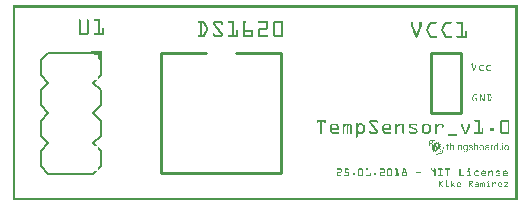
<source format=gto>
G04 MADE WITH FRITZING*
G04 WWW.FRITZING.ORG*
G04 DOUBLE SIDED*
G04 HOLES PLATED*
G04 CONTOUR ON CENTER OF CONTOUR VECTOR*
%ASAXBY*%
%FSLAX23Y23*%
%MOIN*%
%OFA0B0*%
%SFA1.0B1.0*%
%ADD10C,0.008051*%
%ADD11C,0.010000*%
%ADD12R,0.001000X0.001000*%
%LNSILK1*%
G90*
G70*
G54D10*
X119Y492D02*
X94Y467D01*
D02*
X94Y416D02*
X119Y391D01*
D02*
X119Y391D02*
X94Y366D01*
D02*
X94Y316D02*
X119Y291D01*
D02*
X119Y291D02*
X94Y265D01*
D02*
X94Y215D02*
X119Y190D01*
D02*
X119Y492D02*
X269Y492D01*
D02*
X294Y467D02*
X294Y416D01*
D02*
X269Y391D02*
X294Y366D01*
D02*
X294Y366D02*
X294Y316D01*
D02*
X294Y316D02*
X269Y291D01*
D02*
X269Y291D02*
X294Y265D01*
D02*
X294Y265D02*
X294Y215D01*
D02*
X294Y215D02*
X269Y190D01*
D02*
X94Y265D02*
X94Y215D01*
D02*
X94Y366D02*
X94Y316D01*
D02*
X94Y467D02*
X94Y416D01*
D02*
X94Y115D02*
X119Y89D01*
D02*
X294Y165D02*
X294Y115D01*
D02*
X269Y89D02*
X119Y89D01*
D02*
X94Y165D02*
X94Y115D01*
D02*
X119Y190D02*
X94Y165D01*
G54D11*
D02*
X1394Y490D02*
X1394Y290D01*
D02*
X1394Y290D02*
X1494Y290D01*
D02*
X1494Y290D02*
X1494Y490D01*
D02*
X1494Y490D02*
X1394Y490D01*
D02*
X494Y490D02*
X494Y90D01*
D02*
X494Y90D02*
X894Y90D01*
D02*
X894Y90D02*
X894Y490D01*
D02*
X494Y490D02*
X644Y490D01*
D02*
X744Y490D02*
X894Y490D01*
G36*
X1407Y202D02*
X1407Y202D01*
X1407Y202D01*
X1407Y202D01*
X1407Y202D01*
G37*
D02*
G36*
X1408Y202D02*
X1408Y202D01*
X1411Y202D01*
X1411Y202D01*
X1408Y202D01*
G37*
D02*
G36*
X1404Y202D02*
X1404Y201D01*
X1411Y201D01*
X1411Y202D01*
X1404Y202D01*
G37*
D02*
G36*
X1404Y202D02*
X1404Y201D01*
X1411Y201D01*
X1411Y202D01*
X1404Y202D01*
G37*
D02*
G36*
X1403Y201D02*
X1403Y201D01*
X1401Y201D01*
X1401Y200D01*
X1400Y200D01*
X1400Y200D01*
X1399Y200D01*
X1399Y199D01*
X1398Y199D01*
X1398Y199D01*
X1405Y199D01*
X1405Y199D01*
X1407Y199D01*
X1407Y200D01*
X1411Y200D01*
X1411Y200D01*
X1412Y200D01*
X1412Y201D01*
X1403Y201D01*
G37*
D02*
G36*
X1393Y200D02*
X1393Y200D01*
X1392Y200D01*
X1392Y199D01*
X1391Y199D01*
X1391Y199D01*
X1398Y199D01*
X1398Y199D01*
X1397Y199D01*
X1397Y200D01*
X1396Y200D01*
X1396Y200D01*
X1393Y200D01*
G37*
D02*
G36*
X1391Y199D02*
X1391Y198D01*
X1403Y198D01*
X1403Y199D01*
X1391Y199D01*
G37*
D02*
G36*
X1391Y199D02*
X1391Y198D01*
X1403Y198D01*
X1403Y199D01*
X1391Y199D01*
G37*
D02*
G36*
X1390Y198D02*
X1390Y198D01*
X1395Y198D01*
X1395Y197D01*
X1396Y197D01*
X1396Y197D01*
X1397Y197D01*
X1397Y195D01*
X1398Y195D01*
X1398Y194D01*
X1397Y194D01*
X1397Y193D01*
X1397Y193D01*
X1397Y192D01*
X1396Y192D01*
X1396Y192D01*
X1395Y192D01*
X1395Y191D01*
X1399Y191D01*
X1399Y192D01*
X1400Y192D01*
X1400Y193D01*
X1400Y193D01*
X1400Y196D01*
X1400Y196D01*
X1400Y197D01*
X1401Y197D01*
X1401Y198D01*
X1402Y198D01*
X1402Y198D01*
X1390Y198D01*
G37*
D02*
G36*
X1390Y198D02*
X1390Y197D01*
X1389Y197D01*
X1389Y195D01*
X1389Y195D01*
X1389Y195D01*
X1389Y195D01*
X1389Y194D01*
X1389Y194D01*
X1389Y194D01*
X1389Y194D01*
X1389Y192D01*
X1390Y192D01*
X1390Y191D01*
X1394Y191D01*
X1394Y192D01*
X1393Y192D01*
X1393Y192D01*
X1392Y192D01*
X1392Y193D01*
X1392Y193D01*
X1392Y194D01*
X1391Y194D01*
X1391Y195D01*
X1392Y195D01*
X1392Y196D01*
X1392Y196D01*
X1392Y197D01*
X1393Y197D01*
X1393Y197D01*
X1394Y197D01*
X1394Y198D01*
X1390Y198D01*
G37*
D02*
G36*
X1394Y192D02*
X1394Y191D01*
X1395Y191D01*
X1395Y192D01*
X1394Y192D01*
G37*
D02*
G36*
X1390Y191D02*
X1390Y191D01*
X1399Y191D01*
X1399Y191D01*
X1390Y191D01*
G37*
D02*
G36*
X1390Y191D02*
X1390Y191D01*
X1399Y191D01*
X1399Y191D01*
X1390Y191D01*
G37*
D02*
G36*
X1390Y191D02*
X1390Y191D01*
X1399Y191D01*
X1399Y191D01*
X1390Y191D01*
G37*
D02*
G36*
X1390Y191D02*
X1390Y190D01*
X1389Y190D01*
X1389Y189D01*
X1396Y189D01*
X1396Y189D01*
X1396Y189D01*
X1396Y189D01*
X1397Y189D01*
X1397Y190D01*
X1398Y190D01*
X1398Y190D01*
X1398Y190D01*
X1398Y191D01*
X1390Y191D01*
G37*
D02*
G36*
X1389Y189D02*
X1389Y189D01*
X1389Y189D01*
X1389Y188D01*
X1388Y188D01*
X1388Y186D01*
X1388Y186D01*
X1388Y185D01*
X1387Y185D01*
X1387Y184D01*
X1388Y184D01*
X1388Y184D01*
X1387Y184D01*
X1387Y182D01*
X1387Y182D01*
X1387Y182D01*
X1387Y182D01*
X1387Y181D01*
X1387Y181D01*
X1387Y178D01*
X1388Y178D01*
X1388Y177D01*
X1389Y177D01*
X1389Y178D01*
X1389Y178D01*
X1389Y181D01*
X1390Y181D01*
X1390Y184D01*
X1390Y184D01*
X1390Y186D01*
X1391Y186D01*
X1391Y187D01*
X1391Y187D01*
X1391Y188D01*
X1392Y188D01*
X1392Y189D01*
X1389Y189D01*
G37*
D02*
G36*
X1393Y189D02*
X1393Y189D01*
X1395Y189D01*
X1395Y189D01*
X1393Y189D01*
G37*
D02*
G36*
X1458Y192D02*
X1458Y191D01*
X1459Y191D01*
X1459Y192D01*
X1458Y192D01*
G37*
D02*
G36*
X1459Y192D02*
X1459Y191D01*
X1460Y191D01*
X1460Y192D01*
X1459Y192D01*
G37*
D02*
G36*
X1460Y192D02*
X1460Y191D01*
X1461Y191D01*
X1461Y192D01*
X1460Y192D01*
G37*
D02*
G36*
X1458Y191D02*
X1458Y191D01*
X1461Y191D01*
X1461Y191D01*
X1458Y191D01*
G37*
D02*
G36*
X1458Y191D02*
X1458Y191D01*
X1461Y191D01*
X1461Y191D01*
X1458Y191D01*
G37*
D02*
G36*
X1458Y191D02*
X1458Y191D01*
X1461Y191D01*
X1461Y191D01*
X1458Y191D01*
G37*
D02*
G36*
X1458Y191D02*
X1458Y182D01*
X1461Y182D01*
X1461Y191D01*
X1458Y191D01*
G37*
D02*
G36*
X1466Y185D02*
X1466Y184D01*
X1464Y184D01*
X1464Y184D01*
X1462Y184D01*
X1462Y183D01*
X1462Y183D01*
X1462Y183D01*
X1461Y183D01*
X1461Y182D01*
X1466Y182D01*
X1466Y182D01*
X1467Y182D01*
X1467Y181D01*
X1468Y181D01*
X1468Y181D01*
X1468Y181D01*
X1468Y180D01*
X1469Y180D01*
X1469Y167D01*
X1472Y167D01*
X1472Y168D01*
X1471Y168D01*
X1471Y168D01*
X1472Y168D01*
X1472Y169D01*
X1471Y169D01*
X1471Y169D01*
X1472Y169D01*
X1472Y170D01*
X1471Y170D01*
X1471Y170D01*
X1472Y170D01*
X1472Y171D01*
X1471Y171D01*
X1471Y172D01*
X1472Y172D01*
X1472Y172D01*
X1471Y172D01*
X1471Y173D01*
X1472Y173D01*
X1472Y173D01*
X1471Y173D01*
X1471Y174D01*
X1472Y174D01*
X1472Y175D01*
X1471Y175D01*
X1471Y175D01*
X1472Y175D01*
X1472Y176D01*
X1471Y176D01*
X1471Y176D01*
X1472Y176D01*
X1472Y177D01*
X1471Y177D01*
X1471Y177D01*
X1472Y177D01*
X1472Y178D01*
X1471Y178D01*
X1471Y178D01*
X1472Y178D01*
X1472Y179D01*
X1471Y179D01*
X1471Y179D01*
X1472Y179D01*
X1472Y180D01*
X1471Y180D01*
X1471Y181D01*
X1471Y181D01*
X1471Y182D01*
X1470Y182D01*
X1470Y183D01*
X1470Y183D01*
X1470Y184D01*
X1468Y184D01*
X1468Y184D01*
X1466Y184D01*
X1466Y185D01*
X1466Y185D01*
G37*
D02*
G36*
X1458Y182D02*
X1458Y182D01*
X1464Y182D01*
X1464Y182D01*
X1458Y182D01*
G37*
D02*
G36*
X1458Y182D02*
X1458Y182D01*
X1464Y182D01*
X1464Y182D01*
X1458Y182D01*
G37*
D02*
G36*
X1465Y182D02*
X1465Y182D01*
X1465Y182D01*
X1465Y182D01*
X1465Y182D01*
G37*
D02*
G36*
X1458Y182D02*
X1458Y167D01*
X1461Y167D01*
X1461Y180D01*
X1461Y180D01*
X1461Y181D01*
X1462Y181D01*
X1462Y181D01*
X1463Y181D01*
X1463Y182D01*
X1458Y182D01*
G37*
D02*
G36*
X1538Y192D02*
X1538Y191D01*
X1538Y191D01*
X1538Y192D01*
X1538Y192D01*
G37*
D02*
G36*
X1539Y192D02*
X1539Y191D01*
X1539Y191D01*
X1539Y192D01*
X1539Y192D01*
G37*
D02*
G36*
X1540Y192D02*
X1540Y191D01*
X1540Y191D01*
X1540Y192D01*
X1540Y192D01*
G37*
D02*
G36*
X1538Y191D02*
X1538Y191D01*
X1540Y191D01*
X1540Y191D01*
X1538Y191D01*
G37*
D02*
G36*
X1538Y191D02*
X1538Y191D01*
X1540Y191D01*
X1540Y191D01*
X1538Y191D01*
G37*
D02*
G36*
X1538Y191D02*
X1538Y191D01*
X1540Y191D01*
X1540Y191D01*
X1538Y191D01*
G37*
D02*
G36*
X1537Y191D02*
X1537Y190D01*
X1538Y190D01*
X1538Y190D01*
X1537Y190D01*
X1537Y189D01*
X1538Y189D01*
X1538Y188D01*
X1537Y188D01*
X1537Y188D01*
X1538Y188D01*
X1538Y187D01*
X1537Y187D01*
X1537Y187D01*
X1538Y187D01*
X1538Y186D01*
X1537Y186D01*
X1537Y185D01*
X1538Y185D01*
X1538Y184D01*
X1537Y184D01*
X1537Y184D01*
X1538Y184D01*
X1538Y183D01*
X1537Y183D01*
X1537Y182D01*
X1540Y182D01*
X1540Y186D01*
X1541Y186D01*
X1541Y186D01*
X1540Y186D01*
X1540Y191D01*
X1537Y191D01*
G37*
D02*
G36*
X1545Y185D02*
X1545Y184D01*
X1543Y184D01*
X1543Y184D01*
X1542Y184D01*
X1542Y183D01*
X1541Y183D01*
X1541Y182D01*
X1546Y182D01*
X1546Y182D01*
X1547Y182D01*
X1547Y181D01*
X1548Y181D01*
X1548Y180D01*
X1548Y180D01*
X1548Y180D01*
X1549Y180D01*
X1549Y179D01*
X1549Y179D01*
X1549Y173D01*
X1549Y173D01*
X1549Y172D01*
X1549Y172D01*
X1549Y172D01*
X1549Y172D01*
X1549Y171D01*
X1548Y171D01*
X1548Y170D01*
X1548Y170D01*
X1548Y170D01*
X1547Y170D01*
X1547Y169D01*
X1546Y169D01*
X1546Y169D01*
X1550Y169D01*
X1550Y169D01*
X1551Y169D01*
X1551Y170D01*
X1551Y170D01*
X1551Y171D01*
X1552Y171D01*
X1552Y173D01*
X1552Y173D01*
X1552Y177D01*
X1552Y177D01*
X1552Y178D01*
X1552Y178D01*
X1552Y178D01*
X1552Y178D01*
X1552Y180D01*
X1551Y180D01*
X1551Y181D01*
X1551Y181D01*
X1551Y182D01*
X1550Y182D01*
X1550Y183D01*
X1549Y183D01*
X1549Y184D01*
X1548Y184D01*
X1548Y184D01*
X1545Y184D01*
X1545Y185D01*
X1545Y185D01*
G37*
D02*
G36*
X1538Y182D02*
X1538Y182D01*
X1543Y182D01*
X1543Y182D01*
X1538Y182D01*
G37*
D02*
G36*
X1538Y182D02*
X1538Y182D01*
X1543Y182D01*
X1543Y182D01*
X1538Y182D01*
G37*
D02*
G36*
X1544Y182D02*
X1544Y182D01*
X1544Y182D01*
X1544Y182D01*
X1544Y182D01*
G37*
D02*
G36*
X1545Y182D02*
X1545Y182D01*
X1545Y182D01*
X1545Y182D01*
X1545Y182D01*
G37*
D02*
G36*
X1538Y182D02*
X1538Y181D01*
X1537Y181D01*
X1537Y181D01*
X1538Y181D01*
X1538Y180D01*
X1537Y180D01*
X1537Y179D01*
X1538Y179D01*
X1538Y179D01*
X1537Y179D01*
X1537Y178D01*
X1538Y178D01*
X1538Y177D01*
X1537Y177D01*
X1537Y177D01*
X1538Y177D01*
X1538Y176D01*
X1537Y176D01*
X1537Y176D01*
X1538Y176D01*
X1538Y175D01*
X1537Y175D01*
X1537Y174D01*
X1538Y174D01*
X1538Y174D01*
X1537Y174D01*
X1537Y173D01*
X1538Y173D01*
X1538Y173D01*
X1537Y173D01*
X1537Y172D01*
X1538Y172D01*
X1538Y171D01*
X1537Y171D01*
X1537Y171D01*
X1538Y171D01*
X1538Y170D01*
X1537Y170D01*
X1537Y170D01*
X1538Y170D01*
X1538Y169D01*
X1537Y169D01*
X1537Y169D01*
X1538Y169D01*
X1538Y168D01*
X1537Y168D01*
X1537Y168D01*
X1538Y168D01*
X1538Y167D01*
X1537Y167D01*
X1537Y167D01*
X1540Y167D01*
X1540Y169D01*
X1543Y169D01*
X1543Y169D01*
X1542Y169D01*
X1542Y170D01*
X1541Y170D01*
X1541Y171D01*
X1541Y171D01*
X1541Y171D01*
X1540Y171D01*
X1540Y173D01*
X1541Y173D01*
X1541Y174D01*
X1540Y174D01*
X1540Y178D01*
X1541Y178D01*
X1541Y178D01*
X1540Y178D01*
X1540Y180D01*
X1541Y180D01*
X1541Y180D01*
X1541Y180D01*
X1541Y181D01*
X1542Y181D01*
X1542Y181D01*
X1542Y181D01*
X1542Y182D01*
X1538Y182D01*
G37*
D02*
G36*
X1541Y169D02*
X1541Y168D01*
X1550Y168D01*
X1550Y169D01*
X1541Y169D01*
G37*
D02*
G36*
X1541Y169D02*
X1541Y168D01*
X1550Y168D01*
X1550Y169D01*
X1541Y169D01*
G37*
D02*
G36*
X1541Y168D02*
X1541Y168D01*
X1542Y168D01*
X1542Y167D01*
X1542Y167D01*
X1542Y167D01*
X1544Y167D01*
X1544Y166D01*
X1547Y166D01*
X1547Y167D01*
X1548Y167D01*
X1548Y167D01*
X1549Y167D01*
X1549Y168D01*
X1550Y168D01*
X1550Y168D01*
X1541Y168D01*
G37*
D02*
G36*
X1477Y191D02*
X1477Y190D01*
X1477Y190D01*
X1477Y191D01*
X1477Y191D01*
G37*
D02*
G36*
X1478Y191D02*
X1478Y190D01*
X1478Y190D01*
X1478Y191D01*
X1478Y191D01*
G37*
D02*
G36*
X1476Y190D02*
X1476Y190D01*
X1479Y190D01*
X1479Y190D01*
X1476Y190D01*
G37*
D02*
G36*
X1476Y190D02*
X1476Y190D01*
X1479Y190D01*
X1479Y190D01*
X1476Y190D01*
G37*
D02*
G36*
X1476Y190D02*
X1476Y188D01*
X1476Y188D01*
X1476Y187D01*
X1478Y187D01*
X1478Y188D01*
X1479Y188D01*
X1479Y189D01*
X1479Y189D01*
X1479Y189D01*
X1479Y189D01*
X1479Y190D01*
X1476Y190D01*
G37*
D02*
G36*
X1633Y191D02*
X1633Y190D01*
X1632Y190D01*
X1632Y190D01*
X1632Y190D01*
X1632Y188D01*
X1632Y188D01*
X1632Y187D01*
X1634Y187D01*
X1634Y188D01*
X1635Y188D01*
X1635Y188D01*
X1635Y188D01*
X1635Y189D01*
X1635Y189D01*
X1635Y189D01*
X1635Y189D01*
X1635Y190D01*
X1635Y190D01*
X1635Y190D01*
X1633Y190D01*
X1633Y191D01*
X1633Y191D01*
G37*
D02*
G36*
X1450Y189D02*
X1450Y188D01*
X1448Y188D01*
X1448Y188D01*
X1448Y188D01*
X1448Y187D01*
X1448Y187D01*
X1448Y187D01*
X1448Y187D01*
X1448Y186D01*
X1448Y186D01*
X1448Y185D01*
X1448Y185D01*
X1448Y185D01*
X1448Y185D01*
X1448Y184D01*
X1445Y184D01*
X1445Y182D01*
X1453Y182D01*
X1453Y182D01*
X1454Y182D01*
X1454Y184D01*
X1451Y184D01*
X1451Y188D01*
X1450Y188D01*
X1450Y189D01*
X1450Y189D01*
G37*
D02*
G36*
X1445Y182D02*
X1445Y182D01*
X1446Y182D01*
X1446Y182D01*
X1445Y182D01*
G37*
D02*
G36*
X1446Y182D02*
X1446Y182D01*
X1447Y182D01*
X1447Y182D01*
X1446Y182D01*
G37*
D02*
G36*
X1447Y182D02*
X1447Y182D01*
X1448Y182D01*
X1448Y181D01*
X1448Y181D01*
X1448Y180D01*
X1448Y180D01*
X1448Y180D01*
X1448Y180D01*
X1448Y179D01*
X1448Y179D01*
X1448Y178D01*
X1448Y178D01*
X1448Y178D01*
X1448Y178D01*
X1448Y177D01*
X1448Y177D01*
X1448Y177D01*
X1448Y177D01*
X1448Y176D01*
X1448Y176D01*
X1448Y175D01*
X1448Y175D01*
X1448Y175D01*
X1448Y175D01*
X1448Y174D01*
X1448Y174D01*
X1448Y173D01*
X1448Y173D01*
X1448Y173D01*
X1448Y173D01*
X1448Y172D01*
X1448Y172D01*
X1448Y171D01*
X1448Y171D01*
X1448Y169D01*
X1452Y169D01*
X1452Y169D01*
X1451Y169D01*
X1451Y170D01*
X1451Y170D01*
X1451Y171D01*
X1451Y171D01*
X1451Y172D01*
X1451Y172D01*
X1451Y182D01*
X1451Y182D01*
X1451Y182D01*
X1447Y182D01*
G37*
D02*
G36*
X1452Y182D02*
X1452Y182D01*
X1453Y182D01*
X1453Y182D01*
X1452Y182D01*
G37*
D02*
G36*
X1454Y169D02*
X1454Y169D01*
X1454Y169D01*
X1454Y169D01*
X1454Y169D01*
G37*
D02*
G36*
X1448Y169D02*
X1448Y168D01*
X1454Y168D01*
X1454Y169D01*
X1448Y169D01*
G37*
D02*
G36*
X1448Y169D02*
X1448Y168D01*
X1454Y168D01*
X1454Y169D01*
X1448Y169D01*
G37*
D02*
G36*
X1449Y168D02*
X1449Y168D01*
X1449Y168D01*
X1449Y167D01*
X1450Y167D01*
X1450Y167D01*
X1452Y167D01*
X1452Y166D01*
X1453Y166D01*
X1453Y167D01*
X1454Y167D01*
X1454Y168D01*
X1449Y168D01*
G37*
D02*
G36*
X1451Y167D02*
X1451Y166D01*
X1451Y166D01*
X1451Y167D01*
X1451Y167D01*
G37*
D02*
G36*
X1563Y185D02*
X1563Y184D01*
X1561Y184D01*
X1561Y184D01*
X1559Y184D01*
X1559Y183D01*
X1559Y183D01*
X1559Y183D01*
X1558Y183D01*
X1558Y182D01*
X1564Y182D01*
X1564Y182D01*
X1566Y182D01*
X1566Y181D01*
X1566Y181D01*
X1566Y181D01*
X1567Y181D01*
X1567Y180D01*
X1567Y180D01*
X1567Y179D01*
X1568Y179D01*
X1568Y178D01*
X1568Y178D01*
X1568Y173D01*
X1568Y173D01*
X1568Y173D01*
X1568Y173D01*
X1568Y172D01*
X1568Y172D01*
X1568Y171D01*
X1567Y171D01*
X1567Y171D01*
X1567Y171D01*
X1567Y170D01*
X1566Y170D01*
X1566Y169D01*
X1565Y169D01*
X1565Y169D01*
X1569Y169D01*
X1569Y169D01*
X1570Y169D01*
X1570Y170D01*
X1570Y170D01*
X1570Y171D01*
X1571Y171D01*
X1571Y171D01*
X1570Y171D01*
X1570Y172D01*
X1571Y172D01*
X1571Y173D01*
X1571Y173D01*
X1571Y173D01*
X1571Y173D01*
X1571Y174D01*
X1571Y174D01*
X1571Y178D01*
X1571Y178D01*
X1571Y180D01*
X1570Y180D01*
X1570Y181D01*
X1570Y181D01*
X1570Y181D01*
X1569Y181D01*
X1569Y182D01*
X1569Y182D01*
X1569Y183D01*
X1568Y183D01*
X1568Y183D01*
X1567Y183D01*
X1567Y184D01*
X1566Y184D01*
X1566Y184D01*
X1563Y184D01*
X1563Y185D01*
X1563Y185D01*
G37*
D02*
G36*
X1558Y182D02*
X1558Y182D01*
X1557Y182D01*
X1557Y181D01*
X1557Y181D01*
X1557Y180D01*
X1556Y180D01*
X1556Y179D01*
X1556Y179D01*
X1556Y177D01*
X1555Y177D01*
X1555Y174D01*
X1556Y174D01*
X1556Y174D01*
X1555Y174D01*
X1555Y173D01*
X1556Y173D01*
X1556Y171D01*
X1556Y171D01*
X1556Y170D01*
X1557Y170D01*
X1557Y170D01*
X1557Y170D01*
X1557Y169D01*
X1561Y169D01*
X1561Y169D01*
X1561Y169D01*
X1561Y170D01*
X1560Y170D01*
X1560Y171D01*
X1559Y171D01*
X1559Y171D01*
X1559Y171D01*
X1559Y172D01*
X1558Y172D01*
X1558Y173D01*
X1559Y173D01*
X1559Y173D01*
X1558Y173D01*
X1558Y178D01*
X1559Y178D01*
X1559Y179D01*
X1559Y179D01*
X1559Y180D01*
X1560Y180D01*
X1560Y181D01*
X1560Y181D01*
X1560Y181D01*
X1561Y181D01*
X1561Y182D01*
X1562Y182D01*
X1562Y182D01*
X1558Y182D01*
G37*
D02*
G36*
X1563Y182D02*
X1563Y182D01*
X1564Y182D01*
X1564Y182D01*
X1563Y182D01*
G37*
D02*
G36*
X1558Y169D02*
X1558Y168D01*
X1569Y168D01*
X1569Y169D01*
X1558Y169D01*
G37*
D02*
G36*
X1558Y169D02*
X1558Y168D01*
X1569Y168D01*
X1569Y169D01*
X1558Y169D01*
G37*
D02*
G36*
X1558Y168D02*
X1558Y168D01*
X1559Y168D01*
X1559Y167D01*
X1560Y167D01*
X1560Y167D01*
X1565Y167D01*
X1565Y166D01*
X1565Y166D01*
X1565Y167D01*
X1566Y167D01*
X1566Y167D01*
X1567Y167D01*
X1567Y168D01*
X1568Y168D01*
X1568Y168D01*
X1558Y168D01*
G37*
D02*
G36*
X1562Y167D02*
X1562Y166D01*
X1564Y166D01*
X1564Y167D01*
X1562Y167D01*
G37*
D02*
G36*
X1615Y192D02*
X1615Y191D01*
X1616Y191D01*
X1616Y192D01*
X1615Y192D01*
G37*
D02*
G36*
X1616Y192D02*
X1616Y191D01*
X1617Y191D01*
X1617Y192D01*
X1616Y192D01*
G37*
D02*
G36*
X1617Y192D02*
X1617Y191D01*
X1618Y191D01*
X1618Y192D01*
X1617Y192D01*
G37*
D02*
G36*
X1615Y191D02*
X1615Y191D01*
X1618Y191D01*
X1618Y191D01*
X1615Y191D01*
G37*
D02*
G36*
X1615Y191D02*
X1615Y191D01*
X1618Y191D01*
X1618Y191D01*
X1615Y191D01*
G37*
D02*
G36*
X1615Y191D02*
X1615Y191D01*
X1618Y191D01*
X1618Y191D01*
X1615Y191D01*
G37*
D02*
G36*
X1615Y191D02*
X1615Y183D01*
X1615Y183D01*
X1615Y183D01*
X1615Y183D01*
X1615Y182D01*
X1618Y182D01*
X1618Y183D01*
X1618Y183D01*
X1618Y183D01*
X1618Y183D01*
X1618Y184D01*
X1618Y184D01*
X1618Y184D01*
X1618Y184D01*
X1618Y185D01*
X1618Y185D01*
X1618Y185D01*
X1618Y185D01*
X1618Y186D01*
X1618Y186D01*
X1618Y186D01*
X1618Y186D01*
X1618Y187D01*
X1618Y187D01*
X1618Y187D01*
X1618Y187D01*
X1618Y188D01*
X1618Y188D01*
X1618Y188D01*
X1618Y188D01*
X1618Y189D01*
X1618Y189D01*
X1618Y189D01*
X1618Y189D01*
X1618Y190D01*
X1618Y190D01*
X1618Y190D01*
X1618Y190D01*
X1618Y191D01*
X1615Y191D01*
G37*
D02*
G36*
X1610Y185D02*
X1610Y184D01*
X1608Y184D01*
X1608Y184D01*
X1607Y184D01*
X1607Y183D01*
X1606Y183D01*
X1606Y183D01*
X1614Y183D01*
X1614Y183D01*
X1614Y183D01*
X1614Y184D01*
X1613Y184D01*
X1613Y184D01*
X1610Y184D01*
X1610Y185D01*
X1610Y185D01*
G37*
D02*
G36*
X1606Y183D02*
X1606Y182D01*
X1611Y182D01*
X1611Y182D01*
X1612Y182D01*
X1612Y182D01*
X1615Y182D01*
X1615Y183D01*
X1606Y183D01*
G37*
D02*
G36*
X1605Y182D02*
X1605Y182D01*
X1605Y182D01*
X1605Y181D01*
X1604Y181D01*
X1604Y180D01*
X1604Y180D01*
X1604Y178D01*
X1603Y178D01*
X1603Y178D01*
X1604Y178D01*
X1604Y177D01*
X1603Y177D01*
X1603Y173D01*
X1604Y173D01*
X1604Y171D01*
X1604Y171D01*
X1604Y170D01*
X1605Y170D01*
X1605Y169D01*
X1605Y169D01*
X1605Y169D01*
X1609Y169D01*
X1609Y169D01*
X1609Y169D01*
X1609Y170D01*
X1608Y170D01*
X1608Y170D01*
X1607Y170D01*
X1607Y171D01*
X1607Y171D01*
X1607Y172D01*
X1606Y172D01*
X1606Y178D01*
X1607Y178D01*
X1607Y180D01*
X1607Y180D01*
X1607Y180D01*
X1608Y180D01*
X1608Y181D01*
X1609Y181D01*
X1609Y182D01*
X1610Y182D01*
X1610Y182D01*
X1605Y182D01*
G37*
D02*
G36*
X1610Y182D02*
X1610Y182D01*
X1611Y182D01*
X1611Y182D01*
X1610Y182D01*
G37*
D02*
G36*
X1612Y182D02*
X1612Y182D01*
X1618Y182D01*
X1618Y182D01*
X1612Y182D01*
G37*
D02*
G36*
X1612Y182D02*
X1612Y182D01*
X1618Y182D01*
X1618Y182D01*
X1612Y182D01*
G37*
D02*
G36*
X1613Y182D02*
X1613Y181D01*
X1614Y181D01*
X1614Y181D01*
X1615Y181D01*
X1615Y180D01*
X1615Y180D01*
X1615Y172D01*
X1615Y172D01*
X1615Y172D01*
X1615Y172D01*
X1615Y171D01*
X1615Y171D01*
X1615Y170D01*
X1614Y170D01*
X1614Y170D01*
X1613Y170D01*
X1613Y169D01*
X1612Y169D01*
X1612Y169D01*
X1618Y169D01*
X1618Y169D01*
X1618Y169D01*
X1618Y170D01*
X1618Y170D01*
X1618Y170D01*
X1618Y170D01*
X1618Y171D01*
X1618Y171D01*
X1618Y171D01*
X1618Y171D01*
X1618Y172D01*
X1618Y172D01*
X1618Y172D01*
X1618Y172D01*
X1618Y173D01*
X1618Y173D01*
X1618Y174D01*
X1618Y174D01*
X1618Y174D01*
X1618Y174D01*
X1618Y175D01*
X1618Y175D01*
X1618Y175D01*
X1618Y175D01*
X1618Y176D01*
X1618Y176D01*
X1618Y177D01*
X1618Y177D01*
X1618Y177D01*
X1618Y177D01*
X1618Y178D01*
X1618Y178D01*
X1618Y178D01*
X1618Y178D01*
X1618Y179D01*
X1618Y179D01*
X1618Y179D01*
X1618Y179D01*
X1618Y180D01*
X1618Y180D01*
X1618Y180D01*
X1618Y180D01*
X1618Y181D01*
X1618Y181D01*
X1618Y181D01*
X1618Y181D01*
X1618Y182D01*
X1613Y182D01*
G37*
D02*
G36*
X1605Y169D02*
X1605Y168D01*
X1618Y168D01*
X1618Y169D01*
X1605Y169D01*
G37*
D02*
G36*
X1605Y169D02*
X1605Y168D01*
X1618Y168D01*
X1618Y169D01*
X1605Y169D01*
G37*
D02*
G36*
X1606Y168D02*
X1606Y167D01*
X1608Y167D01*
X1608Y167D01*
X1609Y167D01*
X1609Y166D01*
X1611Y166D01*
X1611Y167D01*
X1613Y167D01*
X1613Y167D01*
X1614Y167D01*
X1614Y168D01*
X1614Y168D01*
X1614Y168D01*
X1606Y168D01*
G37*
D02*
G36*
X1615Y168D02*
X1615Y167D01*
X1618Y167D01*
X1618Y167D01*
X1618Y167D01*
X1618Y168D01*
X1618Y168D01*
X1618Y168D01*
X1615Y168D01*
G37*
D02*
G36*
X1646Y185D02*
X1646Y184D01*
X1644Y184D01*
X1644Y184D01*
X1643Y184D01*
X1643Y183D01*
X1642Y183D01*
X1642Y183D01*
X1642Y183D01*
X1642Y182D01*
X1648Y182D01*
X1648Y182D01*
X1649Y182D01*
X1649Y181D01*
X1650Y181D01*
X1650Y181D01*
X1650Y181D01*
X1650Y180D01*
X1651Y180D01*
X1651Y179D01*
X1651Y179D01*
X1651Y179D01*
X1652Y179D01*
X1652Y178D01*
X1651Y178D01*
X1651Y178D01*
X1652Y178D01*
X1652Y173D01*
X1651Y173D01*
X1651Y171D01*
X1651Y171D01*
X1651Y171D01*
X1650Y171D01*
X1650Y170D01*
X1649Y170D01*
X1649Y169D01*
X1649Y169D01*
X1649Y169D01*
X1653Y169D01*
X1653Y170D01*
X1653Y170D01*
X1653Y170D01*
X1654Y170D01*
X1654Y171D01*
X1654Y171D01*
X1654Y173D01*
X1655Y173D01*
X1655Y178D01*
X1654Y178D01*
X1654Y180D01*
X1654Y180D01*
X1654Y181D01*
X1653Y181D01*
X1653Y181D01*
X1653Y181D01*
X1653Y182D01*
X1652Y182D01*
X1652Y183D01*
X1651Y183D01*
X1651Y183D01*
X1651Y183D01*
X1651Y184D01*
X1649Y184D01*
X1649Y184D01*
X1647Y184D01*
X1647Y185D01*
X1646Y185D01*
G37*
D02*
G36*
X1641Y182D02*
X1641Y182D01*
X1641Y182D01*
X1641Y181D01*
X1640Y181D01*
X1640Y180D01*
X1640Y180D01*
X1640Y179D01*
X1639Y179D01*
X1639Y177D01*
X1639Y177D01*
X1639Y177D01*
X1639Y177D01*
X1639Y176D01*
X1639Y176D01*
X1639Y175D01*
X1639Y175D01*
X1639Y174D01*
X1639Y174D01*
X1639Y174D01*
X1639Y174D01*
X1639Y172D01*
X1640Y172D01*
X1640Y170D01*
X1640Y170D01*
X1640Y170D01*
X1641Y170D01*
X1641Y169D01*
X1645Y169D01*
X1645Y169D01*
X1644Y169D01*
X1644Y170D01*
X1643Y170D01*
X1643Y172D01*
X1642Y172D01*
X1642Y172D01*
X1642Y172D01*
X1642Y173D01*
X1642Y173D01*
X1642Y173D01*
X1642Y173D01*
X1642Y178D01*
X1642Y178D01*
X1642Y179D01*
X1643Y179D01*
X1643Y180D01*
X1643Y180D01*
X1643Y181D01*
X1644Y181D01*
X1644Y181D01*
X1644Y181D01*
X1644Y182D01*
X1646Y182D01*
X1646Y182D01*
X1641Y182D01*
G37*
D02*
G36*
X1647Y182D02*
X1647Y182D01*
X1648Y182D01*
X1648Y182D01*
X1647Y182D01*
G37*
D02*
G36*
X1642Y169D02*
X1642Y168D01*
X1652Y168D01*
X1652Y169D01*
X1642Y169D01*
G37*
D02*
G36*
X1642Y169D02*
X1642Y168D01*
X1652Y168D01*
X1652Y169D01*
X1642Y169D01*
G37*
D02*
G36*
X1642Y168D02*
X1642Y168D01*
X1643Y168D01*
X1643Y167D01*
X1644Y167D01*
X1644Y167D01*
X1648Y167D01*
X1648Y166D01*
X1648Y166D01*
X1648Y167D01*
X1650Y167D01*
X1650Y167D01*
X1651Y167D01*
X1651Y168D01*
X1652Y168D01*
X1652Y168D01*
X1642Y168D01*
G37*
D02*
G36*
X1645Y167D02*
X1645Y166D01*
X1646Y166D01*
X1646Y167D01*
X1645Y167D01*
G37*
D02*
G36*
X1646Y167D02*
X1646Y166D01*
X1647Y166D01*
X1647Y167D01*
X1646Y167D01*
G37*
D02*
G36*
X1476Y184D02*
X1476Y184D01*
X1476Y184D01*
X1476Y183D01*
X1476Y183D01*
X1476Y183D01*
X1476Y183D01*
X1476Y182D01*
X1476Y182D01*
X1476Y182D01*
X1476Y182D01*
X1476Y181D01*
X1476Y181D01*
X1476Y181D01*
X1476Y181D01*
X1476Y180D01*
X1476Y180D01*
X1476Y180D01*
X1476Y180D01*
X1476Y179D01*
X1476Y179D01*
X1476Y179D01*
X1476Y179D01*
X1476Y178D01*
X1476Y178D01*
X1476Y178D01*
X1476Y178D01*
X1476Y177D01*
X1476Y177D01*
X1476Y177D01*
X1476Y177D01*
X1476Y176D01*
X1476Y176D01*
X1476Y176D01*
X1476Y176D01*
X1476Y175D01*
X1476Y175D01*
X1476Y175D01*
X1476Y175D01*
X1476Y174D01*
X1476Y174D01*
X1476Y174D01*
X1476Y174D01*
X1476Y173D01*
X1476Y173D01*
X1476Y173D01*
X1476Y173D01*
X1476Y172D01*
X1476Y172D01*
X1476Y172D01*
X1476Y172D01*
X1476Y171D01*
X1476Y171D01*
X1476Y171D01*
X1476Y171D01*
X1476Y170D01*
X1476Y170D01*
X1476Y170D01*
X1476Y170D01*
X1476Y169D01*
X1476Y169D01*
X1476Y169D01*
X1476Y169D01*
X1476Y168D01*
X1476Y168D01*
X1476Y168D01*
X1476Y168D01*
X1476Y167D01*
X1476Y167D01*
X1476Y167D01*
X1479Y167D01*
X1479Y184D01*
X1476Y184D01*
G37*
D02*
G36*
X1492Y185D02*
X1492Y184D01*
X1490Y184D01*
X1490Y184D01*
X1488Y184D01*
X1488Y183D01*
X1488Y183D01*
X1488Y183D01*
X1487Y183D01*
X1487Y182D01*
X1492Y182D01*
X1492Y182D01*
X1493Y182D01*
X1493Y181D01*
X1494Y181D01*
X1494Y181D01*
X1494Y181D01*
X1494Y179D01*
X1495Y179D01*
X1495Y179D01*
X1494Y179D01*
X1494Y178D01*
X1495Y178D01*
X1495Y178D01*
X1494Y178D01*
X1494Y177D01*
X1495Y177D01*
X1495Y176D01*
X1494Y176D01*
X1494Y176D01*
X1495Y176D01*
X1495Y175D01*
X1494Y175D01*
X1494Y174D01*
X1495Y174D01*
X1495Y173D01*
X1494Y173D01*
X1494Y173D01*
X1495Y173D01*
X1495Y172D01*
X1494Y172D01*
X1494Y171D01*
X1495Y171D01*
X1495Y170D01*
X1494Y170D01*
X1494Y170D01*
X1495Y170D01*
X1495Y169D01*
X1494Y169D01*
X1494Y168D01*
X1495Y168D01*
X1495Y167D01*
X1494Y167D01*
X1494Y167D01*
X1497Y167D01*
X1497Y168D01*
X1498Y168D01*
X1498Y168D01*
X1497Y168D01*
X1497Y171D01*
X1498Y171D01*
X1498Y171D01*
X1497Y171D01*
X1497Y174D01*
X1498Y174D01*
X1498Y174D01*
X1497Y174D01*
X1497Y177D01*
X1498Y177D01*
X1498Y177D01*
X1497Y177D01*
X1497Y181D01*
X1497Y181D01*
X1497Y182D01*
X1496Y182D01*
X1496Y183D01*
X1496Y183D01*
X1496Y183D01*
X1495Y183D01*
X1495Y184D01*
X1494Y184D01*
X1494Y184D01*
X1492Y184D01*
X1492Y185D01*
X1492Y185D01*
G37*
D02*
G36*
X1484Y184D02*
X1484Y182D01*
X1486Y182D01*
X1486Y182D01*
X1487Y182D01*
X1487Y183D01*
X1486Y183D01*
X1486Y184D01*
X1484Y184D01*
G37*
D02*
G36*
X1487Y182D02*
X1487Y182D01*
X1490Y182D01*
X1490Y182D01*
X1487Y182D01*
G37*
D02*
G36*
X1491Y182D02*
X1491Y182D01*
X1491Y182D01*
X1491Y182D01*
X1491Y182D01*
G37*
D02*
G36*
X1484Y182D02*
X1484Y181D01*
X1489Y181D01*
X1489Y182D01*
X1484Y182D01*
G37*
D02*
G36*
X1484Y182D02*
X1484Y181D01*
X1489Y181D01*
X1489Y182D01*
X1484Y182D01*
G37*
D02*
G36*
X1484Y181D02*
X1484Y167D01*
X1486Y167D01*
X1486Y167D01*
X1487Y167D01*
X1487Y168D01*
X1486Y168D01*
X1486Y168D01*
X1487Y168D01*
X1487Y169D01*
X1486Y169D01*
X1486Y169D01*
X1487Y169D01*
X1487Y170D01*
X1486Y170D01*
X1486Y171D01*
X1487Y171D01*
X1487Y171D01*
X1486Y171D01*
X1486Y172D01*
X1487Y172D01*
X1487Y173D01*
X1486Y173D01*
X1486Y173D01*
X1487Y173D01*
X1487Y174D01*
X1486Y174D01*
X1486Y174D01*
X1487Y174D01*
X1487Y175D01*
X1486Y175D01*
X1486Y176D01*
X1487Y176D01*
X1487Y176D01*
X1486Y176D01*
X1486Y177D01*
X1487Y177D01*
X1487Y178D01*
X1486Y178D01*
X1486Y178D01*
X1487Y178D01*
X1487Y179D01*
X1486Y179D01*
X1486Y179D01*
X1487Y179D01*
X1487Y180D01*
X1487Y180D01*
X1487Y181D01*
X1488Y181D01*
X1488Y181D01*
X1484Y181D01*
G37*
D02*
G36*
X1600Y185D02*
X1600Y184D01*
X1598Y184D01*
X1598Y184D01*
X1597Y184D01*
X1597Y183D01*
X1596Y183D01*
X1596Y182D01*
X1601Y182D01*
X1601Y184D01*
X1600Y184D01*
X1600Y185D01*
X1600Y185D01*
G37*
D02*
G36*
X1593Y184D02*
X1593Y182D01*
X1596Y182D01*
X1596Y183D01*
X1595Y183D01*
X1595Y183D01*
X1596Y183D01*
X1596Y184D01*
X1595Y184D01*
X1595Y184D01*
X1593Y184D01*
G37*
D02*
G36*
X1593Y182D02*
X1593Y182D01*
X1601Y182D01*
X1601Y182D01*
X1593Y182D01*
G37*
D02*
G36*
X1593Y182D02*
X1593Y182D01*
X1601Y182D01*
X1601Y182D01*
X1593Y182D01*
G37*
D02*
G36*
X1593Y182D02*
X1593Y167D01*
X1596Y167D01*
X1596Y180D01*
X1596Y180D01*
X1596Y181D01*
X1597Y181D01*
X1597Y181D01*
X1598Y181D01*
X1598Y182D01*
X1593Y182D01*
G37*
D02*
G36*
X1632Y184D02*
X1632Y167D01*
X1635Y167D01*
X1635Y184D01*
X1632Y184D01*
G37*
D02*
G36*
X1581Y185D02*
X1581Y184D01*
X1579Y184D01*
X1579Y184D01*
X1578Y184D01*
X1578Y183D01*
X1577Y183D01*
X1577Y183D01*
X1577Y183D01*
X1577Y182D01*
X1583Y182D01*
X1583Y182D01*
X1584Y182D01*
X1584Y181D01*
X1585Y181D01*
X1585Y180D01*
X1585Y180D01*
X1585Y180D01*
X1586Y180D01*
X1586Y179D01*
X1585Y179D01*
X1585Y179D01*
X1586Y179D01*
X1586Y178D01*
X1585Y178D01*
X1585Y177D01*
X1581Y177D01*
X1581Y177D01*
X1588Y177D01*
X1588Y178D01*
X1589Y178D01*
X1589Y178D01*
X1588Y178D01*
X1588Y181D01*
X1588Y181D01*
X1588Y182D01*
X1587Y182D01*
X1587Y183D01*
X1586Y183D01*
X1586Y184D01*
X1585Y184D01*
X1585Y184D01*
X1582Y184D01*
X1582Y185D01*
X1581Y185D01*
G37*
D02*
G36*
X1576Y182D02*
X1576Y182D01*
X1576Y182D01*
X1576Y181D01*
X1575Y181D01*
X1575Y180D01*
X1575Y180D01*
X1575Y179D01*
X1578Y179D01*
X1578Y180D01*
X1578Y180D01*
X1578Y181D01*
X1579Y181D01*
X1579Y181D01*
X1579Y181D01*
X1579Y182D01*
X1580Y182D01*
X1580Y182D01*
X1576Y182D01*
G37*
D02*
G36*
X1582Y182D02*
X1582Y182D01*
X1583Y182D01*
X1583Y182D01*
X1582Y182D01*
G37*
D02*
G36*
X1580Y177D02*
X1580Y177D01*
X1580Y177D01*
X1580Y177D01*
X1580Y177D01*
G37*
D02*
G36*
X1578Y177D02*
X1578Y176D01*
X1588Y176D01*
X1588Y177D01*
X1578Y177D01*
G37*
D02*
G36*
X1578Y177D02*
X1578Y176D01*
X1588Y176D01*
X1588Y177D01*
X1578Y177D01*
G37*
D02*
G36*
X1577Y176D02*
X1577Y176D01*
X1577Y176D01*
X1577Y175D01*
X1586Y175D01*
X1586Y175D01*
X1585Y175D01*
X1585Y174D01*
X1586Y174D01*
X1586Y174D01*
X1585Y174D01*
X1585Y173D01*
X1586Y173D01*
X1586Y172D01*
X1585Y172D01*
X1585Y172D01*
X1586Y172D01*
X1586Y171D01*
X1585Y171D01*
X1585Y171D01*
X1585Y171D01*
X1585Y170D01*
X1584Y170D01*
X1584Y170D01*
X1583Y170D01*
X1583Y169D01*
X1583Y169D01*
X1583Y169D01*
X1589Y169D01*
X1589Y169D01*
X1588Y169D01*
X1588Y170D01*
X1589Y170D01*
X1589Y170D01*
X1588Y170D01*
X1588Y172D01*
X1589Y172D01*
X1589Y173D01*
X1588Y173D01*
X1588Y175D01*
X1589Y175D01*
X1589Y176D01*
X1588Y176D01*
X1588Y176D01*
X1577Y176D01*
G37*
D02*
G36*
X1576Y175D02*
X1576Y174D01*
X1575Y174D01*
X1575Y174D01*
X1575Y174D01*
X1575Y170D01*
X1575Y170D01*
X1575Y169D01*
X1580Y169D01*
X1580Y169D01*
X1579Y169D01*
X1579Y170D01*
X1578Y170D01*
X1578Y170D01*
X1578Y170D01*
X1578Y171D01*
X1577Y171D01*
X1577Y171D01*
X1578Y171D01*
X1578Y172D01*
X1577Y172D01*
X1577Y172D01*
X1578Y172D01*
X1578Y174D01*
X1578Y174D01*
X1578Y174D01*
X1579Y174D01*
X1579Y175D01*
X1580Y175D01*
X1580Y175D01*
X1576Y175D01*
G37*
D02*
G36*
X1581Y175D02*
X1581Y175D01*
X1581Y175D01*
X1581Y175D01*
X1581Y175D01*
G37*
D02*
G36*
X1582Y169D02*
X1582Y169D01*
X1582Y169D01*
X1582Y169D01*
X1582Y169D01*
G37*
D02*
G36*
X1576Y169D02*
X1576Y168D01*
X1588Y168D01*
X1588Y169D01*
X1576Y169D01*
G37*
D02*
G36*
X1576Y169D02*
X1576Y168D01*
X1588Y168D01*
X1588Y169D01*
X1576Y169D01*
G37*
D02*
G36*
X1576Y169D02*
X1576Y168D01*
X1588Y168D01*
X1588Y169D01*
X1576Y169D01*
G37*
D02*
G36*
X1576Y168D02*
X1576Y168D01*
X1577Y168D01*
X1577Y167D01*
X1578Y167D01*
X1578Y167D01*
X1582Y167D01*
X1582Y166D01*
X1582Y166D01*
X1582Y167D01*
X1583Y167D01*
X1583Y167D01*
X1584Y167D01*
X1584Y168D01*
X1585Y168D01*
X1585Y168D01*
X1576Y168D01*
G37*
D02*
G36*
X1586Y168D02*
X1586Y167D01*
X1589Y167D01*
X1589Y168D01*
X1586Y168D01*
G37*
D02*
G36*
X1579Y167D02*
X1579Y166D01*
X1581Y166D01*
X1581Y167D01*
X1579Y167D01*
G37*
D02*
G36*
X1421Y194D02*
X1421Y193D01*
X1420Y193D01*
X1420Y193D01*
X1419Y193D01*
X1419Y192D01*
X1419Y192D01*
X1419Y192D01*
X1418Y192D01*
X1418Y191D01*
X1418Y191D01*
X1418Y191D01*
X1417Y191D01*
X1417Y190D01*
X1421Y190D01*
X1421Y191D01*
X1421Y191D01*
X1421Y191D01*
X1422Y191D01*
X1422Y193D01*
X1421Y193D01*
X1421Y194D01*
X1421Y194D01*
G37*
D02*
G36*
X1412Y193D02*
X1412Y193D01*
X1412Y193D01*
X1412Y192D01*
X1411Y192D01*
X1411Y192D01*
X1411Y192D01*
X1411Y191D01*
X1410Y191D01*
X1410Y191D01*
X1410Y191D01*
X1410Y190D01*
X1416Y190D01*
X1416Y191D01*
X1415Y191D01*
X1415Y192D01*
X1415Y192D01*
X1415Y192D01*
X1414Y192D01*
X1414Y193D01*
X1412Y193D01*
G37*
D02*
G36*
X1404Y193D02*
X1404Y192D01*
X1403Y192D01*
X1403Y192D01*
X1403Y192D01*
X1403Y191D01*
X1403Y191D01*
X1403Y190D01*
X1404Y190D01*
X1404Y189D01*
X1408Y189D01*
X1408Y190D01*
X1407Y190D01*
X1407Y190D01*
X1406Y190D01*
X1406Y191D01*
X1405Y191D01*
X1405Y192D01*
X1404Y192D01*
X1404Y193D01*
X1404Y193D01*
G37*
D02*
G36*
X1409Y190D02*
X1409Y190D01*
X1420Y190D01*
X1420Y190D01*
X1409Y190D01*
G37*
D02*
G36*
X1409Y190D02*
X1409Y190D01*
X1420Y190D01*
X1420Y190D01*
X1409Y190D01*
G37*
D02*
G36*
X1409Y190D02*
X1409Y189D01*
X1420Y189D01*
X1420Y190D01*
X1409Y190D01*
G37*
D02*
G36*
X1405Y189D02*
X1405Y189D01*
X1419Y189D01*
X1419Y189D01*
X1405Y189D01*
G37*
D02*
G36*
X1405Y189D02*
X1405Y189D01*
X1419Y189D01*
X1419Y189D01*
X1405Y189D01*
G37*
D02*
G36*
X1405Y189D02*
X1405Y188D01*
X1406Y188D01*
X1406Y188D01*
X1406Y188D01*
X1406Y187D01*
X1415Y187D01*
X1415Y186D01*
X1415Y186D01*
X1415Y186D01*
X1416Y186D01*
X1416Y185D01*
X1421Y185D01*
X1421Y186D01*
X1420Y186D01*
X1420Y187D01*
X1420Y187D01*
X1420Y187D01*
X1419Y187D01*
X1419Y189D01*
X1405Y189D01*
G37*
D02*
G36*
X1425Y189D02*
X1425Y188D01*
X1425Y188D01*
X1425Y188D01*
X1424Y188D01*
X1424Y187D01*
X1423Y187D01*
X1423Y186D01*
X1423Y186D01*
X1423Y186D01*
X1422Y186D01*
X1422Y185D01*
X1426Y185D01*
X1426Y186D01*
X1426Y186D01*
X1426Y186D01*
X1427Y186D01*
X1427Y188D01*
X1426Y188D01*
X1426Y189D01*
X1425Y189D01*
G37*
D02*
G36*
X1398Y187D02*
X1398Y186D01*
X1397Y186D01*
X1397Y186D01*
X1397Y186D01*
X1397Y185D01*
X1397Y185D01*
X1397Y184D01*
X1398Y184D01*
X1398Y184D01*
X1398Y184D01*
X1398Y183D01*
X1402Y183D01*
X1402Y184D01*
X1401Y184D01*
X1401Y184D01*
X1401Y184D01*
X1401Y185D01*
X1400Y185D01*
X1400Y185D01*
X1400Y185D01*
X1400Y186D01*
X1399Y186D01*
X1399Y186D01*
X1398Y186D01*
X1398Y187D01*
X1398Y187D01*
G37*
D02*
G36*
X1406Y187D02*
X1406Y186D01*
X1405Y186D01*
X1405Y186D01*
X1405Y186D01*
X1405Y185D01*
X1404Y185D01*
X1404Y185D01*
X1404Y185D01*
X1404Y184D01*
X1403Y184D01*
X1403Y184D01*
X1402Y184D01*
X1402Y183D01*
X1412Y183D01*
X1412Y185D01*
X1412Y185D01*
X1412Y186D01*
X1413Y186D01*
X1413Y187D01*
X1406Y187D01*
G37*
D02*
G36*
X1416Y185D02*
X1416Y185D01*
X1425Y185D01*
X1425Y185D01*
X1416Y185D01*
G37*
D02*
G36*
X1416Y185D02*
X1416Y185D01*
X1425Y185D01*
X1425Y185D01*
X1416Y185D01*
G37*
D02*
G36*
X1417Y185D02*
X1417Y183D01*
X1416Y183D01*
X1416Y182D01*
X1416Y182D01*
X1416Y181D01*
X1416Y181D01*
X1416Y179D01*
X1417Y179D01*
X1417Y178D01*
X1416Y178D01*
X1416Y177D01*
X1416Y177D01*
X1416Y177D01*
X1414Y177D01*
X1414Y176D01*
X1413Y176D01*
X1413Y176D01*
X1412Y176D01*
X1412Y175D01*
X1424Y175D01*
X1424Y176D01*
X1424Y176D01*
X1424Y176D01*
X1425Y176D01*
X1425Y177D01*
X1425Y177D01*
X1425Y177D01*
X1426Y177D01*
X1426Y178D01*
X1426Y178D01*
X1426Y178D01*
X1427Y178D01*
X1427Y180D01*
X1426Y180D01*
X1426Y181D01*
X1426Y181D01*
X1426Y181D01*
X1425Y181D01*
X1425Y182D01*
X1424Y182D01*
X1424Y183D01*
X1423Y183D01*
X1423Y183D01*
X1424Y183D01*
X1424Y184D01*
X1424Y184D01*
X1424Y184D01*
X1425Y184D01*
X1425Y185D01*
X1417Y185D01*
G37*
D02*
G36*
X1398Y183D02*
X1398Y183D01*
X1411Y183D01*
X1411Y183D01*
X1398Y183D01*
G37*
D02*
G36*
X1398Y183D02*
X1398Y183D01*
X1411Y183D01*
X1411Y183D01*
X1398Y183D01*
G37*
D02*
G36*
X1399Y183D02*
X1399Y182D01*
X1400Y182D01*
X1400Y182D01*
X1400Y182D01*
X1400Y181D01*
X1400Y181D01*
X1400Y180D01*
X1399Y180D01*
X1399Y180D01*
X1399Y180D01*
X1399Y179D01*
X1398Y179D01*
X1398Y179D01*
X1398Y179D01*
X1398Y178D01*
X1410Y178D01*
X1410Y178D01*
X1411Y178D01*
X1411Y178D01*
X1412Y178D01*
X1412Y179D01*
X1413Y179D01*
X1413Y180D01*
X1414Y180D01*
X1414Y180D01*
X1413Y180D01*
X1413Y181D01*
X1412Y181D01*
X1412Y182D01*
X1411Y182D01*
X1411Y183D01*
X1399Y183D01*
G37*
D02*
G36*
X1397Y178D02*
X1397Y178D01*
X1397Y178D01*
X1397Y177D01*
X1396Y177D01*
X1396Y175D01*
X1397Y175D01*
X1397Y174D01*
X1398Y174D01*
X1398Y174D01*
X1398Y174D01*
X1398Y173D01*
X1399Y173D01*
X1399Y172D01*
X1399Y172D01*
X1399Y171D01*
X1398Y171D01*
X1398Y171D01*
X1398Y171D01*
X1398Y170D01*
X1402Y170D01*
X1402Y170D01*
X1402Y170D01*
X1402Y169D01*
X1403Y169D01*
X1403Y168D01*
X1408Y168D01*
X1408Y169D01*
X1408Y169D01*
X1408Y170D01*
X1407Y170D01*
X1407Y172D01*
X1407Y172D01*
X1407Y174D01*
X1406Y174D01*
X1406Y177D01*
X1407Y177D01*
X1407Y177D01*
X1408Y177D01*
X1408Y178D01*
X1410Y178D01*
X1410Y178D01*
X1397Y178D01*
G37*
D02*
G36*
X1411Y176D02*
X1411Y175D01*
X1411Y175D01*
X1411Y176D01*
X1411Y176D01*
G37*
D02*
G36*
X1409Y175D02*
X1409Y175D01*
X1423Y175D01*
X1423Y175D01*
X1409Y175D01*
G37*
D02*
G36*
X1409Y175D02*
X1409Y175D01*
X1423Y175D01*
X1423Y175D01*
X1409Y175D01*
G37*
D02*
G36*
X1409Y175D02*
X1409Y174D01*
X1410Y174D01*
X1410Y172D01*
X1421Y172D01*
X1421Y172D01*
X1422Y172D01*
X1422Y171D01*
X1423Y171D01*
X1423Y170D01*
X1423Y170D01*
X1423Y170D01*
X1424Y170D01*
X1424Y169D01*
X1425Y169D01*
X1425Y169D01*
X1425Y169D01*
X1425Y169D01*
X1426Y169D01*
X1426Y171D01*
X1425Y171D01*
X1425Y172D01*
X1424Y172D01*
X1424Y173D01*
X1423Y173D01*
X1423Y174D01*
X1422Y174D01*
X1422Y174D01*
X1423Y174D01*
X1423Y175D01*
X1409Y175D01*
G37*
D02*
G36*
X1410Y172D02*
X1410Y172D01*
X1410Y172D01*
X1410Y170D01*
X1411Y170D01*
X1411Y169D01*
X1410Y169D01*
X1410Y169D01*
X1410Y169D01*
X1410Y168D01*
X1417Y168D01*
X1417Y169D01*
X1417Y169D01*
X1417Y169D01*
X1418Y169D01*
X1418Y170D01*
X1418Y170D01*
X1418Y170D01*
X1419Y170D01*
X1419Y171D01*
X1419Y171D01*
X1419Y171D01*
X1420Y171D01*
X1420Y172D01*
X1420Y172D01*
X1420Y172D01*
X1410Y172D01*
G37*
D02*
G36*
X1397Y170D02*
X1397Y170D01*
X1397Y170D01*
X1397Y169D01*
X1396Y169D01*
X1396Y169D01*
X1396Y169D01*
X1396Y168D01*
X1396Y168D01*
X1396Y167D01*
X1397Y167D01*
X1397Y167D01*
X1397Y167D01*
X1397Y167D01*
X1398Y167D01*
X1398Y168D01*
X1399Y168D01*
X1399Y168D01*
X1399Y168D01*
X1399Y169D01*
X1400Y169D01*
X1400Y169D01*
X1400Y169D01*
X1400Y170D01*
X1401Y170D01*
X1401Y170D01*
X1397Y170D01*
G37*
D02*
G36*
X1424Y169D02*
X1424Y169D01*
X1424Y169D01*
X1424Y169D01*
X1424Y169D01*
G37*
D02*
G36*
X1404Y168D02*
X1404Y168D01*
X1417Y168D01*
X1417Y168D01*
X1404Y168D01*
G37*
D02*
G36*
X1404Y168D02*
X1404Y168D01*
X1417Y168D01*
X1417Y168D01*
X1404Y168D01*
G37*
D02*
G36*
X1404Y168D02*
X1404Y167D01*
X1403Y167D01*
X1403Y166D01*
X1415Y166D01*
X1415Y166D01*
X1416Y166D01*
X1416Y165D01*
X1416Y165D01*
X1416Y165D01*
X1417Y165D01*
X1417Y164D01*
X1417Y164D01*
X1417Y164D01*
X1418Y164D01*
X1418Y163D01*
X1418Y163D01*
X1418Y163D01*
X1419Y163D01*
X1419Y163D01*
X1420Y163D01*
X1420Y165D01*
X1419Y165D01*
X1419Y166D01*
X1419Y166D01*
X1419Y166D01*
X1418Y166D01*
X1418Y167D01*
X1418Y167D01*
X1418Y167D01*
X1417Y167D01*
X1417Y168D01*
X1404Y168D01*
G37*
D02*
G36*
X1403Y166D02*
X1403Y166D01*
X1402Y166D01*
X1402Y165D01*
X1407Y165D01*
X1407Y165D01*
X1407Y165D01*
X1407Y164D01*
X1408Y164D01*
X1408Y164D01*
X1408Y164D01*
X1408Y163D01*
X1409Y163D01*
X1409Y163D01*
X1409Y163D01*
X1409Y162D01*
X1411Y162D01*
X1411Y163D01*
X1412Y163D01*
X1412Y163D01*
X1412Y163D01*
X1412Y164D01*
X1413Y164D01*
X1413Y164D01*
X1413Y164D01*
X1413Y165D01*
X1413Y165D01*
X1413Y165D01*
X1414Y165D01*
X1414Y166D01*
X1414Y166D01*
X1414Y166D01*
X1403Y166D01*
G37*
D02*
G36*
X1402Y165D02*
X1402Y165D01*
X1401Y165D01*
X1401Y164D01*
X1401Y164D01*
X1401Y163D01*
X1401Y163D01*
X1401Y162D01*
X1402Y162D01*
X1402Y162D01*
X1402Y162D01*
X1402Y162D01*
X1403Y162D01*
X1403Y163D01*
X1404Y163D01*
X1404Y163D01*
X1404Y163D01*
X1404Y164D01*
X1405Y164D01*
X1405Y164D01*
X1405Y164D01*
X1405Y165D01*
X1406Y165D01*
X1406Y165D01*
X1402Y165D01*
G37*
D02*
G36*
X1527Y185D02*
X1527Y184D01*
X1524Y184D01*
X1524Y184D01*
X1523Y184D01*
X1523Y183D01*
X1523Y183D01*
X1523Y183D01*
X1522Y183D01*
X1522Y182D01*
X1529Y182D01*
X1529Y182D01*
X1529Y182D01*
X1529Y181D01*
X1530Y181D01*
X1530Y180D01*
X1531Y180D01*
X1531Y179D01*
X1533Y179D01*
X1533Y179D01*
X1533Y179D01*
X1533Y179D01*
X1534Y179D01*
X1534Y180D01*
X1533Y180D01*
X1533Y182D01*
X1533Y182D01*
X1533Y182D01*
X1532Y182D01*
X1532Y183D01*
X1532Y183D01*
X1532Y183D01*
X1531Y183D01*
X1531Y184D01*
X1530Y184D01*
X1530Y184D01*
X1527Y184D01*
X1527Y185D01*
X1527Y185D01*
G37*
D02*
G36*
X1522Y182D02*
X1522Y182D01*
X1521Y182D01*
X1521Y181D01*
X1521Y181D01*
X1521Y178D01*
X1521Y178D01*
X1521Y177D01*
X1522Y177D01*
X1522Y176D01*
X1524Y176D01*
X1524Y175D01*
X1525Y175D01*
X1525Y175D01*
X1526Y175D01*
X1526Y174D01*
X1528Y174D01*
X1528Y174D01*
X1530Y174D01*
X1530Y173D01*
X1530Y173D01*
X1530Y173D01*
X1531Y173D01*
X1531Y172D01*
X1531Y172D01*
X1531Y172D01*
X1531Y172D01*
X1531Y171D01*
X1531Y171D01*
X1531Y171D01*
X1531Y171D01*
X1531Y170D01*
X1530Y170D01*
X1530Y169D01*
X1529Y169D01*
X1529Y169D01*
X1533Y169D01*
X1533Y170D01*
X1534Y170D01*
X1534Y173D01*
X1533Y173D01*
X1533Y174D01*
X1533Y174D01*
X1533Y175D01*
X1532Y175D01*
X1532Y175D01*
X1531Y175D01*
X1531Y176D01*
X1530Y176D01*
X1530Y176D01*
X1528Y176D01*
X1528Y177D01*
X1526Y177D01*
X1526Y177D01*
X1525Y177D01*
X1525Y178D01*
X1524Y178D01*
X1524Y178D01*
X1524Y178D01*
X1524Y179D01*
X1523Y179D01*
X1523Y180D01*
X1524Y180D01*
X1524Y181D01*
X1524Y181D01*
X1524Y181D01*
X1525Y181D01*
X1525Y182D01*
X1525Y182D01*
X1525Y182D01*
X1522Y182D01*
G37*
D02*
G36*
X1526Y182D02*
X1526Y182D01*
X1526Y182D01*
X1526Y182D01*
X1526Y182D01*
G37*
D02*
G36*
X1528Y182D02*
X1528Y182D01*
X1528Y182D01*
X1528Y182D01*
X1528Y182D01*
G37*
D02*
G36*
X1524Y175D02*
X1524Y175D01*
X1525Y175D01*
X1525Y175D01*
X1524Y175D01*
G37*
D02*
G36*
X1522Y172D02*
X1522Y172D01*
X1520Y172D01*
X1520Y170D01*
X1521Y170D01*
X1521Y169D01*
X1521Y169D01*
X1521Y169D01*
X1525Y169D01*
X1525Y169D01*
X1524Y169D01*
X1524Y170D01*
X1524Y170D01*
X1524Y170D01*
X1523Y170D01*
X1523Y171D01*
X1523Y171D01*
X1523Y172D01*
X1522Y172D01*
G37*
D02*
G36*
X1521Y169D02*
X1521Y168D01*
X1533Y168D01*
X1533Y169D01*
X1521Y169D01*
G37*
D02*
G36*
X1521Y169D02*
X1521Y168D01*
X1533Y168D01*
X1533Y169D01*
X1521Y169D01*
G37*
D02*
G36*
X1522Y168D02*
X1522Y168D01*
X1523Y168D01*
X1523Y167D01*
X1524Y167D01*
X1524Y167D01*
X1529Y167D01*
X1529Y166D01*
X1529Y166D01*
X1529Y167D01*
X1531Y167D01*
X1531Y167D01*
X1532Y167D01*
X1532Y168D01*
X1532Y168D01*
X1532Y168D01*
X1522Y168D01*
G37*
D02*
G36*
X1526Y167D02*
X1526Y166D01*
X1528Y166D01*
X1528Y167D01*
X1526Y167D01*
G37*
D02*
G36*
X1624Y170D02*
X1624Y169D01*
X1623Y169D01*
X1623Y169D01*
X1623Y169D01*
X1623Y168D01*
X1623Y168D01*
X1623Y167D01*
X1624Y167D01*
X1624Y166D01*
X1625Y166D01*
X1625Y167D01*
X1626Y167D01*
X1626Y168D01*
X1627Y168D01*
X1627Y169D01*
X1626Y169D01*
X1626Y169D01*
X1626Y169D01*
X1626Y170D01*
X1624Y170D01*
G37*
D02*
G36*
X1508Y185D02*
X1508Y184D01*
X1509Y184D01*
X1509Y185D01*
X1508Y185D01*
G37*
D02*
G36*
X1506Y184D02*
X1506Y184D01*
X1505Y184D01*
X1505Y183D01*
X1504Y183D01*
X1504Y183D01*
X1504Y183D01*
X1504Y182D01*
X1509Y182D01*
X1509Y182D01*
X1509Y182D01*
X1509Y182D01*
X1513Y182D01*
X1513Y183D01*
X1512Y183D01*
X1512Y184D01*
X1511Y184D01*
X1511Y184D01*
X1506Y184D01*
G37*
D02*
G36*
X1514Y184D02*
X1514Y184D01*
X1513Y184D01*
X1513Y183D01*
X1514Y183D01*
X1514Y183D01*
X1513Y183D01*
X1513Y182D01*
X1516Y182D01*
X1516Y183D01*
X1516Y183D01*
X1516Y184D01*
X1516Y184D01*
X1516Y184D01*
X1514Y184D01*
G37*
D02*
G36*
X1503Y182D02*
X1503Y182D01*
X1503Y182D01*
X1503Y181D01*
X1502Y181D01*
X1502Y179D01*
X1502Y179D01*
X1502Y178D01*
X1501Y178D01*
X1501Y177D01*
X1502Y177D01*
X1502Y177D01*
X1501Y177D01*
X1501Y176D01*
X1502Y176D01*
X1502Y176D01*
X1501Y176D01*
X1501Y175D01*
X1502Y175D01*
X1502Y175D01*
X1501Y175D01*
X1501Y174D01*
X1502Y174D01*
X1502Y174D01*
X1501Y174D01*
X1501Y173D01*
X1502Y173D01*
X1502Y171D01*
X1502Y171D01*
X1502Y170D01*
X1503Y170D01*
X1503Y169D01*
X1503Y169D01*
X1503Y169D01*
X1507Y169D01*
X1507Y169D01*
X1507Y169D01*
X1507Y170D01*
X1506Y170D01*
X1506Y171D01*
X1505Y171D01*
X1505Y171D01*
X1505Y171D01*
X1505Y173D01*
X1504Y173D01*
X1504Y177D01*
X1505Y177D01*
X1505Y178D01*
X1504Y178D01*
X1504Y178D01*
X1505Y178D01*
X1505Y180D01*
X1505Y180D01*
X1505Y180D01*
X1506Y180D01*
X1506Y181D01*
X1506Y181D01*
X1506Y181D01*
X1507Y181D01*
X1507Y182D01*
X1508Y182D01*
X1508Y182D01*
X1503Y182D01*
G37*
D02*
G36*
X1510Y182D02*
X1510Y182D01*
X1516Y182D01*
X1516Y182D01*
X1510Y182D01*
G37*
D02*
G36*
X1510Y182D02*
X1510Y182D01*
X1516Y182D01*
X1516Y182D01*
X1510Y182D01*
G37*
D02*
G36*
X1511Y182D02*
X1511Y181D01*
X1512Y181D01*
X1512Y180D01*
X1513Y180D01*
X1513Y171D01*
X1513Y171D01*
X1513Y170D01*
X1512Y170D01*
X1512Y170D01*
X1512Y170D01*
X1512Y169D01*
X1511Y169D01*
X1511Y169D01*
X1516Y169D01*
X1516Y169D01*
X1516Y169D01*
X1516Y171D01*
X1516Y171D01*
X1516Y171D01*
X1516Y171D01*
X1516Y173D01*
X1516Y173D01*
X1516Y173D01*
X1516Y173D01*
X1516Y175D01*
X1516Y175D01*
X1516Y175D01*
X1516Y175D01*
X1516Y177D01*
X1516Y177D01*
X1516Y177D01*
X1516Y177D01*
X1516Y179D01*
X1516Y179D01*
X1516Y179D01*
X1516Y179D01*
X1516Y180D01*
X1516Y180D01*
X1516Y181D01*
X1516Y181D01*
X1516Y182D01*
X1511Y182D01*
G37*
D02*
G36*
X1504Y169D02*
X1504Y168D01*
X1516Y168D01*
X1516Y169D01*
X1504Y169D01*
G37*
D02*
G36*
X1504Y169D02*
X1504Y168D01*
X1516Y168D01*
X1516Y169D01*
X1504Y169D01*
G37*
D02*
G36*
X1504Y168D02*
X1504Y168D01*
X1505Y168D01*
X1505Y167D01*
X1506Y167D01*
X1506Y167D01*
X1510Y167D01*
X1510Y166D01*
X1510Y166D01*
X1510Y167D01*
X1511Y167D01*
X1511Y167D01*
X1512Y167D01*
X1512Y168D01*
X1513Y168D01*
X1513Y168D01*
X1504Y168D01*
G37*
D02*
G36*
X1513Y168D02*
X1513Y165D01*
X1513Y165D01*
X1513Y164D01*
X1512Y164D01*
X1512Y163D01*
X1512Y163D01*
X1512Y163D01*
X1511Y163D01*
X1511Y162D01*
X1509Y162D01*
X1509Y162D01*
X1514Y162D01*
X1514Y162D01*
X1515Y162D01*
X1515Y163D01*
X1515Y163D01*
X1515Y164D01*
X1516Y164D01*
X1516Y165D01*
X1516Y165D01*
X1516Y165D01*
X1516Y165D01*
X1516Y166D01*
X1516Y166D01*
X1516Y166D01*
X1516Y166D01*
X1516Y167D01*
X1516Y167D01*
X1516Y168D01*
X1513Y168D01*
G37*
D02*
G36*
X1507Y167D02*
X1507Y166D01*
X1507Y166D01*
X1507Y167D01*
X1507Y167D01*
G37*
D02*
G36*
X1508Y167D02*
X1508Y166D01*
X1509Y166D01*
X1509Y167D01*
X1508Y167D01*
G37*
D02*
G36*
X1503Y164D02*
X1503Y163D01*
X1502Y163D01*
X1502Y163D01*
X1503Y163D01*
X1503Y162D01*
X1508Y162D01*
X1508Y162D01*
X1506Y162D01*
X1506Y163D01*
X1505Y163D01*
X1505Y163D01*
X1505Y163D01*
X1505Y164D01*
X1504Y164D01*
X1504Y164D01*
X1503Y164D01*
G37*
D02*
G36*
X1504Y162D02*
X1504Y161D01*
X1514Y161D01*
X1514Y162D01*
X1504Y162D01*
G37*
D02*
G36*
X1504Y162D02*
X1504Y161D01*
X1514Y161D01*
X1514Y162D01*
X1504Y162D01*
G37*
D02*
G36*
X1504Y161D02*
X1504Y161D01*
X1505Y161D01*
X1505Y160D01*
X1507Y160D01*
X1507Y160D01*
X1511Y160D01*
X1511Y160D01*
X1512Y160D01*
X1512Y161D01*
X1513Y161D01*
X1513Y161D01*
X1504Y161D01*
G37*
D02*
G36*
X1506Y160D02*
X1506Y160D01*
X1507Y160D01*
X1507Y160D01*
X1506Y160D01*
G37*
D02*
G36*
X1434Y177D02*
X1434Y177D01*
X1434Y177D01*
X1434Y174D01*
X1433Y174D01*
X1433Y173D01*
X1434Y173D01*
X1434Y173D01*
X1433Y173D01*
X1433Y171D01*
X1433Y171D01*
X1433Y169D01*
X1432Y169D01*
X1432Y168D01*
X1432Y168D01*
X1432Y166D01*
X1431Y166D01*
X1431Y166D01*
X1431Y166D01*
X1431Y165D01*
X1434Y165D01*
X1434Y166D01*
X1434Y166D01*
X1434Y167D01*
X1435Y167D01*
X1435Y168D01*
X1435Y168D01*
X1435Y170D01*
X1436Y170D01*
X1436Y172D01*
X1436Y172D01*
X1436Y173D01*
X1436Y173D01*
X1436Y173D01*
X1436Y173D01*
X1436Y177D01*
X1435Y177D01*
X1435Y177D01*
X1434Y177D01*
G37*
D02*
G36*
X1427Y166D02*
X1427Y165D01*
X1427Y165D01*
X1427Y166D01*
X1427Y166D01*
G37*
D02*
G36*
X1428Y166D02*
X1428Y165D01*
X1429Y165D01*
X1429Y166D01*
X1428Y166D01*
G37*
D02*
G36*
X1430Y166D02*
X1430Y165D01*
X1430Y165D01*
X1430Y166D01*
X1430Y166D01*
G37*
D02*
G36*
X1426Y165D02*
X1426Y165D01*
X1434Y165D01*
X1434Y165D01*
X1426Y165D01*
G37*
D02*
G36*
X1426Y165D02*
X1426Y165D01*
X1434Y165D01*
X1434Y165D01*
X1426Y165D01*
G37*
D02*
G36*
X1426Y165D02*
X1426Y165D01*
X1434Y165D01*
X1434Y165D01*
X1426Y165D01*
G37*
D02*
G36*
X1426Y165D02*
X1426Y165D01*
X1434Y165D01*
X1434Y165D01*
X1426Y165D01*
G37*
D02*
G36*
X1425Y165D02*
X1425Y164D01*
X1424Y164D01*
X1424Y163D01*
X1430Y163D01*
X1430Y163D01*
X1430Y163D01*
X1430Y162D01*
X1431Y162D01*
X1431Y162D01*
X1431Y162D01*
X1431Y160D01*
X1432Y160D01*
X1432Y160D01*
X1431Y160D01*
X1431Y158D01*
X1431Y158D01*
X1431Y158D01*
X1430Y158D01*
X1430Y157D01*
X1429Y157D01*
X1429Y157D01*
X1433Y157D01*
X1433Y158D01*
X1434Y158D01*
X1434Y159D01*
X1434Y159D01*
X1434Y160D01*
X1434Y160D01*
X1434Y160D01*
X1434Y160D01*
X1434Y161D01*
X1434Y161D01*
X1434Y163D01*
X1433Y163D01*
X1433Y163D01*
X1433Y163D01*
X1433Y164D01*
X1433Y164D01*
X1433Y165D01*
X1425Y165D01*
G37*
D02*
G36*
X1424Y163D02*
X1424Y163D01*
X1423Y163D01*
X1423Y162D01*
X1423Y162D01*
X1423Y158D01*
X1423Y158D01*
X1423Y158D01*
X1423Y158D01*
X1423Y157D01*
X1422Y157D01*
X1422Y157D01*
X1428Y157D01*
X1428Y157D01*
X1427Y157D01*
X1427Y158D01*
X1426Y158D01*
X1426Y158D01*
X1426Y158D01*
X1426Y159D01*
X1425Y159D01*
X1425Y161D01*
X1426Y161D01*
X1426Y162D01*
X1427Y162D01*
X1427Y163D01*
X1427Y163D01*
X1427Y163D01*
X1424Y163D01*
G37*
D02*
G36*
X1428Y163D02*
X1428Y163D01*
X1428Y163D01*
X1428Y163D01*
X1428Y163D01*
G37*
D02*
G36*
X1429Y163D02*
X1429Y163D01*
X1429Y163D01*
X1429Y163D01*
X1429Y163D01*
G37*
D02*
G36*
X1421Y157D02*
X1421Y156D01*
X1433Y156D01*
X1433Y157D01*
X1421Y157D01*
G37*
D02*
G36*
X1421Y157D02*
X1421Y156D01*
X1433Y156D01*
X1433Y157D01*
X1421Y157D01*
G37*
D02*
G36*
X1420Y156D02*
X1420Y156D01*
X1425Y156D01*
X1425Y155D01*
X1426Y155D01*
X1426Y155D01*
X1428Y155D01*
X1428Y154D01*
X1429Y154D01*
X1429Y155D01*
X1431Y155D01*
X1431Y155D01*
X1432Y155D01*
X1432Y156D01*
X1432Y156D01*
X1432Y156D01*
X1420Y156D01*
G37*
D02*
G36*
X1418Y156D02*
X1418Y155D01*
X1416Y155D01*
X1416Y155D01*
X1423Y155D01*
X1423Y155D01*
X1424Y155D01*
X1424Y156D01*
X1418Y156D01*
G37*
D02*
G36*
X1415Y155D02*
X1415Y155D01*
X1415Y155D01*
X1415Y155D01*
X1415Y155D01*
G37*
D02*
G36*
X1412Y155D02*
X1412Y154D01*
X1422Y154D01*
X1422Y155D01*
X1412Y155D01*
G37*
D02*
G36*
X1412Y155D02*
X1412Y154D01*
X1422Y154D01*
X1422Y155D01*
X1412Y155D01*
G37*
D02*
G36*
X1412Y154D02*
X1412Y153D01*
X1412Y153D01*
X1412Y152D01*
X1416Y152D01*
X1416Y153D01*
X1418Y153D01*
X1418Y153D01*
X1420Y153D01*
X1420Y154D01*
X1421Y154D01*
X1421Y154D01*
X1412Y154D01*
G37*
D02*
G54D12*
X0Y650D02*
X1682Y650D01*
X0Y649D02*
X1682Y649D01*
X0Y648D02*
X1682Y648D01*
X0Y647D02*
X1682Y647D01*
X0Y646D02*
X1682Y646D01*
X0Y645D02*
X1682Y645D01*
X0Y644D02*
X1682Y644D01*
X0Y643D02*
X1682Y643D01*
X0Y642D02*
X7Y642D01*
X1675Y642D02*
X1682Y642D01*
X0Y641D02*
X7Y641D01*
X1675Y641D02*
X1682Y641D01*
X0Y640D02*
X7Y640D01*
X1675Y640D02*
X1682Y640D01*
X0Y639D02*
X7Y639D01*
X1675Y639D02*
X1682Y639D01*
X0Y638D02*
X7Y638D01*
X1675Y638D02*
X1682Y638D01*
X0Y637D02*
X7Y637D01*
X1675Y637D02*
X1682Y637D01*
X0Y636D02*
X7Y636D01*
X1675Y636D02*
X1682Y636D01*
X0Y635D02*
X7Y635D01*
X1675Y635D02*
X1682Y635D01*
X0Y634D02*
X7Y634D01*
X1675Y634D02*
X1682Y634D01*
X0Y633D02*
X7Y633D01*
X1675Y633D02*
X1682Y633D01*
X0Y632D02*
X7Y632D01*
X1675Y632D02*
X1682Y632D01*
X0Y631D02*
X7Y631D01*
X1675Y631D02*
X1682Y631D01*
X0Y630D02*
X7Y630D01*
X1675Y630D02*
X1682Y630D01*
X0Y629D02*
X7Y629D01*
X1675Y629D02*
X1682Y629D01*
X0Y628D02*
X7Y628D01*
X1675Y628D02*
X1682Y628D01*
X0Y627D02*
X7Y627D01*
X1675Y627D02*
X1682Y627D01*
X0Y626D02*
X7Y626D01*
X1675Y626D02*
X1682Y626D01*
X0Y625D02*
X7Y625D01*
X1675Y625D02*
X1682Y625D01*
X0Y624D02*
X7Y624D01*
X1675Y624D02*
X1682Y624D01*
X0Y623D02*
X7Y623D01*
X1675Y623D02*
X1682Y623D01*
X0Y622D02*
X7Y622D01*
X1675Y622D02*
X1682Y622D01*
X0Y621D02*
X7Y621D01*
X1675Y621D02*
X1682Y621D01*
X0Y620D02*
X7Y620D01*
X1675Y620D02*
X1682Y620D01*
X0Y619D02*
X7Y619D01*
X1675Y619D02*
X1682Y619D01*
X0Y618D02*
X7Y618D01*
X1675Y618D02*
X1682Y618D01*
X0Y617D02*
X7Y617D01*
X1675Y617D02*
X1682Y617D01*
X0Y616D02*
X7Y616D01*
X1675Y616D02*
X1682Y616D01*
X0Y615D02*
X7Y615D01*
X1675Y615D02*
X1682Y615D01*
X0Y614D02*
X7Y614D01*
X1675Y614D02*
X1682Y614D01*
X0Y613D02*
X7Y613D01*
X1675Y613D02*
X1682Y613D01*
X0Y612D02*
X7Y612D01*
X1675Y612D02*
X1682Y612D01*
X0Y611D02*
X7Y611D01*
X1675Y611D02*
X1682Y611D01*
X0Y610D02*
X7Y610D01*
X1675Y610D02*
X1682Y610D01*
X0Y609D02*
X7Y609D01*
X1675Y609D02*
X1682Y609D01*
X0Y608D02*
X7Y608D01*
X1675Y608D02*
X1682Y608D01*
X0Y607D02*
X7Y607D01*
X1675Y607D02*
X1682Y607D01*
X0Y606D02*
X7Y606D01*
X1675Y606D02*
X1682Y606D01*
X0Y605D02*
X7Y605D01*
X1675Y605D02*
X1682Y605D01*
X0Y604D02*
X7Y604D01*
X1675Y604D02*
X1682Y604D01*
X0Y603D02*
X7Y603D01*
X222Y603D02*
X224Y603D01*
X249Y603D02*
X251Y603D01*
X272Y603D02*
X290Y603D01*
X1675Y603D02*
X1682Y603D01*
X0Y602D02*
X7Y602D01*
X221Y602D02*
X225Y602D01*
X248Y602D02*
X253Y602D01*
X271Y602D02*
X290Y602D01*
X1675Y602D02*
X1682Y602D01*
X0Y601D02*
X7Y601D01*
X220Y601D02*
X226Y601D01*
X248Y601D02*
X253Y601D01*
X270Y601D02*
X290Y601D01*
X1675Y601D02*
X1682Y601D01*
X0Y600D02*
X7Y600D01*
X220Y600D02*
X226Y600D01*
X247Y600D02*
X253Y600D01*
X270Y600D02*
X290Y600D01*
X1675Y600D02*
X1682Y600D01*
X0Y599D02*
X7Y599D01*
X220Y599D02*
X226Y599D01*
X247Y599D02*
X253Y599D01*
X270Y599D02*
X290Y599D01*
X1675Y599D02*
X1682Y599D01*
X0Y598D02*
X7Y598D01*
X220Y598D02*
X226Y598D01*
X247Y598D02*
X253Y598D01*
X271Y598D02*
X290Y598D01*
X1675Y598D02*
X1682Y598D01*
X0Y597D02*
X7Y597D01*
X220Y597D02*
X226Y597D01*
X247Y597D02*
X253Y597D01*
X272Y597D02*
X290Y597D01*
X618Y597D02*
X636Y597D01*
X671Y597D02*
X695Y597D01*
X718Y597D02*
X737Y597D01*
X769Y597D02*
X775Y597D01*
X819Y597D02*
X847Y597D01*
X871Y597D02*
X898Y597D01*
X1675Y597D02*
X1682Y597D01*
X0Y596D02*
X7Y596D01*
X220Y596D02*
X226Y596D01*
X247Y596D02*
X253Y596D01*
X284Y596D02*
X290Y596D01*
X617Y596D02*
X638Y596D01*
X670Y596D02*
X697Y596D01*
X718Y596D02*
X737Y596D01*
X768Y596D02*
X776Y596D01*
X818Y596D02*
X849Y596D01*
X870Y596D02*
X899Y596D01*
X1675Y596D02*
X1682Y596D01*
X0Y595D02*
X7Y595D01*
X220Y595D02*
X226Y595D01*
X247Y595D02*
X253Y595D01*
X284Y595D02*
X290Y595D01*
X617Y595D02*
X639Y595D01*
X669Y595D02*
X698Y595D01*
X717Y595D02*
X737Y595D01*
X767Y595D02*
X777Y595D01*
X818Y595D02*
X850Y595D01*
X869Y595D02*
X900Y595D01*
X1330Y595D02*
X1333Y595D01*
X1358Y595D02*
X1360Y595D01*
X1394Y595D02*
X1410Y595D01*
X1444Y595D02*
X1461Y595D01*
X1481Y595D02*
X1499Y595D01*
X1675Y595D02*
X1682Y595D01*
X0Y594D02*
X7Y594D01*
X220Y594D02*
X226Y594D01*
X247Y594D02*
X253Y594D01*
X284Y594D02*
X290Y594D01*
X617Y594D02*
X640Y594D01*
X668Y594D02*
X699Y594D01*
X717Y594D02*
X737Y594D01*
X767Y594D02*
X777Y594D01*
X818Y594D02*
X850Y594D01*
X868Y594D02*
X900Y594D01*
X1329Y594D02*
X1334Y594D01*
X1357Y594D02*
X1361Y594D01*
X1392Y594D02*
X1412Y594D01*
X1442Y594D02*
X1462Y594D01*
X1480Y594D02*
X1499Y594D01*
X1675Y594D02*
X1682Y594D01*
X0Y593D02*
X7Y593D01*
X220Y593D02*
X226Y593D01*
X247Y593D02*
X253Y593D01*
X284Y593D02*
X290Y593D01*
X617Y593D02*
X641Y593D01*
X667Y593D02*
X699Y593D01*
X717Y593D02*
X737Y593D01*
X767Y593D02*
X776Y593D01*
X818Y593D02*
X851Y593D01*
X868Y593D02*
X901Y593D01*
X1329Y593D02*
X1334Y593D01*
X1356Y593D02*
X1362Y593D01*
X1390Y593D02*
X1412Y593D01*
X1440Y593D02*
X1462Y593D01*
X1479Y593D02*
X1499Y593D01*
X1675Y593D02*
X1682Y593D01*
X0Y592D02*
X7Y592D01*
X220Y592D02*
X226Y592D01*
X247Y592D02*
X253Y592D01*
X284Y592D02*
X290Y592D01*
X618Y592D02*
X641Y592D01*
X667Y592D02*
X700Y592D01*
X718Y592D02*
X737Y592D01*
X767Y592D02*
X776Y592D01*
X818Y592D02*
X851Y592D01*
X868Y592D02*
X901Y592D01*
X1329Y592D02*
X1335Y592D01*
X1356Y592D02*
X1362Y592D01*
X1389Y592D02*
X1412Y592D01*
X1439Y592D02*
X1462Y592D01*
X1479Y592D02*
X1499Y592D01*
X1675Y592D02*
X1682Y592D01*
X0Y591D02*
X7Y591D01*
X220Y591D02*
X226Y591D01*
X247Y591D02*
X253Y591D01*
X284Y591D02*
X290Y591D01*
X620Y591D02*
X642Y591D01*
X667Y591D02*
X700Y591D01*
X720Y591D02*
X737Y591D01*
X767Y591D02*
X774Y591D01*
X820Y591D02*
X851Y591D01*
X868Y591D02*
X901Y591D01*
X1329Y591D02*
X1335Y591D01*
X1356Y591D02*
X1362Y591D01*
X1388Y591D02*
X1412Y591D01*
X1438Y591D02*
X1462Y591D01*
X1479Y591D02*
X1499Y591D01*
X1675Y591D02*
X1682Y591D01*
X0Y590D02*
X7Y590D01*
X220Y590D02*
X226Y590D01*
X247Y590D02*
X253Y590D01*
X284Y590D02*
X290Y590D01*
X624Y590D02*
X630Y590D01*
X635Y590D02*
X642Y590D01*
X667Y590D02*
X673Y590D01*
X694Y590D02*
X700Y590D01*
X731Y590D02*
X737Y590D01*
X767Y590D02*
X773Y590D01*
X845Y590D02*
X851Y590D01*
X868Y590D02*
X874Y590D01*
X895Y590D02*
X901Y590D01*
X1329Y590D02*
X1335Y590D01*
X1356Y590D02*
X1362Y590D01*
X1388Y590D02*
X1412Y590D01*
X1438Y590D02*
X1462Y590D01*
X1480Y590D02*
X1499Y590D01*
X1675Y590D02*
X1682Y590D01*
X0Y589D02*
X7Y589D01*
X220Y589D02*
X226Y589D01*
X247Y589D02*
X253Y589D01*
X284Y589D02*
X290Y589D01*
X624Y589D02*
X630Y589D01*
X636Y589D02*
X643Y589D01*
X667Y589D02*
X673Y589D01*
X694Y589D02*
X700Y589D01*
X731Y589D02*
X737Y589D01*
X767Y589D02*
X773Y589D01*
X845Y589D02*
X851Y589D01*
X868Y589D02*
X874Y589D01*
X895Y589D02*
X901Y589D01*
X1329Y589D02*
X1335Y589D01*
X1356Y589D02*
X1362Y589D01*
X1387Y589D02*
X1411Y589D01*
X1437Y589D02*
X1461Y589D01*
X1481Y589D02*
X1499Y589D01*
X1675Y589D02*
X1682Y589D01*
X0Y588D02*
X7Y588D01*
X220Y588D02*
X226Y588D01*
X247Y588D02*
X253Y588D01*
X284Y588D02*
X290Y588D01*
X624Y588D02*
X630Y588D01*
X637Y588D02*
X643Y588D01*
X667Y588D02*
X674Y588D01*
X695Y588D02*
X700Y588D01*
X731Y588D02*
X737Y588D01*
X767Y588D02*
X773Y588D01*
X845Y588D02*
X851Y588D01*
X868Y588D02*
X874Y588D01*
X895Y588D02*
X901Y588D01*
X1329Y588D02*
X1335Y588D01*
X1356Y588D02*
X1362Y588D01*
X1387Y588D02*
X1394Y588D01*
X1437Y588D02*
X1444Y588D01*
X1493Y588D02*
X1499Y588D01*
X1675Y588D02*
X1682Y588D01*
X0Y587D02*
X7Y587D01*
X220Y587D02*
X226Y587D01*
X247Y587D02*
X253Y587D01*
X284Y587D02*
X290Y587D01*
X624Y587D02*
X630Y587D01*
X637Y587D02*
X644Y587D01*
X667Y587D02*
X675Y587D01*
X695Y587D02*
X700Y587D01*
X731Y587D02*
X737Y587D01*
X767Y587D02*
X773Y587D01*
X845Y587D02*
X851Y587D01*
X868Y587D02*
X874Y587D01*
X895Y587D02*
X901Y587D01*
X1329Y587D02*
X1335Y587D01*
X1356Y587D02*
X1362Y587D01*
X1386Y587D02*
X1393Y587D01*
X1436Y587D02*
X1443Y587D01*
X1493Y587D02*
X1499Y587D01*
X1675Y587D02*
X1682Y587D01*
X0Y586D02*
X7Y586D01*
X220Y586D02*
X226Y586D01*
X247Y586D02*
X253Y586D01*
X284Y586D02*
X290Y586D01*
X624Y586D02*
X630Y586D01*
X638Y586D02*
X644Y586D01*
X668Y586D02*
X676Y586D01*
X696Y586D02*
X699Y586D01*
X731Y586D02*
X737Y586D01*
X767Y586D02*
X773Y586D01*
X845Y586D02*
X851Y586D01*
X868Y586D02*
X874Y586D01*
X895Y586D02*
X901Y586D01*
X1329Y586D02*
X1335Y586D01*
X1356Y586D02*
X1362Y586D01*
X1386Y586D02*
X1393Y586D01*
X1436Y586D02*
X1443Y586D01*
X1493Y586D02*
X1499Y586D01*
X1675Y586D02*
X1682Y586D01*
X0Y585D02*
X7Y585D01*
X220Y585D02*
X226Y585D01*
X247Y585D02*
X253Y585D01*
X284Y585D02*
X290Y585D01*
X624Y585D02*
X630Y585D01*
X638Y585D02*
X645Y585D01*
X669Y585D02*
X677Y585D01*
X731Y585D02*
X737Y585D01*
X767Y585D02*
X773Y585D01*
X845Y585D02*
X851Y585D01*
X868Y585D02*
X874Y585D01*
X895Y585D02*
X901Y585D01*
X1329Y585D02*
X1335Y585D01*
X1356Y585D02*
X1362Y585D01*
X1385Y585D02*
X1392Y585D01*
X1435Y585D02*
X1442Y585D01*
X1493Y585D02*
X1499Y585D01*
X1675Y585D02*
X1682Y585D01*
X0Y584D02*
X7Y584D01*
X220Y584D02*
X226Y584D01*
X247Y584D02*
X253Y584D01*
X284Y584D02*
X290Y584D01*
X624Y584D02*
X630Y584D01*
X639Y584D02*
X645Y584D01*
X669Y584D02*
X677Y584D01*
X731Y584D02*
X737Y584D01*
X767Y584D02*
X773Y584D01*
X845Y584D02*
X851Y584D01*
X868Y584D02*
X874Y584D01*
X895Y584D02*
X901Y584D01*
X1329Y584D02*
X1335Y584D01*
X1356Y584D02*
X1362Y584D01*
X1385Y584D02*
X1392Y584D01*
X1435Y584D02*
X1442Y584D01*
X1493Y584D02*
X1499Y584D01*
X1675Y584D02*
X1682Y584D01*
X0Y583D02*
X7Y583D01*
X220Y583D02*
X226Y583D01*
X247Y583D02*
X253Y583D01*
X284Y583D02*
X290Y583D01*
X624Y583D02*
X630Y583D01*
X639Y583D02*
X646Y583D01*
X670Y583D02*
X678Y583D01*
X731Y583D02*
X737Y583D01*
X767Y583D02*
X773Y583D01*
X845Y583D02*
X851Y583D01*
X868Y583D02*
X874Y583D01*
X895Y583D02*
X901Y583D01*
X1329Y583D02*
X1335Y583D01*
X1356Y583D02*
X1362Y583D01*
X1384Y583D02*
X1391Y583D01*
X1434Y583D02*
X1441Y583D01*
X1493Y583D02*
X1499Y583D01*
X1675Y583D02*
X1682Y583D01*
X0Y582D02*
X7Y582D01*
X220Y582D02*
X226Y582D01*
X247Y582D02*
X253Y582D01*
X284Y582D02*
X290Y582D01*
X624Y582D02*
X630Y582D01*
X640Y582D02*
X647Y582D01*
X671Y582D02*
X679Y582D01*
X731Y582D02*
X737Y582D01*
X767Y582D02*
X773Y582D01*
X845Y582D02*
X851Y582D01*
X868Y582D02*
X874Y582D01*
X895Y582D02*
X901Y582D01*
X1329Y582D02*
X1335Y582D01*
X1356Y582D02*
X1362Y582D01*
X1384Y582D02*
X1391Y582D01*
X1434Y582D02*
X1441Y582D01*
X1493Y582D02*
X1499Y582D01*
X1675Y582D02*
X1682Y582D01*
X0Y581D02*
X7Y581D01*
X220Y581D02*
X226Y581D01*
X247Y581D02*
X253Y581D01*
X284Y581D02*
X290Y581D01*
X624Y581D02*
X630Y581D01*
X640Y581D02*
X647Y581D01*
X672Y581D02*
X680Y581D01*
X731Y581D02*
X737Y581D01*
X767Y581D02*
X773Y581D01*
X845Y581D02*
X851Y581D01*
X868Y581D02*
X874Y581D01*
X895Y581D02*
X901Y581D01*
X1329Y581D02*
X1335Y581D01*
X1356Y581D02*
X1362Y581D01*
X1383Y581D02*
X1390Y581D01*
X1433Y581D02*
X1440Y581D01*
X1493Y581D02*
X1499Y581D01*
X1675Y581D02*
X1682Y581D01*
X0Y580D02*
X7Y580D01*
X220Y580D02*
X226Y580D01*
X247Y580D02*
X253Y580D01*
X284Y580D02*
X290Y580D01*
X624Y580D02*
X630Y580D01*
X641Y580D02*
X648Y580D01*
X672Y580D02*
X680Y580D01*
X731Y580D02*
X737Y580D01*
X767Y580D02*
X773Y580D01*
X845Y580D02*
X851Y580D01*
X868Y580D02*
X874Y580D01*
X895Y580D02*
X901Y580D01*
X1329Y580D02*
X1335Y580D01*
X1356Y580D02*
X1362Y580D01*
X1383Y580D02*
X1390Y580D01*
X1433Y580D02*
X1440Y580D01*
X1493Y580D02*
X1499Y580D01*
X1675Y580D02*
X1682Y580D01*
X0Y579D02*
X7Y579D01*
X220Y579D02*
X226Y579D01*
X247Y579D02*
X253Y579D01*
X284Y579D02*
X290Y579D01*
X624Y579D02*
X630Y579D01*
X641Y579D02*
X648Y579D01*
X673Y579D02*
X681Y579D01*
X731Y579D02*
X737Y579D01*
X767Y579D02*
X773Y579D01*
X845Y579D02*
X851Y579D01*
X868Y579D02*
X874Y579D01*
X895Y579D02*
X901Y579D01*
X1329Y579D02*
X1335Y579D01*
X1355Y579D02*
X1362Y579D01*
X1382Y579D02*
X1389Y579D01*
X1432Y579D02*
X1439Y579D01*
X1493Y579D02*
X1499Y579D01*
X1675Y579D02*
X1682Y579D01*
X0Y578D02*
X7Y578D01*
X220Y578D02*
X226Y578D01*
X247Y578D02*
X253Y578D01*
X284Y578D02*
X290Y578D01*
X624Y578D02*
X630Y578D01*
X642Y578D02*
X648Y578D01*
X674Y578D02*
X682Y578D01*
X731Y578D02*
X737Y578D01*
X767Y578D02*
X773Y578D01*
X845Y578D02*
X851Y578D01*
X868Y578D02*
X874Y578D01*
X895Y578D02*
X901Y578D01*
X1329Y578D02*
X1336Y578D01*
X1355Y578D02*
X1362Y578D01*
X1382Y578D02*
X1389Y578D01*
X1432Y578D02*
X1439Y578D01*
X1493Y578D02*
X1499Y578D01*
X1675Y578D02*
X1682Y578D01*
X0Y577D02*
X7Y577D01*
X220Y577D02*
X226Y577D01*
X247Y577D02*
X253Y577D01*
X284Y577D02*
X290Y577D01*
X624Y577D02*
X630Y577D01*
X642Y577D02*
X649Y577D01*
X675Y577D02*
X683Y577D01*
X731Y577D02*
X737Y577D01*
X767Y577D02*
X773Y577D01*
X845Y577D02*
X851Y577D01*
X868Y577D02*
X874Y577D01*
X895Y577D02*
X901Y577D01*
X1329Y577D02*
X1336Y577D01*
X1355Y577D02*
X1361Y577D01*
X1381Y577D02*
X1388Y577D01*
X1431Y577D02*
X1438Y577D01*
X1493Y577D02*
X1499Y577D01*
X1675Y577D02*
X1682Y577D01*
X0Y576D02*
X7Y576D01*
X220Y576D02*
X226Y576D01*
X247Y576D02*
X253Y576D01*
X284Y576D02*
X290Y576D01*
X624Y576D02*
X630Y576D01*
X643Y576D02*
X649Y576D01*
X676Y576D02*
X684Y576D01*
X731Y576D02*
X737Y576D01*
X767Y576D02*
X773Y576D01*
X845Y576D02*
X851Y576D01*
X868Y576D02*
X874Y576D01*
X895Y576D02*
X901Y576D01*
X1330Y576D02*
X1336Y576D01*
X1354Y576D02*
X1361Y576D01*
X1381Y576D02*
X1388Y576D01*
X1431Y576D02*
X1438Y576D01*
X1493Y576D02*
X1499Y576D01*
X1675Y576D02*
X1682Y576D01*
X0Y575D02*
X7Y575D01*
X220Y575D02*
X226Y575D01*
X247Y575D02*
X253Y575D01*
X284Y575D02*
X290Y575D01*
X624Y575D02*
X630Y575D01*
X643Y575D02*
X650Y575D01*
X676Y575D02*
X684Y575D01*
X731Y575D02*
X737Y575D01*
X767Y575D02*
X773Y575D01*
X845Y575D02*
X851Y575D01*
X868Y575D02*
X874Y575D01*
X895Y575D02*
X901Y575D01*
X1330Y575D02*
X1337Y575D01*
X1354Y575D02*
X1360Y575D01*
X1380Y575D02*
X1387Y575D01*
X1430Y575D02*
X1437Y575D01*
X1493Y575D02*
X1499Y575D01*
X1675Y575D02*
X1682Y575D01*
X0Y574D02*
X7Y574D01*
X220Y574D02*
X226Y574D01*
X247Y574D02*
X253Y574D01*
X284Y574D02*
X290Y574D01*
X624Y574D02*
X630Y574D01*
X644Y574D02*
X650Y574D01*
X677Y574D02*
X685Y574D01*
X731Y574D02*
X737Y574D01*
X767Y574D02*
X773Y574D01*
X822Y574D02*
X851Y574D01*
X868Y574D02*
X874Y574D01*
X895Y574D02*
X901Y574D01*
X1331Y574D02*
X1337Y574D01*
X1353Y574D02*
X1360Y574D01*
X1380Y574D02*
X1386Y574D01*
X1430Y574D02*
X1437Y574D01*
X1493Y574D02*
X1499Y574D01*
X1675Y574D02*
X1682Y574D01*
X0Y573D02*
X7Y573D01*
X220Y573D02*
X226Y573D01*
X247Y573D02*
X253Y573D01*
X284Y573D02*
X290Y573D01*
X299Y573D02*
X302Y573D01*
X624Y573D02*
X630Y573D01*
X644Y573D02*
X650Y573D01*
X678Y573D02*
X686Y573D01*
X731Y573D02*
X737Y573D01*
X767Y573D02*
X773Y573D01*
X820Y573D02*
X851Y573D01*
X868Y573D02*
X874Y573D01*
X895Y573D02*
X901Y573D01*
X1331Y573D02*
X1338Y573D01*
X1353Y573D02*
X1360Y573D01*
X1380Y573D02*
X1386Y573D01*
X1430Y573D02*
X1436Y573D01*
X1493Y573D02*
X1499Y573D01*
X1675Y573D02*
X1682Y573D01*
X0Y572D02*
X7Y572D01*
X220Y572D02*
X226Y572D01*
X247Y572D02*
X253Y572D01*
X284Y572D02*
X290Y572D01*
X298Y572D02*
X303Y572D01*
X624Y572D02*
X630Y572D01*
X644Y572D02*
X650Y572D01*
X679Y572D02*
X687Y572D01*
X731Y572D02*
X737Y572D01*
X767Y572D02*
X773Y572D01*
X819Y572D02*
X851Y572D01*
X868Y572D02*
X874Y572D01*
X895Y572D02*
X901Y572D01*
X1331Y572D02*
X1338Y572D01*
X1353Y572D02*
X1359Y572D01*
X1379Y572D02*
X1386Y572D01*
X1429Y572D02*
X1436Y572D01*
X1493Y572D02*
X1499Y572D01*
X1675Y572D02*
X1682Y572D01*
X0Y571D02*
X7Y571D01*
X220Y571D02*
X226Y571D01*
X247Y571D02*
X253Y571D01*
X284Y571D02*
X290Y571D01*
X298Y571D02*
X304Y571D01*
X624Y571D02*
X630Y571D01*
X644Y571D02*
X650Y571D01*
X679Y571D02*
X687Y571D01*
X731Y571D02*
X737Y571D01*
X767Y571D02*
X773Y571D01*
X819Y571D02*
X850Y571D01*
X868Y571D02*
X874Y571D01*
X895Y571D02*
X901Y571D01*
X1332Y571D02*
X1338Y571D01*
X1352Y571D02*
X1359Y571D01*
X1379Y571D02*
X1385Y571D01*
X1429Y571D02*
X1435Y571D01*
X1493Y571D02*
X1499Y571D01*
X1675Y571D02*
X1682Y571D01*
X0Y570D02*
X7Y570D01*
X220Y570D02*
X226Y570D01*
X247Y570D02*
X253Y570D01*
X284Y570D02*
X290Y570D01*
X298Y570D02*
X304Y570D01*
X624Y570D02*
X630Y570D01*
X644Y570D02*
X650Y570D01*
X680Y570D02*
X688Y570D01*
X731Y570D02*
X737Y570D01*
X767Y570D02*
X773Y570D01*
X818Y570D02*
X849Y570D01*
X868Y570D02*
X874Y570D01*
X895Y570D02*
X901Y570D01*
X1332Y570D02*
X1339Y570D01*
X1352Y570D02*
X1358Y570D01*
X1379Y570D02*
X1385Y570D01*
X1429Y570D02*
X1435Y570D01*
X1493Y570D02*
X1499Y570D01*
X1675Y570D02*
X1682Y570D01*
X0Y569D02*
X7Y569D01*
X220Y569D02*
X226Y569D01*
X247Y569D02*
X253Y569D01*
X284Y569D02*
X290Y569D01*
X298Y569D02*
X304Y569D01*
X624Y569D02*
X630Y569D01*
X644Y569D02*
X650Y569D01*
X681Y569D02*
X689Y569D01*
X731Y569D02*
X737Y569D01*
X767Y569D02*
X773Y569D01*
X818Y569D02*
X848Y569D01*
X868Y569D02*
X874Y569D01*
X895Y569D02*
X901Y569D01*
X1333Y569D02*
X1339Y569D01*
X1352Y569D02*
X1358Y569D01*
X1379Y569D02*
X1385Y569D01*
X1429Y569D02*
X1435Y569D01*
X1493Y569D02*
X1499Y569D01*
X1675Y569D02*
X1682Y569D01*
X0Y568D02*
X7Y568D01*
X220Y568D02*
X226Y568D01*
X247Y568D02*
X253Y568D01*
X284Y568D02*
X290Y568D01*
X298Y568D02*
X304Y568D01*
X624Y568D02*
X630Y568D01*
X644Y568D02*
X650Y568D01*
X682Y568D02*
X690Y568D01*
X731Y568D02*
X737Y568D01*
X746Y568D02*
X749Y568D01*
X767Y568D02*
X799Y568D01*
X818Y568D02*
X847Y568D01*
X868Y568D02*
X874Y568D01*
X895Y568D02*
X901Y568D01*
X1333Y568D02*
X1340Y568D01*
X1351Y568D02*
X1358Y568D01*
X1379Y568D02*
X1385Y568D01*
X1429Y568D02*
X1435Y568D01*
X1493Y568D02*
X1499Y568D01*
X1675Y568D02*
X1682Y568D01*
X0Y567D02*
X7Y567D01*
X220Y567D02*
X226Y567D01*
X247Y567D02*
X253Y567D01*
X284Y567D02*
X290Y567D01*
X298Y567D02*
X304Y567D01*
X624Y567D02*
X630Y567D01*
X643Y567D02*
X650Y567D01*
X683Y567D02*
X691Y567D01*
X731Y567D02*
X737Y567D01*
X745Y567D02*
X750Y567D01*
X767Y567D02*
X800Y567D01*
X817Y567D02*
X824Y567D01*
X868Y567D02*
X874Y567D01*
X895Y567D02*
X901Y567D01*
X1333Y567D02*
X1340Y567D01*
X1351Y567D02*
X1357Y567D01*
X1379Y567D02*
X1385Y567D01*
X1429Y567D02*
X1435Y567D01*
X1493Y567D02*
X1499Y567D01*
X1675Y567D02*
X1682Y567D01*
X0Y566D02*
X7Y566D01*
X220Y566D02*
X226Y566D01*
X247Y566D02*
X253Y566D01*
X284Y566D02*
X290Y566D01*
X298Y566D02*
X304Y566D01*
X624Y566D02*
X630Y566D01*
X643Y566D02*
X649Y566D01*
X683Y566D02*
X691Y566D01*
X731Y566D02*
X737Y566D01*
X745Y566D02*
X750Y566D01*
X767Y566D02*
X801Y566D01*
X817Y566D02*
X823Y566D01*
X868Y566D02*
X874Y566D01*
X895Y566D02*
X901Y566D01*
X1334Y566D02*
X1340Y566D01*
X1350Y566D02*
X1357Y566D01*
X1379Y566D02*
X1385Y566D01*
X1429Y566D02*
X1435Y566D01*
X1493Y566D02*
X1499Y566D01*
X1675Y566D02*
X1682Y566D01*
X0Y565D02*
X7Y565D01*
X220Y565D02*
X226Y565D01*
X247Y565D02*
X253Y565D01*
X284Y565D02*
X290Y565D01*
X298Y565D02*
X304Y565D01*
X624Y565D02*
X630Y565D01*
X642Y565D02*
X649Y565D01*
X684Y565D02*
X692Y565D01*
X731Y565D02*
X737Y565D01*
X745Y565D02*
X751Y565D01*
X767Y565D02*
X801Y565D01*
X817Y565D02*
X823Y565D01*
X868Y565D02*
X874Y565D01*
X895Y565D02*
X901Y565D01*
X1334Y565D02*
X1341Y565D01*
X1350Y565D02*
X1356Y565D01*
X1379Y565D02*
X1385Y565D01*
X1429Y565D02*
X1436Y565D01*
X1493Y565D02*
X1499Y565D01*
X1508Y565D02*
X1512Y565D01*
X1675Y565D02*
X1682Y565D01*
X0Y564D02*
X7Y564D01*
X220Y564D02*
X226Y564D01*
X247Y564D02*
X253Y564D01*
X284Y564D02*
X290Y564D01*
X298Y564D02*
X304Y564D01*
X624Y564D02*
X630Y564D01*
X642Y564D02*
X649Y564D01*
X685Y564D02*
X693Y564D01*
X731Y564D02*
X737Y564D01*
X745Y564D02*
X751Y564D01*
X767Y564D02*
X801Y564D01*
X817Y564D02*
X823Y564D01*
X868Y564D02*
X874Y564D01*
X895Y564D02*
X901Y564D01*
X1335Y564D02*
X1341Y564D01*
X1350Y564D02*
X1356Y564D01*
X1379Y564D02*
X1386Y564D01*
X1430Y564D02*
X1436Y564D01*
X1493Y564D02*
X1499Y564D01*
X1507Y564D02*
X1512Y564D01*
X1675Y564D02*
X1682Y564D01*
X0Y563D02*
X7Y563D01*
X220Y563D02*
X226Y563D01*
X247Y563D02*
X253Y563D01*
X284Y563D02*
X290Y563D01*
X298Y563D02*
X304Y563D01*
X624Y563D02*
X630Y563D01*
X641Y563D02*
X648Y563D01*
X686Y563D02*
X694Y563D01*
X731Y563D02*
X737Y563D01*
X745Y563D02*
X751Y563D01*
X767Y563D02*
X801Y563D01*
X817Y563D02*
X823Y563D01*
X868Y563D02*
X874Y563D01*
X895Y563D02*
X901Y563D01*
X1335Y563D02*
X1342Y563D01*
X1349Y563D02*
X1356Y563D01*
X1380Y563D02*
X1386Y563D01*
X1430Y563D02*
X1437Y563D01*
X1493Y563D02*
X1499Y563D01*
X1507Y563D02*
X1513Y563D01*
X1675Y563D02*
X1682Y563D01*
X0Y562D02*
X7Y562D01*
X220Y562D02*
X226Y562D01*
X247Y562D02*
X253Y562D01*
X284Y562D02*
X290Y562D01*
X298Y562D02*
X304Y562D01*
X624Y562D02*
X630Y562D01*
X641Y562D02*
X648Y562D01*
X686Y562D02*
X694Y562D01*
X731Y562D02*
X737Y562D01*
X745Y562D02*
X751Y562D01*
X767Y562D02*
X801Y562D01*
X817Y562D02*
X823Y562D01*
X868Y562D02*
X874Y562D01*
X895Y562D02*
X901Y562D01*
X1335Y562D02*
X1342Y562D01*
X1349Y562D02*
X1355Y562D01*
X1380Y562D02*
X1387Y562D01*
X1430Y562D02*
X1437Y562D01*
X1493Y562D02*
X1499Y562D01*
X1507Y562D02*
X1513Y562D01*
X1675Y562D02*
X1682Y562D01*
X0Y561D02*
X7Y561D01*
X220Y561D02*
X226Y561D01*
X247Y561D02*
X253Y561D01*
X284Y561D02*
X290Y561D01*
X298Y561D02*
X304Y561D01*
X624Y561D02*
X630Y561D01*
X640Y561D02*
X647Y561D01*
X687Y561D02*
X695Y561D01*
X731Y561D02*
X737Y561D01*
X745Y561D02*
X751Y561D01*
X767Y561D02*
X773Y561D01*
X795Y561D02*
X801Y561D01*
X817Y561D02*
X823Y561D01*
X868Y561D02*
X874Y561D01*
X895Y561D02*
X901Y561D01*
X1336Y561D02*
X1342Y561D01*
X1348Y561D02*
X1355Y561D01*
X1381Y561D02*
X1387Y561D01*
X1431Y561D02*
X1438Y561D01*
X1493Y561D02*
X1499Y561D01*
X1507Y561D02*
X1513Y561D01*
X1675Y561D02*
X1682Y561D01*
X0Y560D02*
X7Y560D01*
X220Y560D02*
X226Y560D01*
X247Y560D02*
X253Y560D01*
X284Y560D02*
X290Y560D01*
X298Y560D02*
X304Y560D01*
X624Y560D02*
X630Y560D01*
X640Y560D02*
X647Y560D01*
X688Y560D02*
X696Y560D01*
X731Y560D02*
X737Y560D01*
X745Y560D02*
X751Y560D01*
X767Y560D02*
X773Y560D01*
X795Y560D02*
X801Y560D01*
X817Y560D02*
X823Y560D01*
X868Y560D02*
X874Y560D01*
X895Y560D02*
X901Y560D01*
X1336Y560D02*
X1343Y560D01*
X1348Y560D02*
X1355Y560D01*
X1381Y560D02*
X1388Y560D01*
X1431Y560D02*
X1438Y560D01*
X1493Y560D02*
X1499Y560D01*
X1507Y560D02*
X1513Y560D01*
X1675Y560D02*
X1682Y560D01*
X0Y559D02*
X7Y559D01*
X220Y559D02*
X226Y559D01*
X247Y559D02*
X253Y559D01*
X284Y559D02*
X290Y559D01*
X298Y559D02*
X304Y559D01*
X624Y559D02*
X630Y559D01*
X639Y559D02*
X646Y559D01*
X689Y559D02*
X697Y559D01*
X731Y559D02*
X737Y559D01*
X745Y559D02*
X751Y559D01*
X767Y559D02*
X773Y559D01*
X795Y559D02*
X801Y559D01*
X817Y559D02*
X823Y559D01*
X868Y559D02*
X874Y559D01*
X895Y559D02*
X901Y559D01*
X1336Y559D02*
X1343Y559D01*
X1348Y559D02*
X1354Y559D01*
X1382Y559D02*
X1388Y559D01*
X1432Y559D02*
X1439Y559D01*
X1493Y559D02*
X1499Y559D01*
X1507Y559D02*
X1513Y559D01*
X1675Y559D02*
X1682Y559D01*
X0Y558D02*
X7Y558D01*
X220Y558D02*
X226Y558D01*
X247Y558D02*
X253Y558D01*
X284Y558D02*
X290Y558D01*
X298Y558D02*
X304Y558D01*
X624Y558D02*
X630Y558D01*
X639Y558D02*
X646Y558D01*
X690Y558D02*
X698Y558D01*
X731Y558D02*
X737Y558D01*
X745Y558D02*
X751Y558D01*
X767Y558D02*
X773Y558D01*
X795Y558D02*
X801Y558D01*
X817Y558D02*
X823Y558D01*
X868Y558D02*
X874Y558D01*
X895Y558D02*
X901Y558D01*
X1337Y558D02*
X1343Y558D01*
X1347Y558D02*
X1354Y558D01*
X1382Y558D02*
X1389Y558D01*
X1432Y558D02*
X1439Y558D01*
X1493Y558D02*
X1499Y558D01*
X1507Y558D02*
X1513Y558D01*
X1675Y558D02*
X1682Y558D01*
X0Y557D02*
X7Y557D01*
X220Y557D02*
X227Y557D01*
X246Y557D02*
X253Y557D01*
X284Y557D02*
X290Y557D01*
X298Y557D02*
X304Y557D01*
X624Y557D02*
X630Y557D01*
X638Y557D02*
X645Y557D01*
X690Y557D02*
X698Y557D01*
X731Y557D02*
X737Y557D01*
X745Y557D02*
X751Y557D01*
X767Y557D02*
X773Y557D01*
X795Y557D02*
X801Y557D01*
X817Y557D02*
X823Y557D01*
X868Y557D02*
X874Y557D01*
X895Y557D02*
X901Y557D01*
X1337Y557D02*
X1344Y557D01*
X1347Y557D02*
X1353Y557D01*
X1383Y557D02*
X1389Y557D01*
X1433Y557D02*
X1440Y557D01*
X1493Y557D02*
X1499Y557D01*
X1507Y557D02*
X1513Y557D01*
X1675Y557D02*
X1682Y557D01*
X0Y556D02*
X7Y556D01*
X221Y556D02*
X253Y556D01*
X272Y556D02*
X304Y556D01*
X624Y556D02*
X630Y556D01*
X638Y556D02*
X645Y556D01*
X668Y556D02*
X671Y556D01*
X691Y556D02*
X699Y556D01*
X731Y556D02*
X737Y556D01*
X745Y556D02*
X751Y556D01*
X767Y556D02*
X773Y556D01*
X795Y556D02*
X801Y556D01*
X817Y556D02*
X823Y556D01*
X868Y556D02*
X874Y556D01*
X895Y556D02*
X901Y556D01*
X1338Y556D02*
X1344Y556D01*
X1346Y556D02*
X1353Y556D01*
X1383Y556D02*
X1390Y556D01*
X1433Y556D02*
X1440Y556D01*
X1493Y556D02*
X1499Y556D01*
X1507Y556D02*
X1513Y556D01*
X1675Y556D02*
X1682Y556D01*
X0Y555D02*
X7Y555D01*
X221Y555D02*
X252Y555D01*
X271Y555D02*
X304Y555D01*
X624Y555D02*
X630Y555D01*
X637Y555D02*
X644Y555D01*
X667Y555D02*
X672Y555D01*
X692Y555D02*
X700Y555D01*
X731Y555D02*
X737Y555D01*
X745Y555D02*
X751Y555D01*
X767Y555D02*
X773Y555D01*
X795Y555D02*
X801Y555D01*
X817Y555D02*
X823Y555D01*
X868Y555D02*
X874Y555D01*
X895Y555D02*
X901Y555D01*
X1338Y555D02*
X1353Y555D01*
X1384Y555D02*
X1390Y555D01*
X1434Y555D02*
X1441Y555D01*
X1493Y555D02*
X1499Y555D01*
X1507Y555D02*
X1513Y555D01*
X1675Y555D02*
X1682Y555D01*
X0Y554D02*
X7Y554D01*
X222Y554D02*
X252Y554D01*
X270Y554D02*
X304Y554D01*
X624Y554D02*
X630Y554D01*
X637Y554D02*
X644Y554D01*
X667Y554D02*
X673Y554D01*
X693Y554D02*
X700Y554D01*
X731Y554D02*
X737Y554D01*
X745Y554D02*
X751Y554D01*
X767Y554D02*
X773Y554D01*
X795Y554D02*
X801Y554D01*
X817Y554D02*
X823Y554D01*
X868Y554D02*
X874Y554D01*
X895Y554D02*
X901Y554D01*
X1338Y554D02*
X1352Y554D01*
X1384Y554D02*
X1391Y554D01*
X1434Y554D02*
X1441Y554D01*
X1493Y554D02*
X1499Y554D01*
X1507Y554D02*
X1513Y554D01*
X1675Y554D02*
X1682Y554D01*
X0Y553D02*
X7Y553D01*
X222Y553D02*
X251Y553D01*
X270Y553D02*
X304Y553D01*
X624Y553D02*
X630Y553D01*
X636Y553D02*
X643Y553D01*
X667Y553D02*
X673Y553D01*
X693Y553D02*
X700Y553D01*
X731Y553D02*
X737Y553D01*
X745Y553D02*
X751Y553D01*
X767Y553D02*
X773Y553D01*
X795Y553D02*
X801Y553D01*
X817Y553D02*
X823Y553D01*
X868Y553D02*
X874Y553D01*
X895Y553D02*
X901Y553D01*
X1339Y553D02*
X1352Y553D01*
X1385Y553D02*
X1391Y553D01*
X1435Y553D02*
X1442Y553D01*
X1493Y553D02*
X1499Y553D01*
X1507Y553D02*
X1513Y553D01*
X1675Y553D02*
X1682Y553D01*
X0Y552D02*
X7Y552D01*
X223Y552D02*
X250Y552D01*
X270Y552D02*
X303Y552D01*
X624Y552D02*
X630Y552D01*
X636Y552D02*
X643Y552D01*
X667Y552D02*
X673Y552D01*
X694Y552D02*
X700Y552D01*
X731Y552D02*
X737Y552D01*
X745Y552D02*
X751Y552D01*
X767Y552D02*
X773Y552D01*
X795Y552D02*
X801Y552D01*
X817Y552D02*
X823Y552D01*
X868Y552D02*
X874Y552D01*
X895Y552D02*
X901Y552D01*
X1339Y552D02*
X1351Y552D01*
X1385Y552D02*
X1392Y552D01*
X1435Y552D02*
X1442Y552D01*
X1493Y552D02*
X1499Y552D01*
X1507Y552D02*
X1513Y552D01*
X1675Y552D02*
X1682Y552D01*
X0Y551D02*
X7Y551D01*
X225Y551D02*
X249Y551D01*
X271Y551D02*
X303Y551D01*
X623Y551D02*
X630Y551D01*
X634Y551D02*
X642Y551D01*
X667Y551D02*
X674Y551D01*
X694Y551D02*
X700Y551D01*
X731Y551D02*
X737Y551D01*
X744Y551D02*
X751Y551D01*
X767Y551D02*
X773Y551D01*
X795Y551D02*
X801Y551D01*
X817Y551D02*
X824Y551D01*
X868Y551D02*
X874Y551D01*
X895Y551D02*
X901Y551D01*
X1340Y551D02*
X1351Y551D01*
X1386Y551D02*
X1392Y551D01*
X1436Y551D02*
X1443Y551D01*
X1493Y551D02*
X1499Y551D01*
X1507Y551D02*
X1513Y551D01*
X1675Y551D02*
X1682Y551D01*
X0Y550D02*
X7Y550D01*
X226Y550D02*
X247Y550D01*
X271Y550D02*
X302Y550D01*
X618Y550D02*
X642Y550D01*
X667Y550D02*
X700Y550D01*
X718Y550D02*
X751Y550D01*
X767Y550D02*
X801Y550D01*
X817Y550D02*
X850Y550D01*
X868Y550D02*
X901Y550D01*
X1340Y550D02*
X1351Y550D01*
X1386Y550D02*
X1393Y550D01*
X1436Y550D02*
X1443Y550D01*
X1493Y550D02*
X1499Y550D01*
X1507Y550D02*
X1513Y550D01*
X1675Y550D02*
X1682Y550D01*
X0Y549D02*
X7Y549D01*
X617Y549D02*
X641Y549D01*
X668Y549D02*
X700Y549D01*
X718Y549D02*
X751Y549D01*
X767Y549D02*
X801Y549D01*
X817Y549D02*
X850Y549D01*
X868Y549D02*
X901Y549D01*
X1340Y549D02*
X1350Y549D01*
X1387Y549D02*
X1394Y549D01*
X1437Y549D02*
X1444Y549D01*
X1493Y549D02*
X1499Y549D01*
X1507Y549D02*
X1513Y549D01*
X1675Y549D02*
X1682Y549D01*
X0Y548D02*
X7Y548D01*
X617Y548D02*
X641Y548D01*
X668Y548D02*
X699Y548D01*
X717Y548D02*
X751Y548D01*
X767Y548D02*
X801Y548D01*
X817Y548D02*
X851Y548D01*
X868Y548D02*
X901Y548D01*
X1341Y548D02*
X1350Y548D01*
X1387Y548D02*
X1410Y548D01*
X1437Y548D02*
X1460Y548D01*
X1481Y548D02*
X1513Y548D01*
X1675Y548D02*
X1682Y548D01*
X0Y547D02*
X7Y547D01*
X617Y547D02*
X640Y547D01*
X669Y547D02*
X699Y547D01*
X717Y547D02*
X751Y547D01*
X767Y547D02*
X801Y547D01*
X817Y547D02*
X851Y547D01*
X869Y547D02*
X900Y547D01*
X1341Y547D02*
X1349Y547D01*
X1388Y547D02*
X1411Y547D01*
X1438Y547D02*
X1462Y547D01*
X1480Y547D02*
X1513Y547D01*
X1675Y547D02*
X1682Y547D01*
X0Y546D02*
X7Y546D01*
X617Y546D02*
X639Y546D01*
X670Y546D02*
X698Y546D01*
X717Y546D02*
X750Y546D01*
X768Y546D02*
X801Y546D01*
X817Y546D02*
X851Y546D01*
X870Y546D02*
X899Y546D01*
X1342Y546D02*
X1349Y546D01*
X1388Y546D02*
X1412Y546D01*
X1438Y546D02*
X1462Y546D01*
X1479Y546D02*
X1513Y546D01*
X1675Y546D02*
X1682Y546D01*
X0Y545D02*
X7Y545D01*
X618Y545D02*
X637Y545D01*
X672Y545D02*
X697Y545D01*
X718Y545D02*
X750Y545D01*
X768Y545D02*
X800Y545D01*
X817Y545D02*
X850Y545D01*
X871Y545D02*
X898Y545D01*
X1342Y545D02*
X1349Y545D01*
X1389Y545D02*
X1412Y545D01*
X1439Y545D02*
X1462Y545D01*
X1479Y545D02*
X1513Y545D01*
X1675Y545D02*
X1682Y545D01*
X0Y544D02*
X7Y544D01*
X619Y544D02*
X634Y544D01*
X674Y544D02*
X694Y544D01*
X719Y544D02*
X748Y544D01*
X770Y544D02*
X798Y544D01*
X818Y544D02*
X849Y544D01*
X873Y544D02*
X896Y544D01*
X1342Y544D02*
X1348Y544D01*
X1390Y544D02*
X1412Y544D01*
X1440Y544D02*
X1462Y544D01*
X1479Y544D02*
X1513Y544D01*
X1675Y544D02*
X1682Y544D01*
X0Y543D02*
X7Y543D01*
X1343Y543D02*
X1348Y543D01*
X1391Y543D02*
X1412Y543D01*
X1442Y543D02*
X1462Y543D01*
X1480Y543D02*
X1512Y543D01*
X1675Y543D02*
X1682Y543D01*
X0Y542D02*
X7Y542D01*
X1344Y542D02*
X1347Y542D01*
X1393Y542D02*
X1411Y542D01*
X1444Y542D02*
X1461Y542D01*
X1481Y542D02*
X1511Y542D01*
X1675Y542D02*
X1682Y542D01*
X0Y541D02*
X7Y541D01*
X1675Y541D02*
X1682Y541D01*
X0Y540D02*
X7Y540D01*
X1675Y540D02*
X1682Y540D01*
X0Y539D02*
X7Y539D01*
X1675Y539D02*
X1682Y539D01*
X0Y538D02*
X7Y538D01*
X1675Y538D02*
X1682Y538D01*
X0Y537D02*
X7Y537D01*
X1675Y537D02*
X1682Y537D01*
X0Y536D02*
X7Y536D01*
X1675Y536D02*
X1682Y536D01*
X0Y535D02*
X7Y535D01*
X1675Y535D02*
X1682Y535D01*
X0Y534D02*
X7Y534D01*
X1675Y534D02*
X1682Y534D01*
X0Y533D02*
X7Y533D01*
X1675Y533D02*
X1682Y533D01*
X0Y532D02*
X7Y532D01*
X1675Y532D02*
X1682Y532D01*
X0Y531D02*
X7Y531D01*
X1675Y531D02*
X1682Y531D01*
X0Y530D02*
X7Y530D01*
X1675Y530D02*
X1682Y530D01*
X0Y529D02*
X7Y529D01*
X1675Y529D02*
X1682Y529D01*
X0Y528D02*
X7Y528D01*
X1675Y528D02*
X1682Y528D01*
X0Y527D02*
X7Y527D01*
X1675Y527D02*
X1682Y527D01*
X0Y526D02*
X7Y526D01*
X1675Y526D02*
X1682Y526D01*
X0Y525D02*
X7Y525D01*
X1675Y525D02*
X1682Y525D01*
X0Y524D02*
X7Y524D01*
X1675Y524D02*
X1682Y524D01*
X0Y523D02*
X7Y523D01*
X1675Y523D02*
X1682Y523D01*
X0Y522D02*
X7Y522D01*
X1675Y522D02*
X1682Y522D01*
X0Y521D02*
X7Y521D01*
X1675Y521D02*
X1682Y521D01*
X0Y520D02*
X7Y520D01*
X1675Y520D02*
X1682Y520D01*
X0Y519D02*
X7Y519D01*
X1675Y519D02*
X1682Y519D01*
X0Y518D02*
X7Y518D01*
X1675Y518D02*
X1682Y518D01*
X0Y517D02*
X7Y517D01*
X1675Y517D02*
X1682Y517D01*
X0Y516D02*
X7Y516D01*
X1675Y516D02*
X1682Y516D01*
X0Y515D02*
X7Y515D01*
X1675Y515D02*
X1682Y515D01*
X0Y514D02*
X7Y514D01*
X1675Y514D02*
X1682Y514D01*
X0Y513D02*
X7Y513D01*
X1675Y513D02*
X1682Y513D01*
X0Y512D02*
X7Y512D01*
X1675Y512D02*
X1682Y512D01*
X0Y511D02*
X7Y511D01*
X1675Y511D02*
X1682Y511D01*
X0Y510D02*
X7Y510D01*
X1675Y510D02*
X1682Y510D01*
X0Y509D02*
X7Y509D01*
X1675Y509D02*
X1682Y509D01*
X0Y508D02*
X7Y508D01*
X1675Y508D02*
X1682Y508D01*
X0Y507D02*
X7Y507D01*
X1675Y507D02*
X1682Y507D01*
X0Y506D02*
X7Y506D01*
X1675Y506D02*
X1682Y506D01*
X0Y505D02*
X7Y505D01*
X1675Y505D02*
X1682Y505D01*
X0Y504D02*
X7Y504D01*
X1675Y504D02*
X1682Y504D01*
X0Y503D02*
X7Y503D01*
X1675Y503D02*
X1682Y503D01*
X0Y502D02*
X7Y502D01*
X1675Y502D02*
X1682Y502D01*
X0Y501D02*
X7Y501D01*
X1675Y501D02*
X1682Y501D01*
X0Y500D02*
X7Y500D01*
X1675Y500D02*
X1682Y500D01*
X0Y499D02*
X7Y499D01*
X1675Y499D02*
X1682Y499D01*
X0Y498D02*
X7Y498D01*
X1675Y498D02*
X1682Y498D01*
X0Y497D02*
X7Y497D01*
X1675Y497D02*
X1682Y497D01*
X0Y496D02*
X7Y496D01*
X260Y496D02*
X297Y496D01*
X1675Y496D02*
X1682Y496D01*
X0Y495D02*
X7Y495D01*
X261Y495D02*
X297Y495D01*
X1675Y495D02*
X1682Y495D01*
X0Y494D02*
X7Y494D01*
X262Y494D02*
X297Y494D01*
X1675Y494D02*
X1682Y494D01*
X0Y493D02*
X7Y493D01*
X263Y493D02*
X297Y493D01*
X1675Y493D02*
X1682Y493D01*
X0Y492D02*
X7Y492D01*
X264Y492D02*
X297Y492D01*
X1427Y492D02*
X1427Y492D01*
X1675Y492D02*
X1682Y492D01*
X0Y491D02*
X7Y491D01*
X265Y491D02*
X297Y491D01*
X1426Y491D02*
X1428Y491D01*
X1675Y491D02*
X1682Y491D01*
X0Y490D02*
X7Y490D01*
X266Y490D02*
X297Y490D01*
X1425Y490D02*
X1429Y490D01*
X1675Y490D02*
X1682Y490D01*
X0Y489D02*
X7Y489D01*
X267Y489D02*
X297Y489D01*
X1424Y489D02*
X1430Y489D01*
X1675Y489D02*
X1682Y489D01*
X0Y488D02*
X7Y488D01*
X268Y488D02*
X297Y488D01*
X1423Y488D02*
X1429Y488D01*
X1675Y488D02*
X1682Y488D01*
X0Y487D02*
X7Y487D01*
X269Y487D02*
X297Y487D01*
X1422Y487D02*
X1428Y487D01*
X1675Y487D02*
X1682Y487D01*
X0Y486D02*
X7Y486D01*
X270Y486D02*
X297Y486D01*
X1421Y486D02*
X1427Y486D01*
X1675Y486D02*
X1682Y486D01*
X0Y485D02*
X7Y485D01*
X271Y485D02*
X297Y485D01*
X1420Y485D02*
X1426Y485D01*
X1675Y485D02*
X1682Y485D01*
X0Y484D02*
X7Y484D01*
X286Y484D02*
X297Y484D01*
X1675Y484D02*
X1682Y484D01*
X0Y483D02*
X7Y483D01*
X286Y483D02*
X297Y483D01*
X1675Y483D02*
X1682Y483D01*
X0Y482D02*
X7Y482D01*
X286Y482D02*
X297Y482D01*
X1675Y482D02*
X1682Y482D01*
X0Y481D02*
X7Y481D01*
X286Y481D02*
X297Y481D01*
X1675Y481D02*
X1682Y481D01*
X0Y480D02*
X7Y480D01*
X286Y480D02*
X297Y480D01*
X1675Y480D02*
X1682Y480D01*
X0Y479D02*
X7Y479D01*
X286Y479D02*
X297Y479D01*
X1675Y479D02*
X1682Y479D01*
X0Y478D02*
X7Y478D01*
X286Y478D02*
X297Y478D01*
X1675Y478D02*
X1682Y478D01*
X0Y477D02*
X7Y477D01*
X286Y477D02*
X297Y477D01*
X1675Y477D02*
X1682Y477D01*
X0Y476D02*
X7Y476D01*
X286Y476D02*
X297Y476D01*
X1675Y476D02*
X1682Y476D01*
X0Y475D02*
X7Y475D01*
X286Y475D02*
X297Y475D01*
X1675Y475D02*
X1682Y475D01*
X0Y474D02*
X7Y474D01*
X286Y474D02*
X297Y474D01*
X1675Y474D02*
X1682Y474D01*
X0Y473D02*
X7Y473D01*
X286Y473D02*
X297Y473D01*
X1675Y473D02*
X1682Y473D01*
X0Y472D02*
X7Y472D01*
X286Y472D02*
X297Y472D01*
X1675Y472D02*
X1682Y472D01*
X0Y471D02*
X7Y471D01*
X286Y471D02*
X297Y471D01*
X1675Y471D02*
X1682Y471D01*
X0Y470D02*
X7Y470D01*
X286Y470D02*
X297Y470D01*
X1675Y470D02*
X1682Y470D01*
X0Y469D02*
X7Y469D01*
X287Y469D02*
X297Y469D01*
X1675Y469D02*
X1682Y469D01*
X0Y468D02*
X7Y468D01*
X288Y468D02*
X297Y468D01*
X1675Y468D02*
X1682Y468D01*
X0Y467D02*
X7Y467D01*
X289Y467D02*
X297Y467D01*
X1675Y467D02*
X1682Y467D01*
X0Y466D02*
X7Y466D01*
X290Y466D02*
X297Y466D01*
X1675Y466D02*
X1682Y466D01*
X0Y465D02*
X7Y465D01*
X291Y465D02*
X297Y465D01*
X1675Y465D02*
X1682Y465D01*
X0Y464D02*
X7Y464D01*
X292Y464D02*
X297Y464D01*
X1399Y464D02*
X1399Y464D01*
X1675Y464D02*
X1682Y464D01*
X0Y463D02*
X7Y463D01*
X293Y463D02*
X297Y463D01*
X1398Y463D02*
X1399Y463D01*
X1675Y463D02*
X1682Y463D01*
X0Y462D02*
X7Y462D01*
X294Y462D02*
X297Y462D01*
X1397Y462D02*
X1399Y462D01*
X1675Y462D02*
X1682Y462D01*
X0Y461D02*
X7Y461D01*
X295Y461D02*
X297Y461D01*
X1396Y461D02*
X1399Y461D01*
X1675Y461D02*
X1682Y461D01*
X0Y460D02*
X7Y460D01*
X296Y460D02*
X297Y460D01*
X1395Y460D02*
X1399Y460D01*
X1675Y460D02*
X1682Y460D01*
X0Y459D02*
X7Y459D01*
X297Y459D02*
X297Y459D01*
X1394Y459D02*
X1399Y459D01*
X1675Y459D02*
X1682Y459D01*
X0Y458D02*
X7Y458D01*
X1393Y458D02*
X1399Y458D01*
X1675Y458D02*
X1682Y458D01*
X0Y457D02*
X7Y457D01*
X1393Y457D02*
X1398Y457D01*
X1530Y457D02*
X1531Y457D01*
X1543Y457D02*
X1545Y457D01*
X1675Y457D02*
X1682Y457D01*
X0Y456D02*
X7Y456D01*
X1394Y456D02*
X1397Y456D01*
X1530Y456D02*
X1532Y456D01*
X1543Y456D02*
X1545Y456D01*
X1675Y456D02*
X1682Y456D01*
X0Y455D02*
X7Y455D01*
X1395Y455D02*
X1396Y455D01*
X1529Y455D02*
X1532Y455D01*
X1543Y455D02*
X1545Y455D01*
X1675Y455D02*
X1682Y455D01*
X0Y454D02*
X7Y454D01*
X1529Y454D02*
X1532Y454D01*
X1543Y454D02*
X1545Y454D01*
X1675Y454D02*
X1682Y454D01*
X0Y453D02*
X7Y453D01*
X1529Y453D02*
X1532Y453D01*
X1543Y453D02*
X1545Y453D01*
X1675Y453D02*
X1682Y453D01*
X0Y452D02*
X7Y452D01*
X1529Y452D02*
X1532Y452D01*
X1543Y452D02*
X1545Y452D01*
X1675Y452D02*
X1682Y452D01*
X0Y451D02*
X7Y451D01*
X1529Y451D02*
X1532Y451D01*
X1543Y451D02*
X1545Y451D01*
X1675Y451D02*
X1682Y451D01*
X0Y450D02*
X7Y450D01*
X1530Y450D02*
X1532Y450D01*
X1542Y450D02*
X1545Y450D01*
X1559Y450D02*
X1569Y450D01*
X1583Y450D02*
X1593Y450D01*
X1675Y450D02*
X1682Y450D01*
X0Y449D02*
X7Y449D01*
X1530Y449D02*
X1532Y449D01*
X1542Y449D02*
X1545Y449D01*
X1558Y449D02*
X1569Y449D01*
X1582Y449D02*
X1593Y449D01*
X1675Y449D02*
X1682Y449D01*
X0Y448D02*
X7Y448D01*
X1530Y448D02*
X1533Y448D01*
X1542Y448D02*
X1544Y448D01*
X1557Y448D02*
X1569Y448D01*
X1581Y448D02*
X1593Y448D01*
X1675Y448D02*
X1682Y448D01*
X0Y447D02*
X7Y447D01*
X1531Y447D02*
X1533Y447D01*
X1541Y447D02*
X1544Y447D01*
X1555Y447D02*
X1560Y447D01*
X1580Y447D02*
X1584Y447D01*
X1675Y447D02*
X1682Y447D01*
X0Y446D02*
X7Y446D01*
X1531Y446D02*
X1534Y446D01*
X1541Y446D02*
X1544Y446D01*
X1555Y446D02*
X1558Y446D01*
X1579Y446D02*
X1583Y446D01*
X1675Y446D02*
X1682Y446D01*
X0Y445D02*
X7Y445D01*
X1531Y445D02*
X1534Y445D01*
X1541Y445D02*
X1543Y445D01*
X1554Y445D02*
X1557Y445D01*
X1578Y445D02*
X1581Y445D01*
X1675Y445D02*
X1682Y445D01*
X0Y444D02*
X7Y444D01*
X1532Y444D02*
X1534Y444D01*
X1540Y444D02*
X1543Y444D01*
X1554Y444D02*
X1556Y444D01*
X1578Y444D02*
X1580Y444D01*
X1675Y444D02*
X1682Y444D01*
X0Y443D02*
X7Y443D01*
X1532Y443D02*
X1535Y443D01*
X1540Y443D02*
X1542Y443D01*
X1554Y443D02*
X1556Y443D01*
X1578Y443D02*
X1580Y443D01*
X1675Y443D02*
X1682Y443D01*
X0Y442D02*
X7Y442D01*
X1533Y442D02*
X1535Y442D01*
X1539Y442D02*
X1542Y442D01*
X1554Y442D02*
X1556Y442D01*
X1578Y442D02*
X1580Y442D01*
X1675Y442D02*
X1682Y442D01*
X0Y441D02*
X7Y441D01*
X1533Y441D02*
X1536Y441D01*
X1539Y441D02*
X1542Y441D01*
X1554Y441D02*
X1556Y441D01*
X1578Y441D02*
X1580Y441D01*
X1675Y441D02*
X1682Y441D01*
X0Y440D02*
X7Y440D01*
X1533Y440D02*
X1536Y440D01*
X1539Y440D02*
X1541Y440D01*
X1554Y440D02*
X1556Y440D01*
X1578Y440D02*
X1580Y440D01*
X1675Y440D02*
X1682Y440D01*
X0Y439D02*
X7Y439D01*
X1534Y439D02*
X1536Y439D01*
X1538Y439D02*
X1541Y439D01*
X1554Y439D02*
X1556Y439D01*
X1578Y439D02*
X1580Y439D01*
X1675Y439D02*
X1682Y439D01*
X0Y438D02*
X7Y438D01*
X1534Y438D02*
X1540Y438D01*
X1554Y438D02*
X1556Y438D01*
X1578Y438D02*
X1580Y438D01*
X1675Y438D02*
X1682Y438D01*
X0Y437D02*
X7Y437D01*
X1534Y437D02*
X1540Y437D01*
X1554Y437D02*
X1557Y437D01*
X1578Y437D02*
X1582Y437D01*
X1675Y437D02*
X1682Y437D01*
X0Y436D02*
X7Y436D01*
X1535Y436D02*
X1540Y436D01*
X1555Y436D02*
X1559Y436D01*
X1579Y436D02*
X1583Y436D01*
X1675Y436D02*
X1682Y436D01*
X0Y435D02*
X7Y435D01*
X1535Y435D02*
X1539Y435D01*
X1556Y435D02*
X1567Y435D01*
X1580Y435D02*
X1591Y435D01*
X1675Y435D02*
X1682Y435D01*
X0Y434D02*
X7Y434D01*
X1536Y434D02*
X1539Y434D01*
X1557Y434D02*
X1569Y434D01*
X1581Y434D02*
X1593Y434D01*
X1675Y434D02*
X1682Y434D01*
X0Y433D02*
X7Y433D01*
X1536Y433D02*
X1538Y433D01*
X1558Y433D02*
X1569Y433D01*
X1582Y433D02*
X1593Y433D01*
X1675Y433D02*
X1682Y433D01*
X0Y432D02*
X7Y432D01*
X1537Y432D02*
X1538Y432D01*
X1560Y432D02*
X1568Y432D01*
X1584Y432D02*
X1592Y432D01*
X1675Y432D02*
X1682Y432D01*
X0Y431D02*
X7Y431D01*
X1675Y431D02*
X1682Y431D01*
X0Y430D02*
X7Y430D01*
X1675Y430D02*
X1682Y430D01*
X0Y429D02*
X7Y429D01*
X1675Y429D02*
X1682Y429D01*
X0Y428D02*
X7Y428D01*
X1675Y428D02*
X1682Y428D01*
X0Y427D02*
X7Y427D01*
X1675Y427D02*
X1682Y427D01*
X0Y426D02*
X7Y426D01*
X1675Y426D02*
X1682Y426D01*
X0Y425D02*
X7Y425D01*
X1675Y425D02*
X1682Y425D01*
X0Y424D02*
X7Y424D01*
X1675Y424D02*
X1682Y424D01*
X0Y423D02*
X7Y423D01*
X1675Y423D02*
X1682Y423D01*
X0Y422D02*
X7Y422D01*
X1675Y422D02*
X1682Y422D01*
X0Y421D02*
X7Y421D01*
X1675Y421D02*
X1682Y421D01*
X0Y420D02*
X7Y420D01*
X292Y420D02*
X296Y420D01*
X1675Y420D02*
X1682Y420D01*
X0Y419D02*
X7Y419D01*
X291Y419D02*
X297Y419D01*
X1675Y419D02*
X1682Y419D01*
X0Y418D02*
X7Y418D01*
X290Y418D02*
X297Y418D01*
X1675Y418D02*
X1682Y418D01*
X0Y417D02*
X7Y417D01*
X289Y417D02*
X297Y417D01*
X1675Y417D02*
X1682Y417D01*
X0Y416D02*
X7Y416D01*
X288Y416D02*
X297Y416D01*
X1675Y416D02*
X1682Y416D01*
X0Y415D02*
X7Y415D01*
X287Y415D02*
X297Y415D01*
X1675Y415D02*
X1682Y415D01*
X0Y414D02*
X7Y414D01*
X286Y414D02*
X296Y414D01*
X1675Y414D02*
X1682Y414D01*
X0Y413D02*
X7Y413D01*
X286Y413D02*
X295Y413D01*
X1675Y413D02*
X1682Y413D01*
X0Y412D02*
X7Y412D01*
X286Y412D02*
X294Y412D01*
X1675Y412D02*
X1682Y412D01*
X0Y411D02*
X7Y411D01*
X286Y411D02*
X293Y411D01*
X1675Y411D02*
X1682Y411D01*
X0Y410D02*
X7Y410D01*
X286Y410D02*
X292Y410D01*
X1675Y410D02*
X1682Y410D01*
X0Y409D02*
X7Y409D01*
X286Y409D02*
X291Y409D01*
X1675Y409D02*
X1682Y409D01*
X0Y408D02*
X7Y408D01*
X286Y408D02*
X290Y408D01*
X1675Y408D02*
X1682Y408D01*
X0Y407D02*
X7Y407D01*
X286Y407D02*
X289Y407D01*
X1675Y407D02*
X1682Y407D01*
X0Y406D02*
X7Y406D01*
X286Y406D02*
X288Y406D01*
X1675Y406D02*
X1682Y406D01*
X0Y405D02*
X7Y405D01*
X286Y405D02*
X287Y405D01*
X1675Y405D02*
X1682Y405D01*
X0Y404D02*
X7Y404D01*
X286Y404D02*
X286Y404D01*
X1675Y404D02*
X1682Y404D01*
X0Y403D02*
X7Y403D01*
X1675Y403D02*
X1682Y403D01*
X0Y402D02*
X7Y402D01*
X1675Y402D02*
X1682Y402D01*
X0Y401D02*
X7Y401D01*
X1675Y401D02*
X1682Y401D01*
X0Y400D02*
X7Y400D01*
X1675Y400D02*
X1682Y400D01*
X0Y399D02*
X7Y399D01*
X271Y399D02*
X281Y399D01*
X1675Y399D02*
X1682Y399D01*
X0Y398D02*
X7Y398D01*
X270Y398D02*
X280Y398D01*
X1675Y398D02*
X1682Y398D01*
X0Y397D02*
X7Y397D01*
X269Y397D02*
X279Y397D01*
X1675Y397D02*
X1682Y397D01*
X0Y396D02*
X7Y396D01*
X268Y396D02*
X278Y396D01*
X1675Y396D02*
X1682Y396D01*
X0Y395D02*
X7Y395D01*
X267Y395D02*
X277Y395D01*
X1675Y395D02*
X1682Y395D01*
X0Y394D02*
X7Y394D01*
X266Y394D02*
X276Y394D01*
X1675Y394D02*
X1682Y394D01*
X0Y393D02*
X7Y393D01*
X266Y393D02*
X275Y393D01*
X1675Y393D02*
X1682Y393D01*
X0Y392D02*
X7Y392D01*
X265Y392D02*
X274Y392D01*
X1675Y392D02*
X1682Y392D01*
X0Y391D02*
X7Y391D01*
X265Y391D02*
X273Y391D01*
X1675Y391D02*
X1682Y391D01*
X0Y390D02*
X7Y390D01*
X266Y390D02*
X272Y390D01*
X1675Y390D02*
X1682Y390D01*
X0Y389D02*
X7Y389D01*
X266Y389D02*
X271Y389D01*
X1675Y389D02*
X1682Y389D01*
X0Y388D02*
X7Y388D01*
X268Y388D02*
X270Y388D01*
X1675Y388D02*
X1682Y388D01*
X0Y387D02*
X7Y387D01*
X1675Y387D02*
X1682Y387D01*
X0Y386D02*
X7Y386D01*
X1675Y386D02*
X1682Y386D01*
X0Y385D02*
X7Y385D01*
X1675Y385D02*
X1682Y385D01*
X0Y384D02*
X7Y384D01*
X1675Y384D02*
X1682Y384D01*
X0Y383D02*
X7Y383D01*
X1675Y383D02*
X1682Y383D01*
X0Y382D02*
X7Y382D01*
X1675Y382D02*
X1682Y382D01*
X0Y381D02*
X7Y381D01*
X1675Y381D02*
X1682Y381D01*
X0Y380D02*
X7Y380D01*
X1675Y380D02*
X1682Y380D01*
X0Y379D02*
X7Y379D01*
X1675Y379D02*
X1682Y379D01*
X0Y378D02*
X7Y378D01*
X1675Y378D02*
X1682Y378D01*
X0Y377D02*
X7Y377D01*
X1675Y377D02*
X1682Y377D01*
X0Y376D02*
X7Y376D01*
X1675Y376D02*
X1682Y376D01*
X0Y375D02*
X7Y375D01*
X1675Y375D02*
X1682Y375D01*
X0Y374D02*
X7Y374D01*
X1675Y374D02*
X1682Y374D01*
X0Y373D02*
X7Y373D01*
X1675Y373D02*
X1682Y373D01*
X0Y372D02*
X7Y372D01*
X1675Y372D02*
X1682Y372D01*
X0Y371D02*
X7Y371D01*
X1675Y371D02*
X1682Y371D01*
X0Y370D02*
X7Y370D01*
X1675Y370D02*
X1682Y370D01*
X0Y369D02*
X7Y369D01*
X1675Y369D02*
X1682Y369D01*
X0Y368D02*
X7Y368D01*
X1675Y368D02*
X1682Y368D01*
X0Y367D02*
X7Y367D01*
X1675Y367D02*
X1682Y367D01*
X0Y366D02*
X7Y366D01*
X1675Y366D02*
X1682Y366D01*
X0Y365D02*
X7Y365D01*
X1675Y365D02*
X1682Y365D01*
X0Y364D02*
X7Y364D01*
X1675Y364D02*
X1682Y364D01*
X0Y363D02*
X7Y363D01*
X1675Y363D02*
X1682Y363D01*
X0Y362D02*
X7Y362D01*
X1675Y362D02*
X1682Y362D01*
X0Y361D02*
X7Y361D01*
X1675Y361D02*
X1682Y361D01*
X0Y360D02*
X7Y360D01*
X1675Y360D02*
X1682Y360D01*
X0Y359D02*
X7Y359D01*
X1675Y359D02*
X1682Y359D01*
X0Y358D02*
X7Y358D01*
X1675Y358D02*
X1682Y358D01*
X0Y357D02*
X7Y357D01*
X1675Y357D02*
X1682Y357D01*
X0Y356D02*
X7Y356D01*
X1675Y356D02*
X1682Y356D01*
X0Y355D02*
X7Y355D01*
X1540Y355D02*
X1547Y355D01*
X1557Y355D02*
X1560Y355D01*
X1570Y355D02*
X1571Y355D01*
X1581Y355D02*
X1589Y355D01*
X1675Y355D02*
X1682Y355D01*
X0Y354D02*
X7Y354D01*
X1539Y354D02*
X1548Y354D01*
X1557Y354D02*
X1561Y354D01*
X1570Y354D02*
X1572Y354D01*
X1581Y354D02*
X1591Y354D01*
X1675Y354D02*
X1682Y354D01*
X0Y353D02*
X7Y353D01*
X1538Y353D02*
X1548Y353D01*
X1557Y353D02*
X1561Y353D01*
X1570Y353D02*
X1572Y353D01*
X1581Y353D02*
X1592Y353D01*
X1675Y353D02*
X1682Y353D01*
X0Y352D02*
X7Y352D01*
X1537Y352D02*
X1541Y352D01*
X1557Y352D02*
X1562Y352D01*
X1570Y352D02*
X1572Y352D01*
X1584Y352D02*
X1587Y352D01*
X1589Y352D02*
X1592Y352D01*
X1675Y352D02*
X1682Y352D01*
X0Y351D02*
X7Y351D01*
X1536Y351D02*
X1540Y351D01*
X1557Y351D02*
X1562Y351D01*
X1570Y351D02*
X1572Y351D01*
X1584Y351D02*
X1586Y351D01*
X1590Y351D02*
X1593Y351D01*
X1675Y351D02*
X1682Y351D01*
X0Y350D02*
X7Y350D01*
X1536Y350D02*
X1539Y350D01*
X1557Y350D02*
X1562Y350D01*
X1570Y350D02*
X1572Y350D01*
X1584Y350D02*
X1586Y350D01*
X1591Y350D02*
X1593Y350D01*
X1675Y350D02*
X1682Y350D01*
X0Y349D02*
X7Y349D01*
X1535Y349D02*
X1538Y349D01*
X1557Y349D02*
X1563Y349D01*
X1570Y349D02*
X1572Y349D01*
X1584Y349D02*
X1586Y349D01*
X1591Y349D02*
X1594Y349D01*
X1675Y349D02*
X1682Y349D01*
X0Y348D02*
X7Y348D01*
X1534Y348D02*
X1537Y348D01*
X1557Y348D02*
X1559Y348D01*
X1561Y348D02*
X1563Y348D01*
X1570Y348D02*
X1572Y348D01*
X1584Y348D02*
X1586Y348D01*
X1592Y348D02*
X1594Y348D01*
X1675Y348D02*
X1682Y348D01*
X0Y347D02*
X7Y347D01*
X1534Y347D02*
X1537Y347D01*
X1557Y347D02*
X1559Y347D01*
X1561Y347D02*
X1564Y347D01*
X1570Y347D02*
X1572Y347D01*
X1584Y347D02*
X1586Y347D01*
X1592Y347D02*
X1595Y347D01*
X1675Y347D02*
X1682Y347D01*
X0Y346D02*
X7Y346D01*
X1533Y346D02*
X1536Y346D01*
X1557Y346D02*
X1559Y346D01*
X1561Y346D02*
X1564Y346D01*
X1570Y346D02*
X1572Y346D01*
X1584Y346D02*
X1586Y346D01*
X1593Y346D02*
X1595Y346D01*
X1675Y346D02*
X1682Y346D01*
X0Y345D02*
X7Y345D01*
X1533Y345D02*
X1535Y345D01*
X1557Y345D02*
X1559Y345D01*
X1562Y345D02*
X1565Y345D01*
X1570Y345D02*
X1572Y345D01*
X1584Y345D02*
X1586Y345D01*
X1593Y345D02*
X1596Y345D01*
X1675Y345D02*
X1682Y345D01*
X0Y344D02*
X7Y344D01*
X1533Y344D02*
X1535Y344D01*
X1557Y344D02*
X1559Y344D01*
X1562Y344D02*
X1565Y344D01*
X1570Y344D02*
X1572Y344D01*
X1584Y344D02*
X1586Y344D01*
X1594Y344D02*
X1596Y344D01*
X1675Y344D02*
X1682Y344D01*
X0Y343D02*
X7Y343D01*
X1532Y343D02*
X1535Y343D01*
X1557Y343D02*
X1559Y343D01*
X1563Y343D02*
X1565Y343D01*
X1570Y343D02*
X1572Y343D01*
X1584Y343D02*
X1586Y343D01*
X1594Y343D02*
X1596Y343D01*
X1675Y343D02*
X1682Y343D01*
X0Y342D02*
X7Y342D01*
X1532Y342D02*
X1535Y342D01*
X1557Y342D02*
X1559Y342D01*
X1563Y342D02*
X1566Y342D01*
X1570Y342D02*
X1572Y342D01*
X1584Y342D02*
X1586Y342D01*
X1594Y342D02*
X1596Y342D01*
X1675Y342D02*
X1682Y342D01*
X0Y341D02*
X7Y341D01*
X1532Y341D02*
X1535Y341D01*
X1542Y341D02*
X1548Y341D01*
X1557Y341D02*
X1559Y341D01*
X1564Y341D02*
X1566Y341D01*
X1570Y341D02*
X1572Y341D01*
X1584Y341D02*
X1586Y341D01*
X1594Y341D02*
X1596Y341D01*
X1675Y341D02*
X1682Y341D01*
X0Y340D02*
X7Y340D01*
X1532Y340D02*
X1535Y340D01*
X1541Y340D02*
X1548Y340D01*
X1557Y340D02*
X1559Y340D01*
X1564Y340D02*
X1567Y340D01*
X1570Y340D02*
X1572Y340D01*
X1584Y340D02*
X1586Y340D01*
X1593Y340D02*
X1596Y340D01*
X1675Y340D02*
X1682Y340D01*
X0Y339D02*
X7Y339D01*
X1532Y339D02*
X1535Y339D01*
X1541Y339D02*
X1548Y339D01*
X1557Y339D02*
X1559Y339D01*
X1565Y339D02*
X1567Y339D01*
X1570Y339D02*
X1572Y339D01*
X1584Y339D02*
X1586Y339D01*
X1593Y339D02*
X1595Y339D01*
X1675Y339D02*
X1682Y339D01*
X0Y338D02*
X7Y338D01*
X1532Y338D02*
X1535Y338D01*
X1542Y338D02*
X1548Y338D01*
X1557Y338D02*
X1559Y338D01*
X1565Y338D02*
X1568Y338D01*
X1570Y338D02*
X1572Y338D01*
X1584Y338D02*
X1586Y338D01*
X1592Y338D02*
X1595Y338D01*
X1675Y338D02*
X1682Y338D01*
X0Y337D02*
X7Y337D01*
X1532Y337D02*
X1535Y337D01*
X1546Y337D02*
X1548Y337D01*
X1557Y337D02*
X1559Y337D01*
X1565Y337D02*
X1568Y337D01*
X1570Y337D02*
X1572Y337D01*
X1584Y337D02*
X1586Y337D01*
X1592Y337D02*
X1594Y337D01*
X1675Y337D02*
X1682Y337D01*
X0Y336D02*
X7Y336D01*
X1532Y336D02*
X1535Y336D01*
X1546Y336D02*
X1548Y336D01*
X1557Y336D02*
X1559Y336D01*
X1566Y336D02*
X1572Y336D01*
X1584Y336D02*
X1586Y336D01*
X1591Y336D02*
X1594Y336D01*
X1675Y336D02*
X1682Y336D01*
X0Y335D02*
X7Y335D01*
X1532Y335D02*
X1535Y335D01*
X1546Y335D02*
X1548Y335D01*
X1557Y335D02*
X1559Y335D01*
X1566Y335D02*
X1572Y335D01*
X1584Y335D02*
X1586Y335D01*
X1591Y335D02*
X1593Y335D01*
X1675Y335D02*
X1682Y335D01*
X0Y334D02*
X7Y334D01*
X1533Y334D02*
X1535Y334D01*
X1546Y334D02*
X1548Y334D01*
X1557Y334D02*
X1559Y334D01*
X1567Y334D02*
X1572Y334D01*
X1584Y334D02*
X1586Y334D01*
X1590Y334D02*
X1593Y334D01*
X1675Y334D02*
X1682Y334D01*
X0Y333D02*
X7Y333D01*
X1533Y333D02*
X1536Y333D01*
X1545Y333D02*
X1548Y333D01*
X1557Y333D02*
X1559Y333D01*
X1567Y333D02*
X1572Y333D01*
X1584Y333D02*
X1587Y333D01*
X1589Y333D02*
X1592Y333D01*
X1675Y333D02*
X1682Y333D01*
X0Y332D02*
X7Y332D01*
X1533Y332D02*
X1547Y332D01*
X1557Y332D02*
X1559Y332D01*
X1568Y332D02*
X1572Y332D01*
X1581Y332D02*
X1592Y332D01*
X1675Y332D02*
X1682Y332D01*
X0Y331D02*
X7Y331D01*
X1534Y331D02*
X1547Y331D01*
X1557Y331D02*
X1559Y331D01*
X1568Y331D02*
X1572Y331D01*
X1581Y331D02*
X1591Y331D01*
X1675Y331D02*
X1682Y331D01*
X0Y330D02*
X7Y330D01*
X1535Y330D02*
X1545Y330D01*
X1557Y330D02*
X1558Y330D01*
X1568Y330D02*
X1572Y330D01*
X1581Y330D02*
X1590Y330D01*
X1675Y330D02*
X1682Y330D01*
X0Y329D02*
X7Y329D01*
X1675Y329D02*
X1682Y329D01*
X0Y328D02*
X7Y328D01*
X1675Y328D02*
X1682Y328D01*
X0Y327D02*
X7Y327D01*
X1675Y327D02*
X1682Y327D01*
X0Y326D02*
X7Y326D01*
X1675Y326D02*
X1682Y326D01*
X0Y325D02*
X7Y325D01*
X1675Y325D02*
X1682Y325D01*
X0Y324D02*
X7Y324D01*
X1675Y324D02*
X1682Y324D01*
X0Y323D02*
X7Y323D01*
X1675Y323D02*
X1682Y323D01*
X0Y322D02*
X7Y322D01*
X1675Y322D02*
X1682Y322D01*
X0Y321D02*
X7Y321D01*
X1675Y321D02*
X1682Y321D01*
X0Y320D02*
X7Y320D01*
X1675Y320D02*
X1682Y320D01*
X0Y319D02*
X7Y319D01*
X1675Y319D02*
X1682Y319D01*
X0Y318D02*
X7Y318D01*
X1675Y318D02*
X1682Y318D01*
X0Y317D02*
X7Y317D01*
X1675Y317D02*
X1682Y317D01*
X0Y316D02*
X7Y316D01*
X1675Y316D02*
X1682Y316D01*
X0Y315D02*
X7Y315D01*
X1675Y315D02*
X1682Y315D01*
X0Y314D02*
X7Y314D01*
X1675Y314D02*
X1682Y314D01*
X0Y313D02*
X7Y313D01*
X1675Y313D02*
X1682Y313D01*
X0Y312D02*
X7Y312D01*
X1675Y312D02*
X1682Y312D01*
X0Y311D02*
X7Y311D01*
X1675Y311D02*
X1682Y311D01*
X0Y310D02*
X7Y310D01*
X1675Y310D02*
X1682Y310D01*
X0Y309D02*
X7Y309D01*
X1675Y309D02*
X1682Y309D01*
X0Y308D02*
X7Y308D01*
X1675Y308D02*
X1682Y308D01*
X0Y307D02*
X7Y307D01*
X1675Y307D02*
X1682Y307D01*
X0Y306D02*
X7Y306D01*
X1675Y306D02*
X1682Y306D01*
X0Y305D02*
X7Y305D01*
X1675Y305D02*
X1682Y305D01*
X0Y304D02*
X7Y304D01*
X1675Y304D02*
X1682Y304D01*
X0Y303D02*
X7Y303D01*
X1675Y303D02*
X1682Y303D01*
X0Y302D02*
X7Y302D01*
X1675Y302D02*
X1682Y302D01*
X0Y301D02*
X7Y301D01*
X1675Y301D02*
X1682Y301D01*
X0Y300D02*
X7Y300D01*
X1675Y300D02*
X1682Y300D01*
X0Y299D02*
X7Y299D01*
X1675Y299D02*
X1682Y299D01*
X0Y298D02*
X7Y298D01*
X1675Y298D02*
X1682Y298D01*
X0Y297D02*
X7Y297D01*
X1675Y297D02*
X1682Y297D01*
X0Y296D02*
X7Y296D01*
X1675Y296D02*
X1682Y296D01*
X0Y295D02*
X7Y295D01*
X1675Y295D02*
X1682Y295D01*
X0Y294D02*
X7Y294D01*
X1675Y294D02*
X1682Y294D01*
X0Y293D02*
X7Y293D01*
X1675Y293D02*
X1682Y293D01*
X0Y292D02*
X7Y292D01*
X1675Y292D02*
X1682Y292D01*
X0Y291D02*
X7Y291D01*
X1675Y291D02*
X1682Y291D01*
X0Y290D02*
X7Y290D01*
X1675Y290D02*
X1682Y290D01*
X0Y289D02*
X7Y289D01*
X1675Y289D02*
X1682Y289D01*
X0Y288D02*
X7Y288D01*
X1675Y288D02*
X1682Y288D01*
X0Y287D02*
X7Y287D01*
X1675Y287D02*
X1682Y287D01*
X0Y286D02*
X7Y286D01*
X1675Y286D02*
X1682Y286D01*
X0Y285D02*
X7Y285D01*
X1675Y285D02*
X1682Y285D01*
X0Y284D02*
X7Y284D01*
X1675Y284D02*
X1682Y284D01*
X0Y283D02*
X7Y283D01*
X1675Y283D02*
X1682Y283D01*
X0Y282D02*
X7Y282D01*
X1675Y282D02*
X1682Y282D01*
X0Y281D02*
X7Y281D01*
X1675Y281D02*
X1682Y281D01*
X0Y280D02*
X7Y280D01*
X1675Y280D02*
X1682Y280D01*
X0Y279D02*
X7Y279D01*
X1675Y279D02*
X1682Y279D01*
X0Y278D02*
X7Y278D01*
X1675Y278D02*
X1682Y278D01*
X0Y277D02*
X7Y277D01*
X1675Y277D02*
X1682Y277D01*
X0Y276D02*
X7Y276D01*
X1675Y276D02*
X1682Y276D01*
X0Y275D02*
X7Y275D01*
X1675Y275D02*
X1682Y275D01*
X0Y274D02*
X7Y274D01*
X1675Y274D02*
X1682Y274D01*
X0Y273D02*
X7Y273D01*
X1675Y273D02*
X1682Y273D01*
X0Y272D02*
X7Y272D01*
X1675Y272D02*
X1682Y272D01*
X0Y271D02*
X7Y271D01*
X1675Y271D02*
X1682Y271D01*
X0Y270D02*
X7Y270D01*
X1675Y270D02*
X1682Y270D01*
X0Y269D02*
X7Y269D01*
X1675Y269D02*
X1682Y269D01*
X0Y268D02*
X7Y268D01*
X1013Y268D02*
X1042Y268D01*
X1192Y268D02*
X1213Y268D01*
X1540Y268D02*
X1556Y268D01*
X1630Y268D02*
X1652Y268D01*
X1675Y268D02*
X1682Y268D01*
X0Y267D02*
X7Y267D01*
X1013Y267D02*
X1042Y267D01*
X1191Y267D02*
X1214Y267D01*
X1539Y267D02*
X1556Y267D01*
X1628Y267D02*
X1653Y267D01*
X1675Y267D02*
X1682Y267D01*
X0Y266D02*
X7Y266D01*
X1013Y266D02*
X1042Y266D01*
X1190Y266D02*
X1215Y266D01*
X1539Y266D02*
X1556Y266D01*
X1627Y266D02*
X1654Y266D01*
X1675Y266D02*
X1682Y266D01*
X0Y265D02*
X7Y265D01*
X1013Y265D02*
X1042Y265D01*
X1189Y265D02*
X1216Y265D01*
X1539Y265D02*
X1556Y265D01*
X1627Y265D02*
X1655Y265D01*
X1675Y265D02*
X1682Y265D01*
X0Y264D02*
X7Y264D01*
X1013Y264D02*
X1042Y264D01*
X1189Y264D02*
X1217Y264D01*
X1539Y264D02*
X1556Y264D01*
X1626Y264D02*
X1655Y264D01*
X1675Y264D02*
X1682Y264D01*
X0Y263D02*
X7Y263D01*
X1013Y263D02*
X1042Y263D01*
X1188Y263D02*
X1217Y263D01*
X1540Y263D02*
X1556Y263D01*
X1626Y263D02*
X1655Y263D01*
X1675Y263D02*
X1682Y263D01*
X0Y262D02*
X7Y262D01*
X1013Y262D02*
X1018Y262D01*
X1025Y262D02*
X1030Y262D01*
X1037Y262D02*
X1042Y262D01*
X1188Y262D02*
X1194Y262D01*
X1212Y262D02*
X1217Y262D01*
X1551Y262D02*
X1556Y262D01*
X1626Y262D02*
X1631Y262D01*
X1650Y262D02*
X1655Y262D01*
X1675Y262D02*
X1682Y262D01*
X0Y261D02*
X7Y261D01*
X1013Y261D02*
X1018Y261D01*
X1025Y261D02*
X1030Y261D01*
X1037Y261D02*
X1042Y261D01*
X1188Y261D02*
X1194Y261D01*
X1212Y261D02*
X1217Y261D01*
X1551Y261D02*
X1556Y261D01*
X1626Y261D02*
X1631Y261D01*
X1650Y261D02*
X1655Y261D01*
X1675Y261D02*
X1682Y261D01*
X0Y260D02*
X7Y260D01*
X1013Y260D02*
X1018Y260D01*
X1025Y260D02*
X1030Y260D01*
X1037Y260D02*
X1042Y260D01*
X1189Y260D02*
X1195Y260D01*
X1212Y260D02*
X1217Y260D01*
X1551Y260D02*
X1556Y260D01*
X1626Y260D02*
X1631Y260D01*
X1650Y260D02*
X1655Y260D01*
X1675Y260D02*
X1682Y260D01*
X0Y259D02*
X7Y259D01*
X1014Y259D02*
X1018Y259D01*
X1025Y259D02*
X1030Y259D01*
X1038Y259D02*
X1042Y259D01*
X1189Y259D02*
X1195Y259D01*
X1213Y259D02*
X1217Y259D01*
X1551Y259D02*
X1556Y259D01*
X1626Y259D02*
X1631Y259D01*
X1650Y259D02*
X1655Y259D01*
X1675Y259D02*
X1682Y259D01*
X0Y258D02*
X7Y258D01*
X1015Y258D02*
X1017Y258D01*
X1025Y258D02*
X1030Y258D01*
X1039Y258D02*
X1041Y258D01*
X1190Y258D02*
X1196Y258D01*
X1214Y258D02*
X1216Y258D01*
X1551Y258D02*
X1556Y258D01*
X1626Y258D02*
X1631Y258D01*
X1650Y258D02*
X1655Y258D01*
X1675Y258D02*
X1682Y258D01*
X0Y257D02*
X7Y257D01*
X1025Y257D02*
X1030Y257D01*
X1147Y257D02*
X1148Y257D01*
X1157Y257D02*
X1161Y257D01*
X1190Y257D02*
X1197Y257D01*
X1551Y257D02*
X1556Y257D01*
X1626Y257D02*
X1631Y257D01*
X1650Y257D02*
X1655Y257D01*
X1675Y257D02*
X1682Y257D01*
X0Y256D02*
X7Y256D01*
X1025Y256D02*
X1030Y256D01*
X1145Y256D02*
X1149Y256D01*
X1155Y256D02*
X1164Y256D01*
X1191Y256D02*
X1198Y256D01*
X1551Y256D02*
X1556Y256D01*
X1626Y256D02*
X1631Y256D01*
X1650Y256D02*
X1655Y256D01*
X1675Y256D02*
X1682Y256D01*
X0Y255D02*
X7Y255D01*
X1025Y255D02*
X1030Y255D01*
X1064Y255D02*
X1079Y255D01*
X1101Y255D02*
X1104Y255D01*
X1108Y255D02*
X1114Y255D01*
X1120Y255D02*
X1126Y255D01*
X1145Y255D02*
X1149Y255D01*
X1153Y255D02*
X1165Y255D01*
X1192Y255D02*
X1199Y255D01*
X1239Y255D02*
X1254Y255D01*
X1277Y255D02*
X1280Y255D01*
X1289Y255D02*
X1299Y255D01*
X1325Y255D02*
X1344Y255D01*
X1371Y255D02*
X1385Y255D01*
X1408Y255D02*
X1411Y255D01*
X1420Y255D02*
X1431Y255D01*
X1496Y255D02*
X1499Y255D01*
X1520Y255D02*
X1523Y255D01*
X1551Y255D02*
X1556Y255D01*
X1626Y255D02*
X1631Y255D01*
X1650Y255D02*
X1655Y255D01*
X1675Y255D02*
X1682Y255D01*
X0Y254D02*
X7Y254D01*
X1025Y254D02*
X1030Y254D01*
X1063Y254D02*
X1080Y254D01*
X1101Y254D02*
X1115Y254D01*
X1119Y254D02*
X1127Y254D01*
X1145Y254D02*
X1150Y254D01*
X1152Y254D02*
X1167Y254D01*
X1193Y254D02*
X1199Y254D01*
X1238Y254D02*
X1256Y254D01*
X1276Y254D02*
X1281Y254D01*
X1287Y254D02*
X1301Y254D01*
X1323Y254D02*
X1346Y254D01*
X1369Y254D02*
X1387Y254D01*
X1408Y254D02*
X1412Y254D01*
X1419Y254D02*
X1433Y254D01*
X1495Y254D02*
X1500Y254D01*
X1519Y254D02*
X1524Y254D01*
X1551Y254D02*
X1556Y254D01*
X1626Y254D02*
X1631Y254D01*
X1650Y254D02*
X1655Y254D01*
X1675Y254D02*
X1682Y254D01*
X0Y253D02*
X7Y253D01*
X1025Y253D02*
X1030Y253D01*
X1062Y253D02*
X1082Y253D01*
X1100Y253D02*
X1128Y253D01*
X1145Y253D02*
X1168Y253D01*
X1193Y253D02*
X1200Y253D01*
X1237Y253D02*
X1257Y253D01*
X1276Y253D02*
X1281Y253D01*
X1286Y253D02*
X1302Y253D01*
X1322Y253D02*
X1347Y253D01*
X1368Y253D02*
X1388Y253D01*
X1407Y253D02*
X1412Y253D01*
X1418Y253D02*
X1434Y253D01*
X1495Y253D02*
X1500Y253D01*
X1519Y253D02*
X1524Y253D01*
X1551Y253D02*
X1556Y253D01*
X1626Y253D02*
X1631Y253D01*
X1650Y253D02*
X1655Y253D01*
X1675Y253D02*
X1682Y253D01*
X0Y252D02*
X7Y252D01*
X1025Y252D02*
X1030Y252D01*
X1060Y252D02*
X1083Y252D01*
X1100Y252D02*
X1129Y252D01*
X1145Y252D02*
X1169Y252D01*
X1194Y252D02*
X1201Y252D01*
X1235Y252D02*
X1258Y252D01*
X1276Y252D02*
X1281Y252D01*
X1284Y252D02*
X1303Y252D01*
X1321Y252D02*
X1348Y252D01*
X1367Y252D02*
X1389Y252D01*
X1407Y252D02*
X1412Y252D01*
X1417Y252D02*
X1435Y252D01*
X1495Y252D02*
X1500Y252D01*
X1519Y252D02*
X1524Y252D01*
X1551Y252D02*
X1556Y252D01*
X1626Y252D02*
X1631Y252D01*
X1650Y252D02*
X1655Y252D01*
X1675Y252D02*
X1682Y252D01*
X0Y251D02*
X7Y251D01*
X1025Y251D02*
X1030Y251D01*
X1059Y251D02*
X1084Y251D01*
X1100Y251D02*
X1129Y251D01*
X1145Y251D02*
X1158Y251D01*
X1161Y251D02*
X1170Y251D01*
X1195Y251D02*
X1202Y251D01*
X1235Y251D02*
X1259Y251D01*
X1276Y251D02*
X1304Y251D01*
X1321Y251D02*
X1348Y251D01*
X1366Y251D02*
X1390Y251D01*
X1407Y251D02*
X1412Y251D01*
X1415Y251D02*
X1435Y251D01*
X1495Y251D02*
X1500Y251D01*
X1519Y251D02*
X1524Y251D01*
X1551Y251D02*
X1556Y251D01*
X1626Y251D02*
X1631Y251D01*
X1650Y251D02*
X1655Y251D01*
X1675Y251D02*
X1682Y251D01*
X0Y250D02*
X7Y250D01*
X1025Y250D02*
X1030Y250D01*
X1059Y250D02*
X1085Y250D01*
X1100Y250D02*
X1130Y250D01*
X1145Y250D02*
X1156Y250D01*
X1163Y250D02*
X1171Y250D01*
X1196Y250D02*
X1202Y250D01*
X1234Y250D02*
X1260Y250D01*
X1276Y250D02*
X1304Y250D01*
X1321Y250D02*
X1348Y250D01*
X1365Y250D02*
X1391Y250D01*
X1407Y250D02*
X1412Y250D01*
X1414Y250D02*
X1436Y250D01*
X1495Y250D02*
X1500Y250D01*
X1519Y250D02*
X1524Y250D01*
X1551Y250D02*
X1556Y250D01*
X1626Y250D02*
X1631Y250D01*
X1650Y250D02*
X1655Y250D01*
X1675Y250D02*
X1682Y250D01*
X0Y249D02*
X7Y249D01*
X1025Y249D02*
X1030Y249D01*
X1058Y249D02*
X1065Y249D01*
X1078Y249D02*
X1085Y249D01*
X1100Y249D02*
X1109Y249D01*
X1113Y249D02*
X1121Y249D01*
X1125Y249D02*
X1130Y249D01*
X1145Y249D02*
X1155Y249D01*
X1164Y249D02*
X1172Y249D01*
X1196Y249D02*
X1203Y249D01*
X1233Y249D02*
X1240Y249D01*
X1253Y249D02*
X1260Y249D01*
X1276Y249D02*
X1290Y249D01*
X1298Y249D02*
X1304Y249D01*
X1320Y249D02*
X1326Y249D01*
X1343Y249D02*
X1348Y249D01*
X1365Y249D02*
X1372Y249D01*
X1384Y249D02*
X1392Y249D01*
X1407Y249D02*
X1421Y249D01*
X1430Y249D02*
X1436Y249D01*
X1495Y249D02*
X1500Y249D01*
X1519Y249D02*
X1524Y249D01*
X1551Y249D02*
X1556Y249D01*
X1626Y249D02*
X1631Y249D01*
X1650Y249D02*
X1655Y249D01*
X1675Y249D02*
X1682Y249D01*
X0Y248D02*
X7Y248D01*
X1025Y248D02*
X1030Y248D01*
X1058Y248D02*
X1064Y248D01*
X1079Y248D02*
X1086Y248D01*
X1100Y248D02*
X1108Y248D01*
X1113Y248D02*
X1120Y248D01*
X1125Y248D02*
X1130Y248D01*
X1145Y248D02*
X1154Y248D01*
X1165Y248D02*
X1172Y248D01*
X1197Y248D02*
X1204Y248D01*
X1233Y248D02*
X1239Y248D01*
X1254Y248D02*
X1261Y248D01*
X1276Y248D02*
X1288Y248D01*
X1299Y248D02*
X1304Y248D01*
X1320Y248D02*
X1326Y248D01*
X1344Y248D02*
X1347Y248D01*
X1364Y248D02*
X1370Y248D01*
X1386Y248D02*
X1392Y248D01*
X1407Y248D02*
X1420Y248D01*
X1431Y248D02*
X1436Y248D01*
X1495Y248D02*
X1500Y248D01*
X1519Y248D02*
X1524Y248D01*
X1551Y248D02*
X1556Y248D01*
X1626Y248D02*
X1631Y248D01*
X1650Y248D02*
X1655Y248D01*
X1675Y248D02*
X1682Y248D01*
X0Y247D02*
X7Y247D01*
X1025Y247D02*
X1030Y247D01*
X1057Y247D02*
X1063Y247D01*
X1080Y247D02*
X1086Y247D01*
X1100Y247D02*
X1107Y247D01*
X1113Y247D02*
X1119Y247D01*
X1125Y247D02*
X1130Y247D01*
X1145Y247D02*
X1153Y247D01*
X1166Y247D02*
X1173Y247D01*
X1198Y247D02*
X1205Y247D01*
X1232Y247D02*
X1238Y247D01*
X1255Y247D02*
X1261Y247D01*
X1276Y247D02*
X1287Y247D01*
X1299Y247D02*
X1305Y247D01*
X1321Y247D02*
X1326Y247D01*
X1364Y247D02*
X1369Y247D01*
X1387Y247D02*
X1392Y247D01*
X1407Y247D02*
X1419Y247D01*
X1431Y247D02*
X1436Y247D01*
X1495Y247D02*
X1501Y247D01*
X1518Y247D02*
X1524Y247D01*
X1551Y247D02*
X1556Y247D01*
X1626Y247D02*
X1631Y247D01*
X1650Y247D02*
X1655Y247D01*
X1675Y247D02*
X1682Y247D01*
X0Y246D02*
X7Y246D01*
X1025Y246D02*
X1030Y246D01*
X1057Y246D02*
X1062Y246D01*
X1081Y246D02*
X1086Y246D01*
X1100Y246D02*
X1106Y246D01*
X1113Y246D02*
X1118Y246D01*
X1125Y246D02*
X1130Y246D01*
X1145Y246D02*
X1152Y246D01*
X1167Y246D02*
X1173Y246D01*
X1199Y246D02*
X1206Y246D01*
X1232Y246D02*
X1237Y246D01*
X1256Y246D02*
X1261Y246D01*
X1276Y246D02*
X1285Y246D01*
X1299Y246D02*
X1305Y246D01*
X1321Y246D02*
X1328Y246D01*
X1364Y246D02*
X1369Y246D01*
X1387Y246D02*
X1393Y246D01*
X1407Y246D02*
X1418Y246D01*
X1431Y246D02*
X1436Y246D01*
X1495Y246D02*
X1501Y246D01*
X1518Y246D02*
X1523Y246D01*
X1551Y246D02*
X1556Y246D01*
X1626Y246D02*
X1631Y246D01*
X1650Y246D02*
X1655Y246D01*
X1675Y246D02*
X1682Y246D01*
X0Y245D02*
X7Y245D01*
X1025Y245D02*
X1030Y245D01*
X1057Y245D02*
X1062Y245D01*
X1081Y245D02*
X1086Y245D01*
X1100Y245D02*
X1105Y245D01*
X1113Y245D02*
X1118Y245D01*
X1125Y245D02*
X1130Y245D01*
X1145Y245D02*
X1151Y245D01*
X1168Y245D02*
X1174Y245D01*
X1200Y245D02*
X1206Y245D01*
X1232Y245D02*
X1237Y245D01*
X1256Y245D02*
X1261Y245D01*
X1276Y245D02*
X1283Y245D01*
X1299Y245D02*
X1305Y245D01*
X1321Y245D02*
X1330Y245D01*
X1363Y245D02*
X1369Y245D01*
X1387Y245D02*
X1393Y245D01*
X1407Y245D02*
X1417Y245D01*
X1431Y245D02*
X1436Y245D01*
X1496Y245D02*
X1501Y245D01*
X1517Y245D02*
X1523Y245D01*
X1551Y245D02*
X1556Y245D01*
X1626Y245D02*
X1631Y245D01*
X1650Y245D02*
X1655Y245D01*
X1675Y245D02*
X1682Y245D01*
X0Y244D02*
X7Y244D01*
X1025Y244D02*
X1030Y244D01*
X1057Y244D02*
X1062Y244D01*
X1081Y244D02*
X1086Y244D01*
X1100Y244D02*
X1105Y244D01*
X1113Y244D02*
X1118Y244D01*
X1125Y244D02*
X1130Y244D01*
X1145Y244D02*
X1150Y244D01*
X1168Y244D02*
X1174Y244D01*
X1200Y244D02*
X1207Y244D01*
X1232Y244D02*
X1237Y244D01*
X1256Y244D02*
X1261Y244D01*
X1276Y244D02*
X1282Y244D01*
X1299Y244D02*
X1305Y244D01*
X1322Y244D02*
X1332Y244D01*
X1363Y244D02*
X1369Y244D01*
X1387Y244D02*
X1393Y244D01*
X1407Y244D02*
X1416Y244D01*
X1432Y244D02*
X1436Y244D01*
X1496Y244D02*
X1502Y244D01*
X1517Y244D02*
X1523Y244D01*
X1551Y244D02*
X1556Y244D01*
X1626Y244D02*
X1631Y244D01*
X1650Y244D02*
X1655Y244D01*
X1675Y244D02*
X1682Y244D01*
X0Y243D02*
X7Y243D01*
X1025Y243D02*
X1030Y243D01*
X1057Y243D02*
X1062Y243D01*
X1081Y243D02*
X1086Y243D01*
X1100Y243D02*
X1105Y243D01*
X1113Y243D02*
X1118Y243D01*
X1125Y243D02*
X1130Y243D01*
X1145Y243D02*
X1150Y243D01*
X1169Y243D02*
X1174Y243D01*
X1201Y243D02*
X1208Y243D01*
X1232Y243D02*
X1237Y243D01*
X1256Y243D02*
X1261Y243D01*
X1276Y243D02*
X1281Y243D01*
X1299Y243D02*
X1305Y243D01*
X1322Y243D02*
X1335Y243D01*
X1363Y243D02*
X1369Y243D01*
X1387Y243D02*
X1393Y243D01*
X1407Y243D02*
X1414Y243D01*
X1432Y243D02*
X1435Y243D01*
X1497Y243D02*
X1502Y243D01*
X1516Y243D02*
X1522Y243D01*
X1551Y243D02*
X1556Y243D01*
X1565Y243D02*
X1565Y243D01*
X1626Y243D02*
X1631Y243D01*
X1650Y243D02*
X1655Y243D01*
X1675Y243D02*
X1682Y243D01*
X0Y242D02*
X7Y242D01*
X1025Y242D02*
X1030Y242D01*
X1057Y242D02*
X1062Y242D01*
X1081Y242D02*
X1086Y242D01*
X1100Y242D02*
X1105Y242D01*
X1113Y242D02*
X1118Y242D01*
X1125Y242D02*
X1130Y242D01*
X1145Y242D02*
X1150Y242D01*
X1169Y242D02*
X1174Y242D01*
X1202Y242D02*
X1209Y242D01*
X1232Y242D02*
X1237Y242D01*
X1256Y242D02*
X1261Y242D01*
X1276Y242D02*
X1281Y242D01*
X1299Y242D02*
X1305Y242D01*
X1323Y242D02*
X1337Y242D01*
X1363Y242D02*
X1369Y242D01*
X1387Y242D02*
X1393Y242D01*
X1407Y242D02*
X1413Y242D01*
X1497Y242D02*
X1503Y242D01*
X1516Y242D02*
X1522Y242D01*
X1551Y242D02*
X1556Y242D01*
X1563Y242D02*
X1567Y242D01*
X1626Y242D02*
X1631Y242D01*
X1650Y242D02*
X1655Y242D01*
X1675Y242D02*
X1682Y242D01*
X0Y241D02*
X7Y241D01*
X1025Y241D02*
X1030Y241D01*
X1057Y241D02*
X1062Y241D01*
X1081Y241D02*
X1086Y241D01*
X1100Y241D02*
X1105Y241D01*
X1113Y241D02*
X1118Y241D01*
X1125Y241D02*
X1130Y241D01*
X1145Y241D02*
X1150Y241D01*
X1169Y241D02*
X1174Y241D01*
X1203Y241D02*
X1209Y241D01*
X1232Y241D02*
X1237Y241D01*
X1256Y241D02*
X1261Y241D01*
X1276Y241D02*
X1281Y241D01*
X1299Y241D02*
X1305Y241D01*
X1325Y241D02*
X1339Y241D01*
X1363Y241D02*
X1369Y241D01*
X1387Y241D02*
X1393Y241D01*
X1407Y241D02*
X1412Y241D01*
X1497Y241D02*
X1503Y241D01*
X1516Y241D02*
X1521Y241D01*
X1551Y241D02*
X1556Y241D01*
X1563Y241D02*
X1568Y241D01*
X1626Y241D02*
X1631Y241D01*
X1650Y241D02*
X1655Y241D01*
X1675Y241D02*
X1682Y241D01*
X0Y240D02*
X7Y240D01*
X1025Y240D02*
X1030Y240D01*
X1057Y240D02*
X1086Y240D01*
X1100Y240D02*
X1105Y240D01*
X1113Y240D02*
X1118Y240D01*
X1125Y240D02*
X1130Y240D01*
X1145Y240D02*
X1150Y240D01*
X1169Y240D02*
X1174Y240D01*
X1203Y240D02*
X1210Y240D01*
X1232Y240D02*
X1261Y240D01*
X1276Y240D02*
X1281Y240D01*
X1299Y240D02*
X1305Y240D01*
X1327Y240D02*
X1342Y240D01*
X1363Y240D02*
X1369Y240D01*
X1387Y240D02*
X1393Y240D01*
X1407Y240D02*
X1412Y240D01*
X1498Y240D02*
X1504Y240D01*
X1515Y240D02*
X1521Y240D01*
X1551Y240D02*
X1556Y240D01*
X1563Y240D02*
X1568Y240D01*
X1593Y240D02*
X1601Y240D01*
X1626Y240D02*
X1631Y240D01*
X1650Y240D02*
X1655Y240D01*
X1675Y240D02*
X1682Y240D01*
X0Y239D02*
X7Y239D01*
X1025Y239D02*
X1030Y239D01*
X1057Y239D02*
X1086Y239D01*
X1100Y239D02*
X1105Y239D01*
X1113Y239D02*
X1118Y239D01*
X1125Y239D02*
X1130Y239D01*
X1145Y239D02*
X1150Y239D01*
X1169Y239D02*
X1174Y239D01*
X1204Y239D02*
X1211Y239D01*
X1232Y239D02*
X1261Y239D01*
X1276Y239D02*
X1281Y239D01*
X1299Y239D02*
X1305Y239D01*
X1330Y239D02*
X1344Y239D01*
X1363Y239D02*
X1369Y239D01*
X1387Y239D02*
X1393Y239D01*
X1407Y239D02*
X1412Y239D01*
X1498Y239D02*
X1504Y239D01*
X1515Y239D02*
X1520Y239D01*
X1551Y239D02*
X1556Y239D01*
X1563Y239D02*
X1568Y239D01*
X1592Y239D02*
X1602Y239D01*
X1626Y239D02*
X1631Y239D01*
X1650Y239D02*
X1655Y239D01*
X1675Y239D02*
X1682Y239D01*
X0Y238D02*
X7Y238D01*
X1025Y238D02*
X1030Y238D01*
X1057Y238D02*
X1086Y238D01*
X1100Y238D02*
X1105Y238D01*
X1113Y238D02*
X1118Y238D01*
X1125Y238D02*
X1130Y238D01*
X1145Y238D02*
X1150Y238D01*
X1169Y238D02*
X1174Y238D01*
X1205Y238D02*
X1212Y238D01*
X1232Y238D02*
X1261Y238D01*
X1276Y238D02*
X1281Y238D01*
X1299Y238D02*
X1305Y238D01*
X1332Y238D02*
X1345Y238D01*
X1363Y238D02*
X1369Y238D01*
X1387Y238D02*
X1393Y238D01*
X1407Y238D02*
X1412Y238D01*
X1499Y238D02*
X1504Y238D01*
X1514Y238D02*
X1520Y238D01*
X1551Y238D02*
X1556Y238D01*
X1563Y238D02*
X1568Y238D01*
X1591Y238D02*
X1602Y238D01*
X1626Y238D02*
X1631Y238D01*
X1650Y238D02*
X1655Y238D01*
X1675Y238D02*
X1682Y238D01*
X0Y237D02*
X7Y237D01*
X1025Y237D02*
X1030Y237D01*
X1057Y237D02*
X1086Y237D01*
X1100Y237D02*
X1105Y237D01*
X1113Y237D02*
X1118Y237D01*
X1125Y237D02*
X1130Y237D01*
X1145Y237D02*
X1150Y237D01*
X1169Y237D02*
X1174Y237D01*
X1206Y237D02*
X1213Y237D01*
X1232Y237D02*
X1261Y237D01*
X1276Y237D02*
X1281Y237D01*
X1299Y237D02*
X1305Y237D01*
X1334Y237D02*
X1346Y237D01*
X1363Y237D02*
X1369Y237D01*
X1387Y237D02*
X1393Y237D01*
X1407Y237D02*
X1412Y237D01*
X1499Y237D02*
X1505Y237D01*
X1514Y237D02*
X1520Y237D01*
X1551Y237D02*
X1556Y237D01*
X1563Y237D02*
X1568Y237D01*
X1591Y237D02*
X1603Y237D01*
X1626Y237D02*
X1631Y237D01*
X1650Y237D02*
X1655Y237D01*
X1675Y237D02*
X1682Y237D01*
X0Y236D02*
X7Y236D01*
X1025Y236D02*
X1030Y236D01*
X1057Y236D02*
X1086Y236D01*
X1100Y236D02*
X1105Y236D01*
X1113Y236D02*
X1118Y236D01*
X1125Y236D02*
X1130Y236D01*
X1145Y236D02*
X1150Y236D01*
X1169Y236D02*
X1174Y236D01*
X1206Y236D02*
X1213Y236D01*
X1232Y236D02*
X1261Y236D01*
X1276Y236D02*
X1281Y236D01*
X1299Y236D02*
X1305Y236D01*
X1337Y236D02*
X1347Y236D01*
X1363Y236D02*
X1369Y236D01*
X1387Y236D02*
X1393Y236D01*
X1407Y236D02*
X1412Y236D01*
X1500Y236D02*
X1505Y236D01*
X1513Y236D02*
X1519Y236D01*
X1551Y236D02*
X1556Y236D01*
X1563Y236D02*
X1568Y236D01*
X1591Y236D02*
X1603Y236D01*
X1626Y236D02*
X1631Y236D01*
X1650Y236D02*
X1655Y236D01*
X1675Y236D02*
X1682Y236D01*
X0Y235D02*
X7Y235D01*
X1025Y235D02*
X1030Y235D01*
X1057Y235D02*
X1085Y235D01*
X1100Y235D02*
X1105Y235D01*
X1113Y235D02*
X1118Y235D01*
X1125Y235D02*
X1130Y235D01*
X1145Y235D02*
X1150Y235D01*
X1169Y235D02*
X1174Y235D01*
X1207Y235D02*
X1214Y235D01*
X1232Y235D02*
X1260Y235D01*
X1276Y235D02*
X1281Y235D01*
X1299Y235D02*
X1305Y235D01*
X1339Y235D02*
X1348Y235D01*
X1363Y235D02*
X1369Y235D01*
X1387Y235D02*
X1393Y235D01*
X1407Y235D02*
X1412Y235D01*
X1500Y235D02*
X1506Y235D01*
X1513Y235D02*
X1519Y235D01*
X1551Y235D02*
X1556Y235D01*
X1563Y235D02*
X1568Y235D01*
X1591Y235D02*
X1603Y235D01*
X1626Y235D02*
X1631Y235D01*
X1650Y235D02*
X1655Y235D01*
X1675Y235D02*
X1682Y235D01*
X0Y234D02*
X7Y234D01*
X1025Y234D02*
X1030Y234D01*
X1057Y234D02*
X1062Y234D01*
X1100Y234D02*
X1105Y234D01*
X1113Y234D02*
X1118Y234D01*
X1125Y234D02*
X1130Y234D01*
X1145Y234D02*
X1150Y234D01*
X1169Y234D02*
X1174Y234D01*
X1208Y234D02*
X1215Y234D01*
X1232Y234D02*
X1237Y234D01*
X1276Y234D02*
X1281Y234D01*
X1299Y234D02*
X1305Y234D01*
X1341Y234D02*
X1348Y234D01*
X1363Y234D02*
X1369Y234D01*
X1387Y234D02*
X1393Y234D01*
X1407Y234D02*
X1412Y234D01*
X1500Y234D02*
X1506Y234D01*
X1513Y234D02*
X1518Y234D01*
X1551Y234D02*
X1556Y234D01*
X1563Y234D02*
X1568Y234D01*
X1591Y234D02*
X1603Y234D01*
X1626Y234D02*
X1631Y234D01*
X1650Y234D02*
X1655Y234D01*
X1675Y234D02*
X1682Y234D01*
X0Y233D02*
X7Y233D01*
X1025Y233D02*
X1030Y233D01*
X1057Y233D02*
X1062Y233D01*
X1100Y233D02*
X1105Y233D01*
X1113Y233D02*
X1118Y233D01*
X1125Y233D02*
X1130Y233D01*
X1145Y233D02*
X1150Y233D01*
X1168Y233D02*
X1174Y233D01*
X1209Y233D02*
X1216Y233D01*
X1232Y233D02*
X1237Y233D01*
X1276Y233D02*
X1281Y233D01*
X1299Y233D02*
X1305Y233D01*
X1343Y233D02*
X1348Y233D01*
X1363Y233D02*
X1369Y233D01*
X1387Y233D02*
X1393Y233D01*
X1407Y233D02*
X1412Y233D01*
X1501Y233D02*
X1507Y233D01*
X1512Y233D02*
X1518Y233D01*
X1551Y233D02*
X1556Y233D01*
X1563Y233D02*
X1568Y233D01*
X1591Y233D02*
X1603Y233D01*
X1626Y233D02*
X1631Y233D01*
X1650Y233D02*
X1655Y233D01*
X1675Y233D02*
X1682Y233D01*
X0Y232D02*
X7Y232D01*
X1025Y232D02*
X1030Y232D01*
X1057Y232D02*
X1062Y232D01*
X1100Y232D02*
X1105Y232D01*
X1113Y232D02*
X1118Y232D01*
X1125Y232D02*
X1130Y232D01*
X1145Y232D02*
X1151Y232D01*
X1168Y232D02*
X1174Y232D01*
X1189Y232D02*
X1192Y232D01*
X1210Y232D02*
X1216Y232D01*
X1232Y232D02*
X1237Y232D01*
X1276Y232D02*
X1281Y232D01*
X1299Y232D02*
X1305Y232D01*
X1343Y232D02*
X1349Y232D01*
X1363Y232D02*
X1369Y232D01*
X1387Y232D02*
X1393Y232D01*
X1407Y232D02*
X1412Y232D01*
X1501Y232D02*
X1507Y232D01*
X1512Y232D02*
X1517Y232D01*
X1551Y232D02*
X1556Y232D01*
X1563Y232D02*
X1568Y232D01*
X1591Y232D02*
X1602Y232D01*
X1626Y232D02*
X1631Y232D01*
X1650Y232D02*
X1655Y232D01*
X1675Y232D02*
X1682Y232D01*
X0Y231D02*
X7Y231D01*
X1025Y231D02*
X1030Y231D01*
X1057Y231D02*
X1063Y231D01*
X1100Y231D02*
X1105Y231D01*
X1113Y231D02*
X1118Y231D01*
X1125Y231D02*
X1130Y231D01*
X1145Y231D02*
X1152Y231D01*
X1167Y231D02*
X1173Y231D01*
X1189Y231D02*
X1193Y231D01*
X1210Y231D02*
X1217Y231D01*
X1232Y231D02*
X1238Y231D01*
X1276Y231D02*
X1281Y231D01*
X1299Y231D02*
X1305Y231D01*
X1343Y231D02*
X1349Y231D01*
X1364Y231D02*
X1369Y231D01*
X1387Y231D02*
X1393Y231D01*
X1407Y231D02*
X1412Y231D01*
X1502Y231D02*
X1507Y231D01*
X1511Y231D02*
X1517Y231D01*
X1551Y231D02*
X1556Y231D01*
X1563Y231D02*
X1568Y231D01*
X1592Y231D02*
X1602Y231D01*
X1626Y231D02*
X1631Y231D01*
X1650Y231D02*
X1655Y231D01*
X1675Y231D02*
X1682Y231D01*
X0Y230D02*
X7Y230D01*
X1025Y230D02*
X1030Y230D01*
X1057Y230D02*
X1063Y230D01*
X1100Y230D02*
X1105Y230D01*
X1113Y230D02*
X1118Y230D01*
X1125Y230D02*
X1130Y230D01*
X1145Y230D02*
X1153Y230D01*
X1166Y230D02*
X1173Y230D01*
X1188Y230D02*
X1193Y230D01*
X1211Y230D02*
X1217Y230D01*
X1232Y230D02*
X1238Y230D01*
X1276Y230D02*
X1281Y230D01*
X1299Y230D02*
X1305Y230D01*
X1322Y230D02*
X1323Y230D01*
X1343Y230D02*
X1349Y230D01*
X1364Y230D02*
X1370Y230D01*
X1386Y230D02*
X1392Y230D01*
X1407Y230D02*
X1412Y230D01*
X1502Y230D02*
X1508Y230D01*
X1511Y230D02*
X1516Y230D01*
X1551Y230D02*
X1556Y230D01*
X1563Y230D02*
X1568Y230D01*
X1592Y230D02*
X1601Y230D01*
X1626Y230D02*
X1631Y230D01*
X1650Y230D02*
X1655Y230D01*
X1675Y230D02*
X1682Y230D01*
X0Y229D02*
X7Y229D01*
X1025Y229D02*
X1030Y229D01*
X1058Y229D02*
X1065Y229D01*
X1100Y229D02*
X1105Y229D01*
X1113Y229D02*
X1118Y229D01*
X1125Y229D02*
X1130Y229D01*
X1145Y229D02*
X1154Y229D01*
X1165Y229D02*
X1172Y229D01*
X1188Y229D02*
X1194Y229D01*
X1212Y229D02*
X1217Y229D01*
X1233Y229D02*
X1240Y229D01*
X1276Y229D02*
X1281Y229D01*
X1299Y229D02*
X1305Y229D01*
X1320Y229D02*
X1324Y229D01*
X1343Y229D02*
X1349Y229D01*
X1364Y229D02*
X1371Y229D01*
X1385Y229D02*
X1392Y229D01*
X1407Y229D02*
X1412Y229D01*
X1503Y229D02*
X1508Y229D01*
X1510Y229D02*
X1516Y229D01*
X1551Y229D02*
X1556Y229D01*
X1563Y229D02*
X1568Y229D01*
X1626Y229D02*
X1631Y229D01*
X1650Y229D02*
X1655Y229D01*
X1675Y229D02*
X1682Y229D01*
X0Y228D02*
X7Y228D01*
X1025Y228D02*
X1030Y228D01*
X1058Y228D02*
X1066Y228D01*
X1100Y228D02*
X1105Y228D01*
X1113Y228D02*
X1118Y228D01*
X1125Y228D02*
X1130Y228D01*
X1145Y228D02*
X1155Y228D01*
X1163Y228D02*
X1172Y228D01*
X1189Y228D02*
X1194Y228D01*
X1212Y228D02*
X1217Y228D01*
X1233Y228D02*
X1241Y228D01*
X1276Y228D02*
X1281Y228D01*
X1299Y228D02*
X1305Y228D01*
X1320Y228D02*
X1326Y228D01*
X1342Y228D02*
X1348Y228D01*
X1365Y228D02*
X1372Y228D01*
X1384Y228D02*
X1391Y228D01*
X1407Y228D02*
X1412Y228D01*
X1503Y228D02*
X1516Y228D01*
X1550Y228D02*
X1556Y228D01*
X1563Y228D02*
X1568Y228D01*
X1626Y228D02*
X1631Y228D01*
X1650Y228D02*
X1655Y228D01*
X1675Y228D02*
X1682Y228D01*
X0Y227D02*
X7Y227D01*
X1025Y227D02*
X1030Y227D01*
X1059Y227D02*
X1085Y227D01*
X1100Y227D02*
X1105Y227D01*
X1113Y227D02*
X1118Y227D01*
X1125Y227D02*
X1130Y227D01*
X1145Y227D02*
X1156Y227D01*
X1162Y227D02*
X1171Y227D01*
X1189Y227D02*
X1217Y227D01*
X1234Y227D02*
X1260Y227D01*
X1276Y227D02*
X1281Y227D01*
X1299Y227D02*
X1305Y227D01*
X1320Y227D02*
X1348Y227D01*
X1365Y227D02*
X1391Y227D01*
X1407Y227D02*
X1412Y227D01*
X1504Y227D02*
X1515Y227D01*
X1540Y227D02*
X1568Y227D01*
X1626Y227D02*
X1655Y227D01*
X1675Y227D02*
X1682Y227D01*
X0Y226D02*
X7Y226D01*
X1025Y226D02*
X1030Y226D01*
X1060Y226D02*
X1086Y226D01*
X1100Y226D02*
X1105Y226D01*
X1113Y226D02*
X1118Y226D01*
X1125Y226D02*
X1130Y226D01*
X1145Y226D02*
X1169Y226D01*
X1189Y226D02*
X1217Y226D01*
X1235Y226D02*
X1261Y226D01*
X1276Y226D02*
X1281Y226D01*
X1299Y226D02*
X1305Y226D01*
X1320Y226D02*
X1347Y226D01*
X1366Y226D02*
X1390Y226D01*
X1407Y226D02*
X1412Y226D01*
X1504Y226D02*
X1515Y226D01*
X1539Y226D02*
X1568Y226D01*
X1626Y226D02*
X1655Y226D01*
X1675Y226D02*
X1682Y226D01*
X0Y225D02*
X7Y225D01*
X1025Y225D02*
X1030Y225D01*
X1061Y225D02*
X1086Y225D01*
X1100Y225D02*
X1105Y225D01*
X1113Y225D02*
X1118Y225D01*
X1125Y225D02*
X1130Y225D01*
X1145Y225D02*
X1168Y225D01*
X1190Y225D02*
X1217Y225D01*
X1236Y225D02*
X1261Y225D01*
X1276Y225D02*
X1281Y225D01*
X1299Y225D02*
X1305Y225D01*
X1321Y225D02*
X1347Y225D01*
X1367Y225D02*
X1389Y225D01*
X1407Y225D02*
X1412Y225D01*
X1504Y225D02*
X1514Y225D01*
X1539Y225D02*
X1568Y225D01*
X1627Y225D02*
X1655Y225D01*
X1675Y225D02*
X1682Y225D01*
X0Y224D02*
X7Y224D01*
X1025Y224D02*
X1030Y224D01*
X1062Y224D02*
X1086Y224D01*
X1100Y224D02*
X1105Y224D01*
X1113Y224D02*
X1118Y224D01*
X1125Y224D02*
X1130Y224D01*
X1145Y224D02*
X1167Y224D01*
X1191Y224D02*
X1216Y224D01*
X1237Y224D02*
X1261Y224D01*
X1276Y224D02*
X1281Y224D01*
X1300Y224D02*
X1304Y224D01*
X1322Y224D02*
X1346Y224D01*
X1368Y224D02*
X1388Y224D01*
X1407Y224D02*
X1412Y224D01*
X1505Y224D02*
X1514Y224D01*
X1539Y224D02*
X1568Y224D01*
X1627Y224D02*
X1654Y224D01*
X1675Y224D02*
X1682Y224D01*
X0Y223D02*
X7Y223D01*
X1026Y223D02*
X1030Y223D01*
X1063Y223D02*
X1086Y223D01*
X1101Y223D02*
X1105Y223D01*
X1113Y223D02*
X1117Y223D01*
X1125Y223D02*
X1129Y223D01*
X1145Y223D02*
X1150Y223D01*
X1152Y223D02*
X1166Y223D01*
X1192Y223D02*
X1215Y223D01*
X1238Y223D02*
X1261Y223D01*
X1276Y223D02*
X1280Y223D01*
X1300Y223D02*
X1304Y223D01*
X1323Y223D02*
X1344Y223D01*
X1370Y223D02*
X1386Y223D01*
X1408Y223D02*
X1412Y223D01*
X1505Y223D02*
X1513Y223D01*
X1539Y223D02*
X1567Y223D01*
X1628Y223D02*
X1653Y223D01*
X1675Y223D02*
X1682Y223D01*
X0Y222D02*
X7Y222D01*
X1027Y222D02*
X1029Y222D01*
X1065Y222D02*
X1085Y222D01*
X1102Y222D02*
X1104Y222D01*
X1114Y222D02*
X1116Y222D01*
X1126Y222D02*
X1128Y222D01*
X1145Y222D02*
X1150Y222D01*
X1154Y222D02*
X1165Y222D01*
X1194Y222D02*
X1213Y222D01*
X1240Y222D02*
X1260Y222D01*
X1277Y222D02*
X1279Y222D01*
X1301Y222D02*
X1303Y222D01*
X1326Y222D02*
X1342Y222D01*
X1372Y222D02*
X1384Y222D01*
X1409Y222D02*
X1411Y222D01*
X1506Y222D02*
X1512Y222D01*
X1540Y222D02*
X1566Y222D01*
X1630Y222D02*
X1651Y222D01*
X1675Y222D02*
X1682Y222D01*
X0Y221D02*
X7Y221D01*
X1145Y221D02*
X1150Y221D01*
X1156Y221D02*
X1163Y221D01*
X1452Y221D02*
X1479Y221D01*
X1675Y221D02*
X1682Y221D01*
X0Y220D02*
X7Y220D01*
X1145Y220D02*
X1150Y220D01*
X1451Y220D02*
X1480Y220D01*
X1675Y220D02*
X1682Y220D01*
X0Y219D02*
X7Y219D01*
X1145Y219D02*
X1150Y219D01*
X1451Y219D02*
X1480Y219D01*
X1675Y219D02*
X1682Y219D01*
X0Y218D02*
X7Y218D01*
X1145Y218D02*
X1150Y218D01*
X1451Y218D02*
X1480Y218D01*
X1675Y218D02*
X1682Y218D01*
X0Y217D02*
X7Y217D01*
X1145Y217D02*
X1150Y217D01*
X1451Y217D02*
X1480Y217D01*
X1675Y217D02*
X1682Y217D01*
X0Y216D02*
X7Y216D01*
X1145Y216D02*
X1150Y216D01*
X1452Y216D02*
X1479Y216D01*
X1675Y216D02*
X1682Y216D01*
X0Y215D02*
X7Y215D01*
X1145Y215D02*
X1150Y215D01*
X1675Y215D02*
X1682Y215D01*
X0Y214D02*
X7Y214D01*
X1145Y214D02*
X1150Y214D01*
X1675Y214D02*
X1682Y214D01*
X0Y213D02*
X7Y213D01*
X1145Y213D02*
X1150Y213D01*
X1675Y213D02*
X1682Y213D01*
X0Y212D02*
X7Y212D01*
X1145Y212D02*
X1150Y212D01*
X1675Y212D02*
X1682Y212D01*
X0Y211D02*
X7Y211D01*
X1145Y211D02*
X1150Y211D01*
X1675Y211D02*
X1682Y211D01*
X0Y210D02*
X7Y210D01*
X1145Y210D02*
X1149Y210D01*
X1675Y210D02*
X1682Y210D01*
X0Y209D02*
X7Y209D01*
X1146Y209D02*
X1148Y209D01*
X1675Y209D02*
X1682Y209D01*
X0Y208D02*
X7Y208D01*
X1675Y208D02*
X1682Y208D01*
X0Y207D02*
X7Y207D01*
X1675Y207D02*
X1682Y207D01*
X0Y206D02*
X7Y206D01*
X1675Y206D02*
X1682Y206D01*
X0Y205D02*
X7Y205D01*
X1675Y205D02*
X1682Y205D01*
X0Y204D02*
X7Y204D01*
X1675Y204D02*
X1682Y204D01*
X0Y203D02*
X7Y203D01*
X1675Y203D02*
X1682Y203D01*
X0Y202D02*
X7Y202D01*
X1675Y202D02*
X1682Y202D01*
X0Y201D02*
X7Y201D01*
X1675Y201D02*
X1682Y201D01*
X0Y200D02*
X7Y200D01*
X1675Y200D02*
X1682Y200D01*
X0Y199D02*
X7Y199D01*
X1675Y199D02*
X1682Y199D01*
X0Y198D02*
X7Y198D01*
X1675Y198D02*
X1682Y198D01*
X0Y197D02*
X7Y197D01*
X1675Y197D02*
X1682Y197D01*
X0Y196D02*
X7Y196D01*
X1675Y196D02*
X1682Y196D01*
X0Y195D02*
X7Y195D01*
X1675Y195D02*
X1682Y195D01*
X0Y194D02*
X7Y194D01*
X268Y194D02*
X270Y194D01*
X1675Y194D02*
X1682Y194D01*
X0Y193D02*
X7Y193D01*
X266Y193D02*
X271Y193D01*
X1675Y193D02*
X1682Y193D01*
X0Y192D02*
X7Y192D01*
X266Y192D02*
X272Y192D01*
X1675Y192D02*
X1682Y192D01*
X0Y191D02*
X7Y191D01*
X265Y191D02*
X273Y191D01*
X1675Y191D02*
X1682Y191D01*
X0Y190D02*
X7Y190D01*
X265Y190D02*
X274Y190D01*
X1675Y190D02*
X1682Y190D01*
X0Y189D02*
X7Y189D01*
X266Y189D02*
X275Y189D01*
X1675Y189D02*
X1682Y189D01*
X0Y188D02*
X7Y188D01*
X266Y188D02*
X276Y188D01*
X1675Y188D02*
X1682Y188D01*
X0Y187D02*
X7Y187D01*
X267Y187D02*
X277Y187D01*
X1675Y187D02*
X1682Y187D01*
X0Y186D02*
X7Y186D01*
X268Y186D02*
X278Y186D01*
X1675Y186D02*
X1682Y186D01*
X0Y185D02*
X7Y185D01*
X269Y185D02*
X279Y185D01*
X1675Y185D02*
X1682Y185D01*
X0Y184D02*
X7Y184D01*
X270Y184D02*
X280Y184D01*
X1675Y184D02*
X1682Y184D01*
X0Y183D02*
X7Y183D01*
X271Y183D02*
X281Y183D01*
X1675Y183D02*
X1682Y183D01*
X0Y182D02*
X7Y182D01*
X1675Y182D02*
X1682Y182D01*
X0Y181D02*
X7Y181D01*
X1675Y181D02*
X1682Y181D01*
X0Y180D02*
X7Y180D01*
X1675Y180D02*
X1682Y180D01*
X0Y179D02*
X7Y179D01*
X1675Y179D02*
X1682Y179D01*
X0Y178D02*
X7Y178D01*
X286Y178D02*
X286Y178D01*
X1675Y178D02*
X1682Y178D01*
X0Y177D02*
X7Y177D01*
X286Y177D02*
X287Y177D01*
X1675Y177D02*
X1682Y177D01*
X0Y176D02*
X7Y176D01*
X286Y176D02*
X288Y176D01*
X1675Y176D02*
X1682Y176D01*
X0Y175D02*
X7Y175D01*
X286Y175D02*
X289Y175D01*
X1675Y175D02*
X1682Y175D01*
X0Y174D02*
X7Y174D01*
X286Y174D02*
X290Y174D01*
X1675Y174D02*
X1682Y174D01*
X0Y173D02*
X7Y173D01*
X286Y173D02*
X291Y173D01*
X1675Y173D02*
X1682Y173D01*
X0Y172D02*
X7Y172D01*
X286Y172D02*
X292Y172D01*
X1675Y172D02*
X1682Y172D01*
X0Y171D02*
X7Y171D01*
X286Y171D02*
X293Y171D01*
X1675Y171D02*
X1682Y171D01*
X0Y170D02*
X7Y170D01*
X286Y170D02*
X294Y170D01*
X1675Y170D02*
X1682Y170D01*
X0Y169D02*
X7Y169D01*
X286Y169D02*
X295Y169D01*
X1675Y169D02*
X1682Y169D01*
X0Y168D02*
X7Y168D01*
X286Y168D02*
X296Y168D01*
X1675Y168D02*
X1682Y168D01*
X0Y167D02*
X7Y167D01*
X287Y167D02*
X297Y167D01*
X1675Y167D02*
X1682Y167D01*
X0Y166D02*
X7Y166D01*
X288Y166D02*
X297Y166D01*
X1675Y166D02*
X1682Y166D01*
X0Y165D02*
X7Y165D01*
X289Y165D02*
X297Y165D01*
X1675Y165D02*
X1682Y165D01*
X0Y164D02*
X7Y164D01*
X290Y164D02*
X297Y164D01*
X1675Y164D02*
X1682Y164D01*
X0Y163D02*
X7Y163D01*
X291Y163D02*
X297Y163D01*
X1675Y163D02*
X1682Y163D01*
X0Y162D02*
X7Y162D01*
X292Y162D02*
X296Y162D01*
X1675Y162D02*
X1682Y162D01*
X0Y161D02*
X7Y161D01*
X1675Y161D02*
X1682Y161D01*
X0Y160D02*
X7Y160D01*
X1675Y160D02*
X1682Y160D01*
X0Y159D02*
X7Y159D01*
X1675Y159D02*
X1682Y159D01*
X0Y158D02*
X7Y158D01*
X1675Y158D02*
X1682Y158D01*
X0Y157D02*
X7Y157D01*
X1675Y157D02*
X1682Y157D01*
X0Y156D02*
X7Y156D01*
X1675Y156D02*
X1682Y156D01*
X0Y155D02*
X7Y155D01*
X1675Y155D02*
X1682Y155D01*
X0Y154D02*
X7Y154D01*
X1675Y154D02*
X1682Y154D01*
X0Y153D02*
X7Y153D01*
X1675Y153D02*
X1682Y153D01*
X0Y152D02*
X7Y152D01*
X1675Y152D02*
X1682Y152D01*
X0Y151D02*
X7Y151D01*
X1675Y151D02*
X1682Y151D01*
X0Y150D02*
X7Y150D01*
X1675Y150D02*
X1682Y150D01*
X0Y149D02*
X7Y149D01*
X1675Y149D02*
X1682Y149D01*
X0Y148D02*
X7Y148D01*
X1675Y148D02*
X1682Y148D01*
X0Y147D02*
X7Y147D01*
X1675Y147D02*
X1682Y147D01*
X0Y146D02*
X7Y146D01*
X1675Y146D02*
X1682Y146D01*
X0Y145D02*
X7Y145D01*
X1675Y145D02*
X1682Y145D01*
X0Y144D02*
X7Y144D01*
X1675Y144D02*
X1682Y144D01*
X0Y143D02*
X7Y143D01*
X1675Y143D02*
X1682Y143D01*
X0Y142D02*
X7Y142D01*
X1675Y142D02*
X1682Y142D01*
X0Y141D02*
X7Y141D01*
X1675Y141D02*
X1682Y141D01*
X0Y140D02*
X7Y140D01*
X1675Y140D02*
X1682Y140D01*
X0Y139D02*
X7Y139D01*
X1675Y139D02*
X1682Y139D01*
X0Y138D02*
X7Y138D01*
X1675Y138D02*
X1682Y138D01*
X0Y137D02*
X7Y137D01*
X1675Y137D02*
X1682Y137D01*
X0Y136D02*
X7Y136D01*
X1675Y136D02*
X1682Y136D01*
X0Y135D02*
X7Y135D01*
X1675Y135D02*
X1682Y135D01*
X0Y134D02*
X7Y134D01*
X1675Y134D02*
X1682Y134D01*
X0Y133D02*
X7Y133D01*
X1675Y133D02*
X1682Y133D01*
X0Y132D02*
X7Y132D01*
X1675Y132D02*
X1682Y132D01*
X0Y131D02*
X7Y131D01*
X1675Y131D02*
X1682Y131D01*
X0Y130D02*
X7Y130D01*
X1675Y130D02*
X1682Y130D01*
X0Y129D02*
X7Y129D01*
X1675Y129D02*
X1682Y129D01*
X0Y128D02*
X7Y128D01*
X1675Y128D02*
X1682Y128D01*
X0Y127D02*
X7Y127D01*
X1675Y127D02*
X1682Y127D01*
X0Y126D02*
X7Y126D01*
X1675Y126D02*
X1682Y126D01*
X0Y125D02*
X7Y125D01*
X1675Y125D02*
X1682Y125D01*
X0Y124D02*
X7Y124D01*
X1675Y124D02*
X1682Y124D01*
X0Y123D02*
X7Y123D01*
X1675Y123D02*
X1682Y123D01*
X0Y122D02*
X7Y122D01*
X1675Y122D02*
X1682Y122D01*
X0Y121D02*
X7Y121D01*
X1675Y121D02*
X1682Y121D01*
X0Y120D02*
X7Y120D01*
X1675Y120D02*
X1682Y120D01*
X0Y119D02*
X7Y119D01*
X1675Y119D02*
X1682Y119D01*
X0Y118D02*
X7Y118D01*
X292Y118D02*
X296Y118D01*
X1675Y118D02*
X1682Y118D01*
X0Y117D02*
X7Y117D01*
X291Y117D02*
X297Y117D01*
X1675Y117D02*
X1682Y117D01*
X0Y116D02*
X7Y116D01*
X290Y116D02*
X297Y116D01*
X1675Y116D02*
X1682Y116D01*
X0Y115D02*
X7Y115D01*
X289Y115D02*
X297Y115D01*
X1675Y115D02*
X1682Y115D01*
X0Y114D02*
X7Y114D01*
X288Y114D02*
X297Y114D01*
X1675Y114D02*
X1682Y114D01*
X0Y113D02*
X7Y113D01*
X287Y113D02*
X297Y113D01*
X1675Y113D02*
X1682Y113D01*
X0Y112D02*
X7Y112D01*
X286Y112D02*
X296Y112D01*
X1675Y112D02*
X1682Y112D01*
X0Y111D02*
X7Y111D01*
X286Y111D02*
X295Y111D01*
X1675Y111D02*
X1682Y111D01*
X0Y110D02*
X7Y110D01*
X286Y110D02*
X294Y110D01*
X1675Y110D02*
X1682Y110D01*
X0Y109D02*
X7Y109D01*
X286Y109D02*
X293Y109D01*
X1675Y109D02*
X1682Y109D01*
X0Y108D02*
X7Y108D01*
X286Y108D02*
X292Y108D01*
X1675Y108D02*
X1682Y108D01*
X0Y107D02*
X7Y107D01*
X286Y107D02*
X291Y107D01*
X1519Y107D02*
X1522Y107D01*
X1675Y107D02*
X1682Y107D01*
X0Y106D02*
X7Y106D01*
X286Y106D02*
X290Y106D01*
X1081Y106D02*
X1093Y106D01*
X1108Y106D02*
X1118Y106D01*
X1155Y106D02*
X1165Y106D01*
X1178Y106D02*
X1185Y106D01*
X1226Y106D02*
X1237Y106D01*
X1252Y106D02*
X1261Y106D01*
X1274Y106D02*
X1281Y106D01*
X1301Y106D02*
X1308Y106D01*
X1393Y106D02*
X1396Y106D01*
X1406Y106D02*
X1408Y106D01*
X1419Y106D02*
X1431Y106D01*
X1442Y106D02*
X1456Y106D01*
X1518Y106D02*
X1522Y106D01*
X1675Y106D02*
X1682Y106D01*
X0Y105D02*
X7Y105D01*
X286Y105D02*
X289Y105D01*
X1080Y105D02*
X1095Y105D01*
X1107Y105D02*
X1120Y105D01*
X1153Y105D02*
X1167Y105D01*
X1177Y105D02*
X1185Y105D01*
X1225Y105D02*
X1239Y105D01*
X1250Y105D02*
X1263Y105D01*
X1273Y105D02*
X1282Y105D01*
X1300Y105D02*
X1309Y105D01*
X1393Y105D02*
X1397Y105D01*
X1405Y105D02*
X1409Y105D01*
X1417Y105D02*
X1433Y105D01*
X1441Y105D02*
X1457Y105D01*
X1490Y105D02*
X1492Y105D01*
X1518Y105D02*
X1522Y105D01*
X1675Y105D02*
X1682Y105D01*
X0Y104D02*
X7Y104D01*
X286Y104D02*
X288Y104D01*
X1080Y104D02*
X1095Y104D01*
X1107Y104D02*
X1120Y104D01*
X1153Y104D02*
X1168Y104D01*
X1176Y104D02*
X1185Y104D01*
X1225Y104D02*
X1240Y104D01*
X1249Y104D02*
X1264Y104D01*
X1273Y104D02*
X1282Y104D01*
X1300Y104D02*
X1309Y104D01*
X1393Y104D02*
X1398Y104D01*
X1404Y104D02*
X1409Y104D01*
X1417Y104D02*
X1433Y104D01*
X1441Y104D02*
X1457Y104D01*
X1489Y104D02*
X1492Y104D01*
X1518Y104D02*
X1522Y104D01*
X1675Y104D02*
X1682Y104D01*
X0Y103D02*
X7Y103D01*
X286Y103D02*
X287Y103D01*
X1081Y103D02*
X1096Y103D01*
X1107Y103D02*
X1119Y103D01*
X1152Y103D02*
X1168Y103D01*
X1177Y103D02*
X1185Y103D01*
X1225Y103D02*
X1240Y103D01*
X1249Y103D02*
X1264Y103D01*
X1273Y103D02*
X1282Y103D01*
X1300Y103D02*
X1309Y103D01*
X1393Y103D02*
X1398Y103D01*
X1403Y103D02*
X1409Y103D01*
X1418Y103D02*
X1432Y103D01*
X1441Y103D02*
X1457Y103D01*
X1489Y103D02*
X1492Y103D01*
X1519Y103D02*
X1522Y103D01*
X1675Y103D02*
X1682Y103D01*
X0Y102D02*
X7Y102D01*
X286Y102D02*
X286Y102D01*
X1093Y102D02*
X1096Y102D01*
X1107Y102D02*
X1110Y102D01*
X1152Y102D02*
X1155Y102D01*
X1165Y102D02*
X1168Y102D01*
X1183Y102D02*
X1185Y102D01*
X1238Y102D02*
X1240Y102D01*
X1249Y102D02*
X1251Y102D01*
X1262Y102D02*
X1264Y102D01*
X1279Y102D02*
X1282Y102D01*
X1300Y102D02*
X1302Y102D01*
X1307Y102D02*
X1309Y102D01*
X1393Y102D02*
X1399Y102D01*
X1403Y102D02*
X1409Y102D01*
X1424Y102D02*
X1426Y102D01*
X1441Y102D02*
X1444Y102D01*
X1448Y102D02*
X1450Y102D01*
X1454Y102D02*
X1457Y102D01*
X1489Y102D02*
X1492Y102D01*
X1675Y102D02*
X1682Y102D01*
X0Y101D02*
X7Y101D01*
X1093Y101D02*
X1096Y101D01*
X1107Y101D02*
X1110Y101D01*
X1152Y101D02*
X1155Y101D01*
X1165Y101D02*
X1168Y101D01*
X1183Y101D02*
X1185Y101D01*
X1238Y101D02*
X1240Y101D01*
X1249Y101D02*
X1251Y101D01*
X1262Y101D02*
X1264Y101D01*
X1279Y101D02*
X1282Y101D01*
X1300Y101D02*
X1302Y101D01*
X1307Y101D02*
X1309Y101D01*
X1393Y101D02*
X1400Y101D01*
X1402Y101D02*
X1409Y101D01*
X1424Y101D02*
X1426Y101D01*
X1441Y101D02*
X1443Y101D01*
X1448Y101D02*
X1450Y101D01*
X1455Y101D02*
X1457Y101D01*
X1489Y101D02*
X1492Y101D01*
X1675Y101D02*
X1682Y101D01*
X0Y100D02*
X7Y100D01*
X1093Y100D02*
X1096Y100D01*
X1107Y100D02*
X1110Y100D01*
X1152Y100D02*
X1155Y100D01*
X1165Y100D02*
X1168Y100D01*
X1183Y100D02*
X1185Y100D01*
X1238Y100D02*
X1240Y100D01*
X1249Y100D02*
X1251Y100D01*
X1262Y100D02*
X1264Y100D01*
X1279Y100D02*
X1282Y100D01*
X1300Y100D02*
X1302Y100D01*
X1307Y100D02*
X1309Y100D01*
X1393Y100D02*
X1395Y100D01*
X1397Y100D02*
X1404Y100D01*
X1406Y100D02*
X1409Y100D01*
X1424Y100D02*
X1426Y100D01*
X1442Y100D02*
X1442Y100D01*
X1448Y100D02*
X1450Y100D01*
X1456Y100D02*
X1456Y100D01*
X1489Y100D02*
X1492Y100D01*
X1675Y100D02*
X1682Y100D01*
X0Y99D02*
X7Y99D01*
X1093Y99D02*
X1096Y99D01*
X1107Y99D02*
X1110Y99D01*
X1152Y99D02*
X1155Y99D01*
X1165Y99D02*
X1168Y99D01*
X1183Y99D02*
X1185Y99D01*
X1238Y99D02*
X1240Y99D01*
X1249Y99D02*
X1251Y99D01*
X1262Y99D02*
X1264Y99D01*
X1279Y99D02*
X1282Y99D01*
X1300Y99D02*
X1302Y99D01*
X1307Y99D02*
X1309Y99D01*
X1393Y99D02*
X1395Y99D01*
X1398Y99D02*
X1404Y99D01*
X1406Y99D02*
X1409Y99D01*
X1424Y99D02*
X1426Y99D01*
X1448Y99D02*
X1450Y99D01*
X1489Y99D02*
X1492Y99D01*
X1517Y99D02*
X1520Y99D01*
X1546Y99D02*
X1551Y99D01*
X1568Y99D02*
X1571Y99D01*
X1595Y99D02*
X1596Y99D01*
X1615Y99D02*
X1620Y99D01*
X1640Y99D02*
X1643Y99D01*
X1675Y99D02*
X1682Y99D01*
X0Y98D02*
X7Y98D01*
X1093Y98D02*
X1096Y98D01*
X1107Y98D02*
X1110Y98D01*
X1152Y98D02*
X1155Y98D01*
X1165Y98D02*
X1168Y98D01*
X1183Y98D02*
X1185Y98D01*
X1238Y98D02*
X1240Y98D01*
X1249Y98D02*
X1251Y98D01*
X1262Y98D02*
X1264Y98D01*
X1279Y98D02*
X1282Y98D01*
X1300Y98D02*
X1302Y98D01*
X1307Y98D02*
X1309Y98D01*
X1393Y98D02*
X1395Y98D01*
X1399Y98D02*
X1403Y98D01*
X1406Y98D02*
X1409Y98D01*
X1424Y98D02*
X1426Y98D01*
X1448Y98D02*
X1450Y98D01*
X1489Y98D02*
X1492Y98D01*
X1515Y98D02*
X1522Y98D01*
X1542Y98D02*
X1553Y98D01*
X1565Y98D02*
X1574Y98D01*
X1586Y98D02*
X1588Y98D01*
X1592Y98D02*
X1599Y98D01*
X1612Y98D02*
X1624Y98D01*
X1637Y98D02*
X1646Y98D01*
X1675Y98D02*
X1682Y98D01*
X0Y97D02*
X7Y97D01*
X271Y97D02*
X281Y97D01*
X1093Y97D02*
X1096Y97D01*
X1107Y97D02*
X1110Y97D01*
X1152Y97D02*
X1155Y97D01*
X1165Y97D02*
X1168Y97D01*
X1183Y97D02*
X1185Y97D01*
X1238Y97D02*
X1240Y97D01*
X1249Y97D02*
X1251Y97D01*
X1262Y97D02*
X1264Y97D01*
X1279Y97D02*
X1282Y97D01*
X1300Y97D02*
X1302Y97D01*
X1307Y97D02*
X1309Y97D01*
X1393Y97D02*
X1395Y97D01*
X1399Y97D02*
X1402Y97D01*
X1406Y97D02*
X1409Y97D01*
X1424Y97D02*
X1426Y97D01*
X1448Y97D02*
X1450Y97D01*
X1489Y97D02*
X1492Y97D01*
X1515Y97D02*
X1522Y97D01*
X1541Y97D02*
X1553Y97D01*
X1564Y97D02*
X1575Y97D01*
X1586Y97D02*
X1588Y97D01*
X1590Y97D02*
X1600Y97D01*
X1611Y97D02*
X1625Y97D01*
X1636Y97D02*
X1647Y97D01*
X1675Y97D02*
X1682Y97D01*
X0Y96D02*
X7Y96D01*
X270Y96D02*
X280Y96D01*
X1093Y96D02*
X1096Y96D01*
X1107Y96D02*
X1110Y96D01*
X1152Y96D02*
X1155Y96D01*
X1165Y96D02*
X1168Y96D01*
X1183Y96D02*
X1185Y96D01*
X1238Y96D02*
X1240Y96D01*
X1249Y96D02*
X1251Y96D01*
X1262Y96D02*
X1264Y96D01*
X1279Y96D02*
X1282Y96D01*
X1300Y96D02*
X1302Y96D01*
X1307Y96D02*
X1309Y96D01*
X1393Y96D02*
X1395Y96D01*
X1400Y96D02*
X1402Y96D01*
X1406Y96D02*
X1409Y96D01*
X1424Y96D02*
X1426Y96D01*
X1448Y96D02*
X1450Y96D01*
X1489Y96D02*
X1492Y96D01*
X1516Y96D02*
X1522Y96D01*
X1540Y96D02*
X1552Y96D01*
X1563Y96D02*
X1576Y96D01*
X1586Y96D02*
X1601Y96D01*
X1610Y96D02*
X1625Y96D01*
X1635Y96D02*
X1648Y96D01*
X1675Y96D02*
X1682Y96D01*
X0Y95D02*
X7Y95D01*
X269Y95D02*
X279Y95D01*
X1093Y95D02*
X1096Y95D01*
X1107Y95D02*
X1110Y95D01*
X1152Y95D02*
X1155Y95D01*
X1165Y95D02*
X1168Y95D01*
X1183Y95D02*
X1185Y95D01*
X1238Y95D02*
X1240Y95D01*
X1249Y95D02*
X1251Y95D01*
X1262Y95D02*
X1264Y95D01*
X1279Y95D02*
X1282Y95D01*
X1300Y95D02*
X1303Y95D01*
X1306Y95D02*
X1309Y95D01*
X1393Y95D02*
X1395Y95D01*
X1400Y95D02*
X1402Y95D01*
X1406Y95D02*
X1409Y95D01*
X1424Y95D02*
X1426Y95D01*
X1448Y95D02*
X1450Y95D01*
X1489Y95D02*
X1492Y95D01*
X1520Y95D02*
X1522Y95D01*
X1539Y95D02*
X1543Y95D01*
X1562Y95D02*
X1565Y95D01*
X1573Y95D02*
X1577Y95D01*
X1586Y95D02*
X1593Y95D01*
X1598Y95D02*
X1601Y95D01*
X1610Y95D02*
X1613Y95D01*
X1623Y95D02*
X1625Y95D01*
X1634Y95D02*
X1638Y95D01*
X1646Y95D02*
X1649Y95D01*
X1675Y95D02*
X1682Y95D01*
X0Y94D02*
X7Y94D01*
X268Y94D02*
X278Y94D01*
X1081Y94D02*
X1095Y94D01*
X1107Y94D02*
X1118Y94D01*
X1152Y94D02*
X1155Y94D01*
X1165Y94D02*
X1168Y94D01*
X1183Y94D02*
X1185Y94D01*
X1226Y94D02*
X1240Y94D01*
X1249Y94D02*
X1251Y94D01*
X1262Y94D02*
X1264Y94D01*
X1279Y94D02*
X1282Y94D01*
X1298Y94D02*
X1311Y94D01*
X1345Y94D02*
X1360Y94D01*
X1393Y94D02*
X1395Y94D01*
X1406Y94D02*
X1409Y94D01*
X1424Y94D02*
X1426Y94D01*
X1448Y94D02*
X1450Y94D01*
X1489Y94D02*
X1492Y94D01*
X1520Y94D02*
X1522Y94D01*
X1538Y94D02*
X1542Y94D01*
X1562Y94D02*
X1564Y94D01*
X1574Y94D02*
X1577Y94D01*
X1586Y94D02*
X1591Y94D01*
X1599Y94D02*
X1601Y94D01*
X1610Y94D02*
X1613Y94D01*
X1634Y94D02*
X1637Y94D01*
X1647Y94D02*
X1649Y94D01*
X1675Y94D02*
X1682Y94D01*
X0Y93D02*
X7Y93D01*
X267Y93D02*
X277Y93D01*
X1081Y93D02*
X1095Y93D01*
X1107Y93D02*
X1119Y93D01*
X1152Y93D02*
X1155Y93D01*
X1165Y93D02*
X1168Y93D01*
X1183Y93D02*
X1185Y93D01*
X1225Y93D02*
X1240Y93D01*
X1249Y93D02*
X1251Y93D01*
X1262Y93D02*
X1264Y93D01*
X1279Y93D02*
X1282Y93D01*
X1297Y93D02*
X1312Y93D01*
X1345Y93D02*
X1361Y93D01*
X1393Y93D02*
X1395Y93D01*
X1406Y93D02*
X1409Y93D01*
X1424Y93D02*
X1426Y93D01*
X1448Y93D02*
X1450Y93D01*
X1489Y93D02*
X1492Y93D01*
X1520Y93D02*
X1522Y93D01*
X1538Y93D02*
X1541Y93D01*
X1562Y93D02*
X1564Y93D01*
X1575Y93D02*
X1577Y93D01*
X1586Y93D02*
X1589Y93D01*
X1599Y93D02*
X1601Y93D01*
X1611Y93D02*
X1615Y93D01*
X1634Y93D02*
X1636Y93D01*
X1647Y93D02*
X1649Y93D01*
X1675Y93D02*
X1682Y93D01*
X0Y92D02*
X7Y92D01*
X266Y92D02*
X276Y92D01*
X1080Y92D02*
X1094Y92D01*
X1107Y92D02*
X1120Y92D01*
X1152Y92D02*
X1155Y92D01*
X1165Y92D02*
X1168Y92D01*
X1183Y92D02*
X1185Y92D01*
X1225Y92D02*
X1239Y92D01*
X1249Y92D02*
X1251Y92D01*
X1262Y92D02*
X1264Y92D01*
X1279Y92D02*
X1282Y92D01*
X1297Y92D02*
X1312Y92D01*
X1345Y92D02*
X1361Y92D01*
X1393Y92D02*
X1395Y92D01*
X1406Y92D02*
X1409Y92D01*
X1424Y92D02*
X1426Y92D01*
X1448Y92D02*
X1450Y92D01*
X1489Y92D02*
X1492Y92D01*
X1520Y92D02*
X1522Y92D01*
X1538Y92D02*
X1540Y92D01*
X1562Y92D02*
X1564Y92D01*
X1575Y92D02*
X1577Y92D01*
X1586Y92D02*
X1588Y92D01*
X1599Y92D02*
X1601Y92D01*
X1611Y92D02*
X1617Y92D01*
X1634Y92D02*
X1636Y92D01*
X1647Y92D02*
X1649Y92D01*
X1675Y92D02*
X1682Y92D01*
X0Y91D02*
X7Y91D01*
X266Y91D02*
X275Y91D01*
X1080Y91D02*
X1082Y91D01*
X1117Y91D02*
X1120Y91D01*
X1152Y91D02*
X1155Y91D01*
X1165Y91D02*
X1168Y91D01*
X1183Y91D02*
X1185Y91D01*
X1190Y91D02*
X1192Y91D01*
X1225Y91D02*
X1227Y91D01*
X1249Y91D02*
X1251Y91D01*
X1262Y91D02*
X1264Y91D01*
X1279Y91D02*
X1282Y91D01*
X1286Y91D02*
X1288Y91D01*
X1297Y91D02*
X1299Y91D01*
X1310Y91D02*
X1312Y91D01*
X1345Y91D02*
X1360Y91D01*
X1393Y91D02*
X1395Y91D01*
X1406Y91D02*
X1409Y91D01*
X1424Y91D02*
X1426Y91D01*
X1448Y91D02*
X1450Y91D01*
X1489Y91D02*
X1492Y91D01*
X1520Y91D02*
X1522Y91D01*
X1538Y91D02*
X1540Y91D01*
X1562Y91D02*
X1564Y91D01*
X1575Y91D02*
X1577Y91D01*
X1586Y91D02*
X1588Y91D01*
X1599Y91D02*
X1601Y91D01*
X1612Y91D02*
X1620Y91D01*
X1634Y91D02*
X1636Y91D01*
X1647Y91D02*
X1649Y91D01*
X1675Y91D02*
X1682Y91D01*
X0Y90D02*
X7Y90D01*
X265Y90D02*
X274Y90D01*
X1080Y90D02*
X1082Y90D01*
X1117Y90D02*
X1120Y90D01*
X1134Y90D02*
X1138Y90D01*
X1152Y90D02*
X1155Y90D01*
X1165Y90D02*
X1168Y90D01*
X1183Y90D02*
X1185Y90D01*
X1190Y90D02*
X1192Y90D01*
X1206Y90D02*
X1211Y90D01*
X1225Y90D02*
X1227Y90D01*
X1249Y90D02*
X1251Y90D01*
X1262Y90D02*
X1264Y90D01*
X1279Y90D02*
X1282Y90D01*
X1286Y90D02*
X1288Y90D01*
X1297Y90D02*
X1299Y90D01*
X1310Y90D02*
X1312Y90D01*
X1347Y90D02*
X1359Y90D01*
X1393Y90D02*
X1395Y90D01*
X1406Y90D02*
X1409Y90D01*
X1424Y90D02*
X1426Y90D01*
X1448Y90D02*
X1450Y90D01*
X1489Y90D02*
X1492Y90D01*
X1520Y90D02*
X1522Y90D01*
X1538Y90D02*
X1540Y90D01*
X1562Y90D02*
X1577Y90D01*
X1586Y90D02*
X1588Y90D01*
X1599Y90D02*
X1601Y90D01*
X1615Y90D02*
X1622Y90D01*
X1634Y90D02*
X1649Y90D01*
X1675Y90D02*
X1682Y90D01*
X0Y89D02*
X7Y89D01*
X266Y89D02*
X273Y89D01*
X1080Y89D02*
X1082Y89D01*
X1117Y89D02*
X1120Y89D01*
X1133Y89D02*
X1139Y89D01*
X1152Y89D02*
X1155Y89D01*
X1165Y89D02*
X1168Y89D01*
X1183Y89D02*
X1185Y89D01*
X1190Y89D02*
X1192Y89D01*
X1205Y89D02*
X1211Y89D01*
X1225Y89D02*
X1227Y89D01*
X1249Y89D02*
X1251Y89D01*
X1262Y89D02*
X1264Y89D01*
X1279Y89D02*
X1282Y89D01*
X1286Y89D02*
X1288Y89D01*
X1297Y89D02*
X1299Y89D01*
X1310Y89D02*
X1312Y89D01*
X1393Y89D02*
X1395Y89D01*
X1406Y89D02*
X1409Y89D01*
X1424Y89D02*
X1426Y89D01*
X1448Y89D02*
X1450Y89D01*
X1489Y89D02*
X1492Y89D01*
X1520Y89D02*
X1522Y89D01*
X1538Y89D02*
X1540Y89D01*
X1562Y89D02*
X1577Y89D01*
X1586Y89D02*
X1588Y89D01*
X1599Y89D02*
X1601Y89D01*
X1617Y89D02*
X1624Y89D01*
X1634Y89D02*
X1649Y89D01*
X1675Y89D02*
X1682Y89D01*
X0Y88D02*
X7Y88D01*
X266Y88D02*
X272Y88D01*
X1080Y88D02*
X1082Y88D01*
X1117Y88D02*
X1120Y88D01*
X1133Y88D02*
X1139Y88D01*
X1152Y88D02*
X1155Y88D01*
X1165Y88D02*
X1168Y88D01*
X1183Y88D02*
X1185Y88D01*
X1190Y88D02*
X1192Y88D01*
X1205Y88D02*
X1211Y88D01*
X1225Y88D02*
X1227Y88D01*
X1249Y88D02*
X1251Y88D01*
X1262Y88D02*
X1264Y88D01*
X1279Y88D02*
X1282Y88D01*
X1286Y88D02*
X1288Y88D01*
X1297Y88D02*
X1299Y88D01*
X1310Y88D02*
X1312Y88D01*
X1393Y88D02*
X1395Y88D01*
X1406Y88D02*
X1409Y88D01*
X1424Y88D02*
X1426Y88D01*
X1448Y88D02*
X1450Y88D01*
X1489Y88D02*
X1492Y88D01*
X1520Y88D02*
X1522Y88D01*
X1538Y88D02*
X1540Y88D01*
X1562Y88D02*
X1577Y88D01*
X1586Y88D02*
X1588Y88D01*
X1599Y88D02*
X1601Y88D01*
X1619Y88D02*
X1624Y88D01*
X1634Y88D02*
X1649Y88D01*
X1675Y88D02*
X1682Y88D01*
X0Y87D02*
X7Y87D01*
X267Y87D02*
X271Y87D01*
X1080Y87D02*
X1082Y87D01*
X1117Y87D02*
X1120Y87D01*
X1133Y87D02*
X1139Y87D01*
X1152Y87D02*
X1155Y87D01*
X1165Y87D02*
X1168Y87D01*
X1183Y87D02*
X1185Y87D01*
X1190Y87D02*
X1192Y87D01*
X1205Y87D02*
X1211Y87D01*
X1225Y87D02*
X1227Y87D01*
X1249Y87D02*
X1251Y87D01*
X1262Y87D02*
X1264Y87D01*
X1279Y87D02*
X1282Y87D01*
X1286Y87D02*
X1288Y87D01*
X1297Y87D02*
X1299Y87D01*
X1310Y87D02*
X1312Y87D01*
X1393Y87D02*
X1395Y87D01*
X1406Y87D02*
X1409Y87D01*
X1424Y87D02*
X1426Y87D01*
X1448Y87D02*
X1450Y87D01*
X1489Y87D02*
X1492Y87D01*
X1520Y87D02*
X1522Y87D01*
X1538Y87D02*
X1540Y87D01*
X1562Y87D02*
X1564Y87D01*
X1586Y87D02*
X1588Y87D01*
X1599Y87D02*
X1601Y87D01*
X1622Y87D02*
X1625Y87D01*
X1634Y87D02*
X1637Y87D01*
X1675Y87D02*
X1682Y87D01*
X0Y86D02*
X7Y86D01*
X268Y86D02*
X269Y86D01*
X1080Y86D02*
X1082Y86D01*
X1117Y86D02*
X1120Y86D01*
X1133Y86D02*
X1139Y86D01*
X1152Y86D02*
X1155Y86D01*
X1165Y86D02*
X1168Y86D01*
X1183Y86D02*
X1185Y86D01*
X1190Y86D02*
X1192Y86D01*
X1205Y86D02*
X1211Y86D01*
X1225Y86D02*
X1227Y86D01*
X1249Y86D02*
X1251Y86D01*
X1262Y86D02*
X1264Y86D01*
X1279Y86D02*
X1282Y86D01*
X1286Y86D02*
X1288Y86D01*
X1297Y86D02*
X1299Y86D01*
X1310Y86D02*
X1312Y86D01*
X1393Y86D02*
X1395Y86D01*
X1406Y86D02*
X1409Y86D01*
X1424Y86D02*
X1426Y86D01*
X1448Y86D02*
X1450Y86D01*
X1489Y86D02*
X1492Y86D01*
X1520Y86D02*
X1522Y86D01*
X1538Y86D02*
X1541Y86D01*
X1562Y86D02*
X1564Y86D01*
X1586Y86D02*
X1588Y86D01*
X1599Y86D02*
X1601Y86D01*
X1623Y86D02*
X1625Y86D01*
X1634Y86D02*
X1636Y86D01*
X1675Y86D02*
X1682Y86D01*
X0Y85D02*
X7Y85D01*
X1080Y85D02*
X1082Y85D01*
X1117Y85D02*
X1120Y85D01*
X1134Y85D02*
X1138Y85D01*
X1152Y85D02*
X1155Y85D01*
X1165Y85D02*
X1168Y85D01*
X1183Y85D02*
X1185Y85D01*
X1190Y85D02*
X1192Y85D01*
X1206Y85D02*
X1211Y85D01*
X1225Y85D02*
X1227Y85D01*
X1249Y85D02*
X1251Y85D01*
X1262Y85D02*
X1264Y85D01*
X1279Y85D02*
X1282Y85D01*
X1286Y85D02*
X1288Y85D01*
X1297Y85D02*
X1299Y85D01*
X1310Y85D02*
X1312Y85D01*
X1393Y85D02*
X1395Y85D01*
X1406Y85D02*
X1409Y85D01*
X1424Y85D02*
X1426Y85D01*
X1448Y85D02*
X1450Y85D01*
X1489Y85D02*
X1492Y85D01*
X1520Y85D02*
X1522Y85D01*
X1538Y85D02*
X1542Y85D01*
X1562Y85D02*
X1564Y85D01*
X1586Y85D02*
X1588Y85D01*
X1599Y85D02*
X1601Y85D01*
X1623Y85D02*
X1625Y85D01*
X1634Y85D02*
X1637Y85D01*
X1675Y85D02*
X1682Y85D01*
X0Y84D02*
X7Y84D01*
X1080Y84D02*
X1082Y84D01*
X1104Y84D02*
X1107Y84D01*
X1117Y84D02*
X1120Y84D01*
X1152Y84D02*
X1155Y84D01*
X1165Y84D02*
X1168Y84D01*
X1183Y84D02*
X1185Y84D01*
X1190Y84D02*
X1192Y84D01*
X1225Y84D02*
X1227Y84D01*
X1249Y84D02*
X1251Y84D01*
X1262Y84D02*
X1264Y84D01*
X1279Y84D02*
X1282Y84D01*
X1286Y84D02*
X1288Y84D01*
X1297Y84D02*
X1299Y84D01*
X1310Y84D02*
X1312Y84D01*
X1393Y84D02*
X1395Y84D01*
X1406Y84D02*
X1409Y84D01*
X1424Y84D02*
X1426Y84D01*
X1448Y84D02*
X1450Y84D01*
X1489Y84D02*
X1492Y84D01*
X1520Y84D02*
X1522Y84D01*
X1539Y84D02*
X1543Y84D01*
X1562Y84D02*
X1566Y84D01*
X1586Y84D02*
X1588Y84D01*
X1599Y84D02*
X1601Y84D01*
X1610Y84D02*
X1612Y84D01*
X1622Y84D02*
X1625Y84D01*
X1634Y84D02*
X1638Y84D01*
X1675Y84D02*
X1682Y84D01*
X0Y83D02*
X7Y83D01*
X1080Y83D02*
X1095Y83D01*
X1104Y83D02*
X1120Y83D01*
X1152Y83D02*
X1168Y83D01*
X1177Y83D02*
X1192Y83D01*
X1225Y83D02*
X1239Y83D01*
X1249Y83D02*
X1264Y83D01*
X1273Y83D02*
X1288Y83D01*
X1297Y83D02*
X1312Y83D01*
X1393Y83D02*
X1395Y83D01*
X1406Y83D02*
X1409Y83D01*
X1418Y83D02*
X1432Y83D01*
X1448Y83D02*
X1450Y83D01*
X1489Y83D02*
X1504Y83D01*
X1516Y83D02*
X1527Y83D01*
X1540Y83D02*
X1553Y83D01*
X1563Y83D02*
X1577Y83D01*
X1586Y83D02*
X1588Y83D01*
X1599Y83D02*
X1601Y83D01*
X1610Y83D02*
X1625Y83D01*
X1635Y83D02*
X1649Y83D01*
X1675Y83D02*
X1682Y83D01*
X0Y82D02*
X7Y82D01*
X1080Y82D02*
X1096Y82D01*
X1105Y82D02*
X1119Y82D01*
X1153Y82D02*
X1167Y82D01*
X1176Y82D02*
X1192Y82D01*
X1225Y82D02*
X1240Y82D01*
X1249Y82D02*
X1264Y82D01*
X1273Y82D02*
X1288Y82D01*
X1297Y82D02*
X1312Y82D01*
X1393Y82D02*
X1395Y82D01*
X1406Y82D02*
X1409Y82D01*
X1417Y82D02*
X1433Y82D01*
X1448Y82D02*
X1450Y82D01*
X1489Y82D02*
X1505Y82D01*
X1515Y82D02*
X1527Y82D01*
X1541Y82D02*
X1553Y82D01*
X1564Y82D02*
X1577Y82D01*
X1586Y82D02*
X1588Y82D01*
X1599Y82D02*
X1601Y82D01*
X1610Y82D02*
X1624Y82D01*
X1636Y82D02*
X1649Y82D01*
X1675Y82D02*
X1682Y82D01*
X0Y81D02*
X7Y81D01*
X1080Y81D02*
X1095Y81D01*
X1106Y81D02*
X1119Y81D01*
X1153Y81D02*
X1167Y81D01*
X1177Y81D02*
X1192Y81D01*
X1225Y81D02*
X1240Y81D01*
X1250Y81D02*
X1263Y81D01*
X1273Y81D02*
X1288Y81D01*
X1298Y81D02*
X1311Y81D01*
X1393Y81D02*
X1395Y81D01*
X1407Y81D02*
X1408Y81D01*
X1417Y81D02*
X1432Y81D01*
X1448Y81D02*
X1450Y81D01*
X1489Y81D02*
X1505Y81D01*
X1515Y81D02*
X1527Y81D01*
X1543Y81D02*
X1553Y81D01*
X1565Y81D02*
X1577Y81D01*
X1586Y81D02*
X1588Y81D01*
X1599Y81D02*
X1601Y81D01*
X1612Y81D02*
X1623Y81D01*
X1637Y81D02*
X1649Y81D01*
X1675Y81D02*
X1682Y81D01*
X0Y80D02*
X7Y80D01*
X1675Y80D02*
X1682Y80D01*
X0Y79D02*
X7Y79D01*
X1675Y79D02*
X1682Y79D01*
X0Y78D02*
X7Y78D01*
X1675Y78D02*
X1682Y78D01*
X0Y77D02*
X7Y77D01*
X1675Y77D02*
X1682Y77D01*
X0Y76D02*
X7Y76D01*
X1675Y76D02*
X1682Y76D01*
X0Y75D02*
X7Y75D01*
X1675Y75D02*
X1682Y75D01*
X0Y74D02*
X7Y74D01*
X1675Y74D02*
X1682Y74D01*
X0Y73D02*
X7Y73D01*
X1675Y73D02*
X1682Y73D01*
X0Y72D02*
X7Y72D01*
X1675Y72D02*
X1682Y72D01*
X0Y71D02*
X7Y71D01*
X1675Y71D02*
X1682Y71D01*
X0Y70D02*
X7Y70D01*
X1675Y70D02*
X1682Y70D01*
X0Y69D02*
X7Y69D01*
X1675Y69D02*
X1682Y69D01*
X0Y68D02*
X7Y68D01*
X1675Y68D02*
X1682Y68D01*
X0Y67D02*
X7Y67D01*
X1675Y67D02*
X1682Y67D01*
X0Y66D02*
X7Y66D01*
X1446Y66D02*
X1447Y66D01*
X1584Y66D02*
X1585Y66D01*
X1675Y66D02*
X1682Y66D01*
X0Y65D02*
X7Y65D01*
X1422Y65D02*
X1422Y65D01*
X1433Y65D02*
X1433Y65D01*
X1445Y65D02*
X1448Y65D01*
X1520Y65D02*
X1529Y65D01*
X1583Y65D02*
X1586Y65D01*
X1675Y65D02*
X1682Y65D01*
X0Y64D02*
X7Y64D01*
X1421Y64D02*
X1423Y64D01*
X1432Y64D02*
X1434Y64D01*
X1445Y64D02*
X1448Y64D01*
X1461Y64D02*
X1462Y64D01*
X1520Y64D02*
X1531Y64D01*
X1583Y64D02*
X1586Y64D01*
X1675Y64D02*
X1682Y64D01*
X0Y63D02*
X7Y63D01*
X1421Y63D02*
X1423Y63D01*
X1431Y63D02*
X1434Y63D01*
X1445Y63D02*
X1448Y63D01*
X1461Y63D02*
X1463Y63D01*
X1520Y63D02*
X1532Y63D01*
X1583Y63D02*
X1586Y63D01*
X1675Y63D02*
X1682Y63D01*
X0Y62D02*
X7Y62D01*
X1421Y62D02*
X1423Y62D01*
X1429Y62D02*
X1433Y62D01*
X1461Y62D02*
X1463Y62D01*
X1520Y62D02*
X1522Y62D01*
X1530Y62D02*
X1532Y62D01*
X1675Y62D02*
X1682Y62D01*
X0Y61D02*
X7Y61D01*
X1421Y61D02*
X1423Y61D01*
X1428Y61D02*
X1431Y61D01*
X1461Y61D02*
X1463Y61D01*
X1520Y61D02*
X1522Y61D01*
X1531Y61D02*
X1532Y61D01*
X1675Y61D02*
X1682Y61D01*
X0Y60D02*
X7Y60D01*
X1421Y60D02*
X1423Y60D01*
X1427Y60D02*
X1430Y60D01*
X1461Y60D02*
X1463Y60D01*
X1520Y60D02*
X1522Y60D01*
X1531Y60D02*
X1532Y60D01*
X1675Y60D02*
X1682Y60D01*
X0Y59D02*
X7Y59D01*
X1421Y59D02*
X1423Y59D01*
X1426Y59D02*
X1429Y59D01*
X1443Y59D02*
X1448Y59D01*
X1461Y59D02*
X1463Y59D01*
X1471Y59D02*
X1471Y59D01*
X1484Y59D02*
X1490Y59D01*
X1520Y59D02*
X1522Y59D01*
X1530Y59D02*
X1532Y59D01*
X1543Y59D02*
X1549Y59D01*
X1560Y59D02*
X1560Y59D01*
X1563Y59D02*
X1564Y59D01*
X1568Y59D02*
X1570Y59D01*
X1581Y59D02*
X1585Y59D01*
X1599Y59D02*
X1600Y59D01*
X1605Y59D02*
X1609Y59D01*
X1622Y59D02*
X1627Y59D01*
X1639Y59D02*
X1650Y59D01*
X1675Y59D02*
X1682Y59D01*
X0Y58D02*
X7Y58D01*
X1421Y58D02*
X1423Y58D01*
X1425Y58D02*
X1428Y58D01*
X1442Y58D02*
X1448Y58D01*
X1461Y58D02*
X1463Y58D01*
X1470Y58D02*
X1472Y58D01*
X1482Y58D02*
X1491Y58D01*
X1520Y58D02*
X1532Y58D01*
X1542Y58D02*
X1551Y58D01*
X1559Y58D02*
X1571Y58D01*
X1580Y58D02*
X1586Y58D01*
X1599Y58D02*
X1600Y58D01*
X1603Y58D02*
X1610Y58D01*
X1620Y58D02*
X1629Y58D01*
X1639Y58D02*
X1651Y58D01*
X1675Y58D02*
X1682Y58D01*
X0Y57D02*
X7Y57D01*
X1421Y57D02*
X1427Y57D01*
X1443Y57D02*
X1448Y57D01*
X1461Y57D02*
X1463Y57D01*
X1468Y57D02*
X1472Y57D01*
X1481Y57D02*
X1492Y57D01*
X1520Y57D02*
X1531Y57D01*
X1543Y57D02*
X1552Y57D01*
X1559Y57D02*
X1572Y57D01*
X1581Y57D02*
X1586Y57D01*
X1599Y57D02*
X1600Y57D01*
X1602Y57D02*
X1611Y57D01*
X1619Y57D02*
X1630Y57D01*
X1639Y57D02*
X1651Y57D01*
X1675Y57D02*
X1682Y57D01*
X0Y56D02*
X7Y56D01*
X1421Y56D02*
X1426Y56D01*
X1446Y56D02*
X1448Y56D01*
X1461Y56D02*
X1463Y56D01*
X1467Y56D02*
X1470Y56D01*
X1481Y56D02*
X1483Y56D01*
X1490Y56D02*
X1493Y56D01*
X1520Y56D02*
X1530Y56D01*
X1550Y56D02*
X1552Y56D01*
X1559Y56D02*
X1562Y56D01*
X1565Y56D02*
X1568Y56D01*
X1570Y56D02*
X1572Y56D01*
X1584Y56D02*
X1586Y56D01*
X1599Y56D02*
X1604Y56D01*
X1609Y56D02*
X1611Y56D01*
X1619Y56D02*
X1621Y56D01*
X1628Y56D02*
X1631Y56D01*
X1647Y56D02*
X1650Y56D01*
X1675Y56D02*
X1682Y56D01*
X0Y55D02*
X7Y55D01*
X1421Y55D02*
X1424Y55D01*
X1446Y55D02*
X1448Y55D01*
X1461Y55D02*
X1463Y55D01*
X1466Y55D02*
X1469Y55D01*
X1481Y55D02*
X1482Y55D01*
X1491Y55D02*
X1493Y55D01*
X1520Y55D02*
X1522Y55D01*
X1525Y55D02*
X1527Y55D01*
X1550Y55D02*
X1552Y55D01*
X1559Y55D02*
X1561Y55D01*
X1565Y55D02*
X1567Y55D01*
X1570Y55D02*
X1572Y55D01*
X1584Y55D02*
X1586Y55D01*
X1599Y55D02*
X1603Y55D01*
X1609Y55D02*
X1611Y55D01*
X1618Y55D02*
X1620Y55D01*
X1629Y55D02*
X1631Y55D01*
X1646Y55D02*
X1649Y55D01*
X1675Y55D02*
X1682Y55D01*
X0Y54D02*
X7Y54D01*
X1421Y54D02*
X1424Y54D01*
X1446Y54D02*
X1448Y54D01*
X1461Y54D02*
X1463Y54D01*
X1465Y54D02*
X1468Y54D01*
X1480Y54D02*
X1482Y54D01*
X1491Y54D02*
X1493Y54D01*
X1520Y54D02*
X1522Y54D01*
X1525Y54D02*
X1528Y54D01*
X1550Y54D02*
X1552Y54D01*
X1559Y54D02*
X1561Y54D01*
X1565Y54D02*
X1566Y54D01*
X1570Y54D02*
X1572Y54D01*
X1584Y54D02*
X1586Y54D01*
X1599Y54D02*
X1602Y54D01*
X1610Y54D02*
X1611Y54D01*
X1618Y54D02*
X1620Y54D01*
X1629Y54D02*
X1631Y54D01*
X1645Y54D02*
X1648Y54D01*
X1675Y54D02*
X1682Y54D01*
X0Y53D02*
X7Y53D01*
X1421Y53D02*
X1426Y53D01*
X1446Y53D02*
X1448Y53D01*
X1461Y53D02*
X1467Y53D01*
X1480Y53D02*
X1482Y53D01*
X1491Y53D02*
X1493Y53D01*
X1520Y53D02*
X1522Y53D01*
X1526Y53D02*
X1528Y53D01*
X1542Y53D02*
X1552Y53D01*
X1559Y53D02*
X1561Y53D01*
X1565Y53D02*
X1566Y53D01*
X1570Y53D02*
X1572Y53D01*
X1584Y53D02*
X1586Y53D01*
X1599Y53D02*
X1601Y53D01*
X1618Y53D02*
X1620Y53D01*
X1629Y53D02*
X1631Y53D01*
X1644Y53D02*
X1647Y53D01*
X1675Y53D02*
X1682Y53D01*
X0Y52D02*
X7Y52D01*
X1421Y52D02*
X1427Y52D01*
X1446Y52D02*
X1448Y52D01*
X1461Y52D02*
X1466Y52D01*
X1480Y52D02*
X1493Y52D01*
X1520Y52D02*
X1522Y52D01*
X1526Y52D02*
X1529Y52D01*
X1541Y52D02*
X1552Y52D01*
X1559Y52D02*
X1561Y52D01*
X1565Y52D02*
X1566Y52D01*
X1570Y52D02*
X1572Y52D01*
X1584Y52D02*
X1586Y52D01*
X1599Y52D02*
X1600Y52D01*
X1618Y52D02*
X1631Y52D01*
X1643Y52D02*
X1646Y52D01*
X1675Y52D02*
X1682Y52D01*
X0Y51D02*
X7Y51D01*
X1421Y51D02*
X1423Y51D01*
X1425Y51D02*
X1428Y51D01*
X1446Y51D02*
X1448Y51D01*
X1461Y51D02*
X1467Y51D01*
X1480Y51D02*
X1493Y51D01*
X1520Y51D02*
X1522Y51D01*
X1527Y51D02*
X1529Y51D01*
X1540Y51D02*
X1552Y51D01*
X1559Y51D02*
X1561Y51D01*
X1565Y51D02*
X1566Y51D01*
X1570Y51D02*
X1572Y51D01*
X1584Y51D02*
X1586Y51D01*
X1599Y51D02*
X1600Y51D01*
X1618Y51D02*
X1631Y51D01*
X1642Y51D02*
X1645Y51D01*
X1675Y51D02*
X1682Y51D01*
X0Y50D02*
X7Y50D01*
X1421Y50D02*
X1423Y50D01*
X1426Y50D02*
X1429Y50D01*
X1446Y50D02*
X1448Y50D01*
X1461Y50D02*
X1463Y50D01*
X1465Y50D02*
X1469Y50D01*
X1480Y50D02*
X1492Y50D01*
X1520Y50D02*
X1522Y50D01*
X1528Y50D02*
X1530Y50D01*
X1540Y50D02*
X1542Y50D01*
X1550Y50D02*
X1552Y50D01*
X1559Y50D02*
X1561Y50D01*
X1565Y50D02*
X1566Y50D01*
X1570Y50D02*
X1572Y50D01*
X1584Y50D02*
X1586Y50D01*
X1599Y50D02*
X1600Y50D01*
X1618Y50D02*
X1630Y50D01*
X1641Y50D02*
X1644Y50D01*
X1675Y50D02*
X1682Y50D01*
X0Y49D02*
X7Y49D01*
X1421Y49D02*
X1423Y49D01*
X1427Y49D02*
X1430Y49D01*
X1446Y49D02*
X1448Y49D01*
X1461Y49D02*
X1463Y49D01*
X1466Y49D02*
X1470Y49D01*
X1480Y49D02*
X1482Y49D01*
X1520Y49D02*
X1522Y49D01*
X1528Y49D02*
X1530Y49D01*
X1540Y49D02*
X1541Y49D01*
X1550Y49D02*
X1552Y49D01*
X1559Y49D02*
X1561Y49D01*
X1565Y49D02*
X1566Y49D01*
X1570Y49D02*
X1572Y49D01*
X1584Y49D02*
X1586Y49D01*
X1599Y49D02*
X1600Y49D01*
X1618Y49D02*
X1620Y49D01*
X1640Y49D02*
X1643Y49D01*
X1675Y49D02*
X1682Y49D01*
X0Y48D02*
X7Y48D01*
X1421Y48D02*
X1423Y48D01*
X1428Y48D02*
X1431Y48D01*
X1446Y48D02*
X1448Y48D01*
X1461Y48D02*
X1463Y48D01*
X1468Y48D02*
X1471Y48D01*
X1481Y48D02*
X1483Y48D01*
X1520Y48D02*
X1522Y48D01*
X1529Y48D02*
X1531Y48D01*
X1540Y48D02*
X1541Y48D01*
X1550Y48D02*
X1552Y48D01*
X1559Y48D02*
X1561Y48D01*
X1565Y48D02*
X1566Y48D01*
X1570Y48D02*
X1572Y48D01*
X1584Y48D02*
X1586Y48D01*
X1599Y48D02*
X1600Y48D01*
X1619Y48D02*
X1620Y48D01*
X1639Y48D02*
X1642Y48D01*
X1675Y48D02*
X1682Y48D01*
X0Y47D02*
X7Y47D01*
X1421Y47D02*
X1423Y47D01*
X1429Y47D02*
X1433Y47D01*
X1446Y47D02*
X1448Y47D01*
X1461Y47D02*
X1463Y47D01*
X1469Y47D02*
X1472Y47D01*
X1481Y47D02*
X1484Y47D01*
X1520Y47D02*
X1522Y47D01*
X1529Y47D02*
X1532Y47D01*
X1540Y47D02*
X1542Y47D01*
X1548Y47D02*
X1552Y47D01*
X1559Y47D02*
X1561Y47D01*
X1565Y47D02*
X1566Y47D01*
X1570Y47D02*
X1572Y47D01*
X1584Y47D02*
X1586Y47D01*
X1599Y47D02*
X1600Y47D01*
X1619Y47D02*
X1622Y47D01*
X1638Y47D02*
X1641Y47D01*
X1675Y47D02*
X1682Y47D01*
X0Y46D02*
X7Y46D01*
X1421Y46D02*
X1423Y46D01*
X1431Y46D02*
X1434Y46D01*
X1443Y46D02*
X1452Y46D01*
X1461Y46D02*
X1463Y46D01*
X1470Y46D02*
X1473Y46D01*
X1482Y46D02*
X1493Y46D01*
X1520Y46D02*
X1522Y46D01*
X1530Y46D02*
X1532Y46D01*
X1540Y46D02*
X1552Y46D01*
X1559Y46D02*
X1561Y46D01*
X1565Y46D02*
X1566Y46D01*
X1570Y46D02*
X1572Y46D01*
X1581Y46D02*
X1590Y46D01*
X1599Y46D02*
X1600Y46D01*
X1620Y46D02*
X1631Y46D01*
X1638Y46D02*
X1650Y46D01*
X1675Y46D02*
X1682Y46D01*
X0Y45D02*
X7Y45D01*
X1421Y45D02*
X1423Y45D01*
X1432Y45D02*
X1434Y45D01*
X1443Y45D02*
X1452Y45D01*
X1461Y45D02*
X1462Y45D01*
X1471Y45D02*
X1473Y45D01*
X1483Y45D02*
X1493Y45D01*
X1520Y45D02*
X1522Y45D01*
X1531Y45D02*
X1532Y45D01*
X1541Y45D02*
X1552Y45D01*
X1559Y45D02*
X1561Y45D01*
X1565Y45D02*
X1566Y45D01*
X1570Y45D02*
X1572Y45D01*
X1580Y45D02*
X1590Y45D01*
X1599Y45D02*
X1600Y45D01*
X1621Y45D02*
X1631Y45D01*
X1638Y45D02*
X1651Y45D01*
X1675Y45D02*
X1682Y45D01*
X0Y44D02*
X7Y44D01*
X1422Y44D02*
X1422Y44D01*
X1433Y44D02*
X1433Y44D01*
X1443Y44D02*
X1451Y44D01*
X1485Y44D02*
X1492Y44D01*
X1543Y44D02*
X1547Y44D01*
X1551Y44D02*
X1551Y44D01*
X1560Y44D02*
X1560Y44D01*
X1571Y44D02*
X1571Y44D01*
X1581Y44D02*
X1589Y44D01*
X1622Y44D02*
X1630Y44D01*
X1639Y44D02*
X1650Y44D01*
X1675Y44D02*
X1682Y44D01*
X0Y43D02*
X7Y43D01*
X1675Y43D02*
X1682Y43D01*
X0Y42D02*
X7Y42D01*
X1675Y42D02*
X1682Y42D01*
X0Y41D02*
X7Y41D01*
X1675Y41D02*
X1682Y41D01*
X0Y40D02*
X7Y40D01*
X1675Y40D02*
X1682Y40D01*
X0Y39D02*
X7Y39D01*
X1675Y39D02*
X1682Y39D01*
X0Y38D02*
X7Y38D01*
X1675Y38D02*
X1682Y38D01*
X0Y37D02*
X7Y37D01*
X1675Y37D02*
X1682Y37D01*
X0Y36D02*
X7Y36D01*
X1675Y36D02*
X1682Y36D01*
X0Y35D02*
X7Y35D01*
X1675Y35D02*
X1682Y35D01*
X0Y34D02*
X7Y34D01*
X1675Y34D02*
X1682Y34D01*
X0Y33D02*
X7Y33D01*
X1675Y33D02*
X1682Y33D01*
X0Y32D02*
X7Y32D01*
X1675Y32D02*
X1682Y32D01*
X0Y31D02*
X7Y31D01*
X1675Y31D02*
X1682Y31D01*
X0Y30D02*
X7Y30D01*
X1675Y30D02*
X1682Y30D01*
X0Y29D02*
X7Y29D01*
X1675Y29D02*
X1682Y29D01*
X0Y28D02*
X7Y28D01*
X1675Y28D02*
X1682Y28D01*
X0Y27D02*
X7Y27D01*
X1675Y27D02*
X1682Y27D01*
X0Y26D02*
X7Y26D01*
X1675Y26D02*
X1682Y26D01*
X0Y25D02*
X7Y25D01*
X1675Y25D02*
X1682Y25D01*
X0Y24D02*
X7Y24D01*
X1675Y24D02*
X1682Y24D01*
X0Y23D02*
X7Y23D01*
X1675Y23D02*
X1682Y23D01*
X0Y22D02*
X7Y22D01*
X1675Y22D02*
X1682Y22D01*
X0Y21D02*
X7Y21D01*
X1675Y21D02*
X1682Y21D01*
X0Y20D02*
X7Y20D01*
X1675Y20D02*
X1682Y20D01*
X0Y19D02*
X7Y19D01*
X1675Y19D02*
X1682Y19D01*
X0Y18D02*
X7Y18D01*
X1675Y18D02*
X1682Y18D01*
X0Y17D02*
X7Y17D01*
X1675Y17D02*
X1682Y17D01*
X0Y16D02*
X7Y16D01*
X1675Y16D02*
X1682Y16D01*
X0Y15D02*
X7Y15D01*
X1675Y15D02*
X1682Y15D01*
X0Y14D02*
X7Y14D01*
X1675Y14D02*
X1682Y14D01*
X0Y13D02*
X7Y13D01*
X1675Y13D02*
X1682Y13D01*
X0Y12D02*
X7Y12D01*
X1675Y12D02*
X1682Y12D01*
X0Y11D02*
X7Y11D01*
X1675Y11D02*
X1682Y11D01*
X0Y10D02*
X7Y10D01*
X1675Y10D02*
X1682Y10D01*
X0Y9D02*
X7Y9D01*
X1675Y9D02*
X1682Y9D01*
X0Y8D02*
X1682Y8D01*
X0Y7D02*
X1682Y7D01*
X0Y6D02*
X1682Y6D01*
X0Y5D02*
X1682Y5D01*
X0Y4D02*
X1682Y4D01*
X0Y3D02*
X1682Y3D01*
X0Y2D02*
X1682Y2D01*
X0Y1D02*
X1682Y1D01*
D02*
G04 End of Silk1*
M02*
</source>
